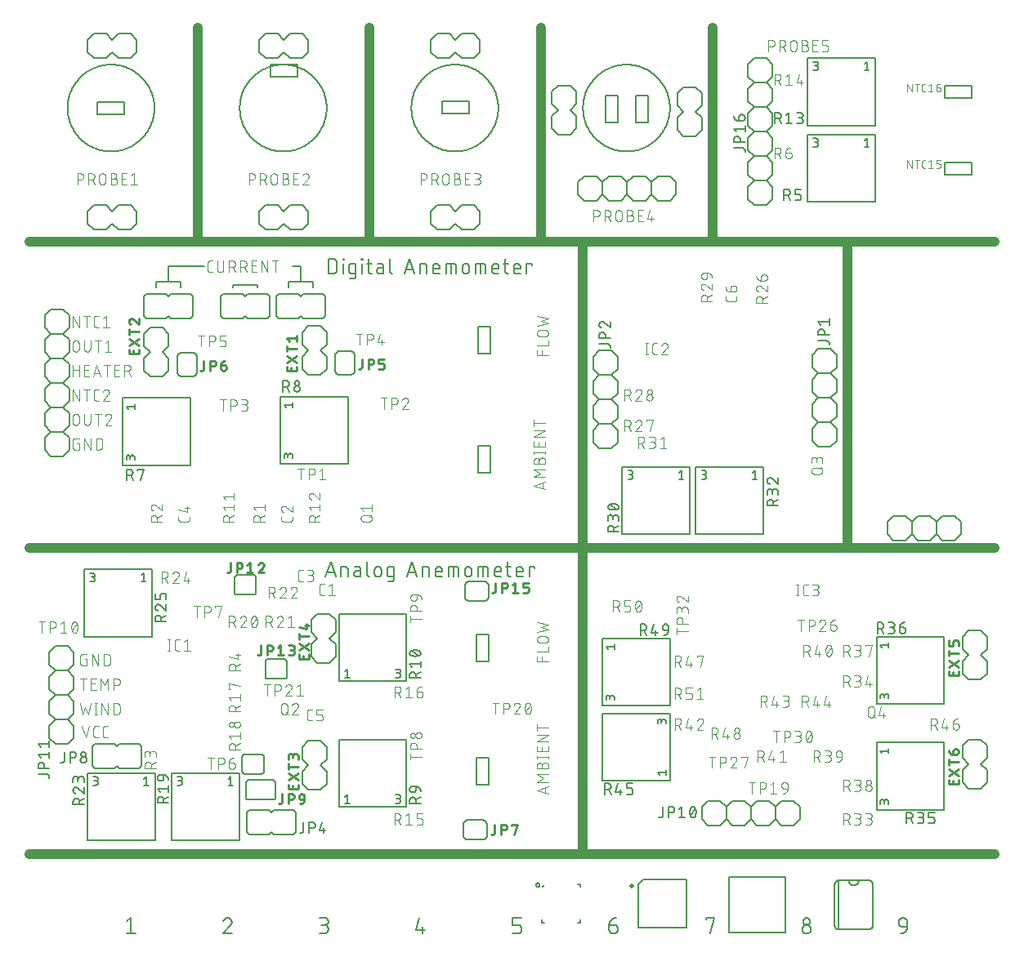
<source format=gbr>
G04 EAGLE Gerber RS-274X export*
G75*
%MOMM*%
%FSLAX34Y34*%
%LPD*%
%INSilkscreen Top*%
%IPPOS*%
%AMOC8*
5,1,8,0,0,1.08239X$1,22.5*%
G01*
%ADD10C,0.152400*%
%ADD11C,0.101600*%
%ADD12C,0.203200*%
%ADD13C,0.127000*%
%ADD14C,1.016000*%
%ADD15C,0.254000*%
%ADD16C,0.177800*%
%ADD17C,0.508000*%


D10*
X39600Y916650D02*
X39614Y917754D01*
X39654Y918858D01*
X39722Y919960D01*
X39817Y921061D01*
X39938Y922158D01*
X40087Y923253D01*
X40263Y924343D01*
X40465Y925429D01*
X40693Y926510D01*
X40949Y927584D01*
X41230Y928652D01*
X41538Y929713D01*
X41871Y930766D01*
X42231Y931810D01*
X42615Y932845D01*
X43025Y933871D01*
X43461Y934886D01*
X43920Y935890D01*
X44405Y936883D01*
X44914Y937863D01*
X45446Y938830D01*
X46002Y939785D01*
X46582Y940725D01*
X47184Y941651D01*
X47809Y942561D01*
X48456Y943456D01*
X49124Y944335D01*
X49815Y945198D01*
X50526Y946043D01*
X51257Y946870D01*
X52009Y947679D01*
X52780Y948470D01*
X53571Y949241D01*
X54380Y949993D01*
X55207Y950724D01*
X56052Y951435D01*
X56915Y952126D01*
X57794Y952794D01*
X58689Y953441D01*
X59599Y954066D01*
X60525Y954668D01*
X61465Y955248D01*
X62420Y955804D01*
X63387Y956336D01*
X64367Y956845D01*
X65360Y957330D01*
X66364Y957789D01*
X67379Y958225D01*
X68405Y958635D01*
X69440Y959019D01*
X70484Y959379D01*
X71537Y959712D01*
X72598Y960020D01*
X73666Y960301D01*
X74740Y960557D01*
X75821Y960785D01*
X76907Y960987D01*
X77997Y961163D01*
X79092Y961312D01*
X80189Y961433D01*
X81290Y961528D01*
X82392Y961596D01*
X83496Y961636D01*
X84600Y961650D01*
X85704Y961636D01*
X86808Y961596D01*
X87910Y961528D01*
X89011Y961433D01*
X90108Y961312D01*
X91203Y961163D01*
X92293Y960987D01*
X93379Y960785D01*
X94460Y960557D01*
X95534Y960301D01*
X96602Y960020D01*
X97663Y959712D01*
X98716Y959379D01*
X99760Y959019D01*
X100795Y958635D01*
X101821Y958225D01*
X102836Y957789D01*
X103840Y957330D01*
X104833Y956845D01*
X105813Y956336D01*
X106780Y955804D01*
X107735Y955248D01*
X108675Y954668D01*
X109601Y954066D01*
X110511Y953441D01*
X111406Y952794D01*
X112285Y952126D01*
X113148Y951435D01*
X113993Y950724D01*
X114820Y949993D01*
X115629Y949241D01*
X116420Y948470D01*
X117191Y947679D01*
X117943Y946870D01*
X118674Y946043D01*
X119385Y945198D01*
X120076Y944335D01*
X120744Y943456D01*
X121391Y942561D01*
X122016Y941651D01*
X122618Y940725D01*
X123198Y939785D01*
X123754Y938830D01*
X124286Y937863D01*
X124795Y936883D01*
X125280Y935890D01*
X125739Y934886D01*
X126175Y933871D01*
X126585Y932845D01*
X126969Y931810D01*
X127329Y930766D01*
X127662Y929713D01*
X127970Y928652D01*
X128251Y927584D01*
X128507Y926510D01*
X128735Y925429D01*
X128937Y924343D01*
X129113Y923253D01*
X129262Y922158D01*
X129383Y921061D01*
X129478Y919960D01*
X129546Y918858D01*
X129586Y917754D01*
X129600Y916650D01*
X129586Y915546D01*
X129546Y914442D01*
X129478Y913340D01*
X129383Y912239D01*
X129262Y911142D01*
X129113Y910047D01*
X128937Y908957D01*
X128735Y907871D01*
X128507Y906790D01*
X128251Y905716D01*
X127970Y904648D01*
X127662Y903587D01*
X127329Y902534D01*
X126969Y901490D01*
X126585Y900455D01*
X126175Y899429D01*
X125739Y898414D01*
X125280Y897410D01*
X124795Y896417D01*
X124286Y895437D01*
X123754Y894470D01*
X123198Y893515D01*
X122618Y892575D01*
X122016Y891649D01*
X121391Y890739D01*
X120744Y889844D01*
X120076Y888965D01*
X119385Y888102D01*
X118674Y887257D01*
X117943Y886430D01*
X117191Y885621D01*
X116420Y884830D01*
X115629Y884059D01*
X114820Y883307D01*
X113993Y882576D01*
X113148Y881865D01*
X112285Y881174D01*
X111406Y880506D01*
X110511Y879859D01*
X109601Y879234D01*
X108675Y878632D01*
X107735Y878052D01*
X106780Y877496D01*
X105813Y876964D01*
X104833Y876455D01*
X103840Y875970D01*
X102836Y875511D01*
X101821Y875075D01*
X100795Y874665D01*
X99760Y874281D01*
X98716Y873921D01*
X97663Y873588D01*
X96602Y873280D01*
X95534Y872999D01*
X94460Y872743D01*
X93379Y872515D01*
X92293Y872313D01*
X91203Y872137D01*
X90108Y871988D01*
X89011Y871867D01*
X87910Y871772D01*
X86808Y871704D01*
X85704Y871664D01*
X84600Y871650D01*
X83496Y871664D01*
X82392Y871704D01*
X81290Y871772D01*
X80189Y871867D01*
X79092Y871988D01*
X77997Y872137D01*
X76907Y872313D01*
X75821Y872515D01*
X74740Y872743D01*
X73666Y872999D01*
X72598Y873280D01*
X71537Y873588D01*
X70484Y873921D01*
X69440Y874281D01*
X68405Y874665D01*
X67379Y875075D01*
X66364Y875511D01*
X65360Y875970D01*
X64367Y876455D01*
X63387Y876964D01*
X62420Y877496D01*
X61465Y878052D01*
X60525Y878632D01*
X59599Y879234D01*
X58689Y879859D01*
X57794Y880506D01*
X56915Y881174D01*
X56052Y881865D01*
X55207Y882576D01*
X54380Y883307D01*
X53571Y884059D01*
X52780Y884830D01*
X52009Y885621D01*
X51257Y886430D01*
X50526Y887257D01*
X49815Y888102D01*
X49124Y888965D01*
X48456Y889844D01*
X47809Y890739D01*
X47184Y891649D01*
X46582Y892575D01*
X46002Y893515D01*
X45446Y894470D01*
X44914Y895437D01*
X44405Y896417D01*
X43920Y897410D01*
X43461Y898414D01*
X43025Y899429D01*
X42615Y900455D01*
X42231Y901490D01*
X41871Y902534D01*
X41538Y903587D01*
X41230Y904648D01*
X40949Y905716D01*
X40693Y906790D01*
X40465Y907871D01*
X40263Y908957D01*
X40087Y910047D01*
X39938Y911142D01*
X39817Y912239D01*
X39722Y913340D01*
X39654Y914442D01*
X39614Y915546D01*
X39600Y916650D01*
X218050Y916650D02*
X218064Y917754D01*
X218104Y918858D01*
X218172Y919960D01*
X218267Y921061D01*
X218388Y922158D01*
X218537Y923253D01*
X218713Y924343D01*
X218915Y925429D01*
X219143Y926510D01*
X219399Y927584D01*
X219680Y928652D01*
X219988Y929713D01*
X220321Y930766D01*
X220681Y931810D01*
X221065Y932845D01*
X221475Y933871D01*
X221911Y934886D01*
X222370Y935890D01*
X222855Y936883D01*
X223364Y937863D01*
X223896Y938830D01*
X224452Y939785D01*
X225032Y940725D01*
X225634Y941651D01*
X226259Y942561D01*
X226906Y943456D01*
X227574Y944335D01*
X228265Y945198D01*
X228976Y946043D01*
X229707Y946870D01*
X230459Y947679D01*
X231230Y948470D01*
X232021Y949241D01*
X232830Y949993D01*
X233657Y950724D01*
X234502Y951435D01*
X235365Y952126D01*
X236244Y952794D01*
X237139Y953441D01*
X238049Y954066D01*
X238975Y954668D01*
X239915Y955248D01*
X240870Y955804D01*
X241837Y956336D01*
X242817Y956845D01*
X243810Y957330D01*
X244814Y957789D01*
X245829Y958225D01*
X246855Y958635D01*
X247890Y959019D01*
X248934Y959379D01*
X249987Y959712D01*
X251048Y960020D01*
X252116Y960301D01*
X253190Y960557D01*
X254271Y960785D01*
X255357Y960987D01*
X256447Y961163D01*
X257542Y961312D01*
X258639Y961433D01*
X259740Y961528D01*
X260842Y961596D01*
X261946Y961636D01*
X263050Y961650D01*
X264154Y961636D01*
X265258Y961596D01*
X266360Y961528D01*
X267461Y961433D01*
X268558Y961312D01*
X269653Y961163D01*
X270743Y960987D01*
X271829Y960785D01*
X272910Y960557D01*
X273984Y960301D01*
X275052Y960020D01*
X276113Y959712D01*
X277166Y959379D01*
X278210Y959019D01*
X279245Y958635D01*
X280271Y958225D01*
X281286Y957789D01*
X282290Y957330D01*
X283283Y956845D01*
X284263Y956336D01*
X285230Y955804D01*
X286185Y955248D01*
X287125Y954668D01*
X288051Y954066D01*
X288961Y953441D01*
X289856Y952794D01*
X290735Y952126D01*
X291598Y951435D01*
X292443Y950724D01*
X293270Y949993D01*
X294079Y949241D01*
X294870Y948470D01*
X295641Y947679D01*
X296393Y946870D01*
X297124Y946043D01*
X297835Y945198D01*
X298526Y944335D01*
X299194Y943456D01*
X299841Y942561D01*
X300466Y941651D01*
X301068Y940725D01*
X301648Y939785D01*
X302204Y938830D01*
X302736Y937863D01*
X303245Y936883D01*
X303730Y935890D01*
X304189Y934886D01*
X304625Y933871D01*
X305035Y932845D01*
X305419Y931810D01*
X305779Y930766D01*
X306112Y929713D01*
X306420Y928652D01*
X306701Y927584D01*
X306957Y926510D01*
X307185Y925429D01*
X307387Y924343D01*
X307563Y923253D01*
X307712Y922158D01*
X307833Y921061D01*
X307928Y919960D01*
X307996Y918858D01*
X308036Y917754D01*
X308050Y916650D01*
X308036Y915546D01*
X307996Y914442D01*
X307928Y913340D01*
X307833Y912239D01*
X307712Y911142D01*
X307563Y910047D01*
X307387Y908957D01*
X307185Y907871D01*
X306957Y906790D01*
X306701Y905716D01*
X306420Y904648D01*
X306112Y903587D01*
X305779Y902534D01*
X305419Y901490D01*
X305035Y900455D01*
X304625Y899429D01*
X304189Y898414D01*
X303730Y897410D01*
X303245Y896417D01*
X302736Y895437D01*
X302204Y894470D01*
X301648Y893515D01*
X301068Y892575D01*
X300466Y891649D01*
X299841Y890739D01*
X299194Y889844D01*
X298526Y888965D01*
X297835Y888102D01*
X297124Y887257D01*
X296393Y886430D01*
X295641Y885621D01*
X294870Y884830D01*
X294079Y884059D01*
X293270Y883307D01*
X292443Y882576D01*
X291598Y881865D01*
X290735Y881174D01*
X289856Y880506D01*
X288961Y879859D01*
X288051Y879234D01*
X287125Y878632D01*
X286185Y878052D01*
X285230Y877496D01*
X284263Y876964D01*
X283283Y876455D01*
X282290Y875970D01*
X281286Y875511D01*
X280271Y875075D01*
X279245Y874665D01*
X278210Y874281D01*
X277166Y873921D01*
X276113Y873588D01*
X275052Y873280D01*
X273984Y872999D01*
X272910Y872743D01*
X271829Y872515D01*
X270743Y872313D01*
X269653Y872137D01*
X268558Y871988D01*
X267461Y871867D01*
X266360Y871772D01*
X265258Y871704D01*
X264154Y871664D01*
X263050Y871650D01*
X261946Y871664D01*
X260842Y871704D01*
X259740Y871772D01*
X258639Y871867D01*
X257542Y871988D01*
X256447Y872137D01*
X255357Y872313D01*
X254271Y872515D01*
X253190Y872743D01*
X252116Y872999D01*
X251048Y873280D01*
X249987Y873588D01*
X248934Y873921D01*
X247890Y874281D01*
X246855Y874665D01*
X245829Y875075D01*
X244814Y875511D01*
X243810Y875970D01*
X242817Y876455D01*
X241837Y876964D01*
X240870Y877496D01*
X239915Y878052D01*
X238975Y878632D01*
X238049Y879234D01*
X237139Y879859D01*
X236244Y880506D01*
X235365Y881174D01*
X234502Y881865D01*
X233657Y882576D01*
X232830Y883307D01*
X232021Y884059D01*
X231230Y884830D01*
X230459Y885621D01*
X229707Y886430D01*
X228976Y887257D01*
X228265Y888102D01*
X227574Y888965D01*
X226906Y889844D01*
X226259Y890739D01*
X225634Y891649D01*
X225032Y892575D01*
X224452Y893515D01*
X223896Y894470D01*
X223364Y895437D01*
X222855Y896417D01*
X222370Y897410D01*
X221911Y898414D01*
X221475Y899429D01*
X221065Y900455D01*
X220681Y901490D01*
X220321Y902534D01*
X219988Y903587D01*
X219680Y904648D01*
X219399Y905716D01*
X219143Y906790D01*
X218915Y907871D01*
X218713Y908957D01*
X218537Y910047D01*
X218388Y911142D01*
X218267Y912239D01*
X218172Y913340D01*
X218104Y914442D01*
X218064Y915546D01*
X218050Y916650D01*
X395850Y916650D02*
X395864Y917754D01*
X395904Y918858D01*
X395972Y919960D01*
X396067Y921061D01*
X396188Y922158D01*
X396337Y923253D01*
X396513Y924343D01*
X396715Y925429D01*
X396943Y926510D01*
X397199Y927584D01*
X397480Y928652D01*
X397788Y929713D01*
X398121Y930766D01*
X398481Y931810D01*
X398865Y932845D01*
X399275Y933871D01*
X399711Y934886D01*
X400170Y935890D01*
X400655Y936883D01*
X401164Y937863D01*
X401696Y938830D01*
X402252Y939785D01*
X402832Y940725D01*
X403434Y941651D01*
X404059Y942561D01*
X404706Y943456D01*
X405374Y944335D01*
X406065Y945198D01*
X406776Y946043D01*
X407507Y946870D01*
X408259Y947679D01*
X409030Y948470D01*
X409821Y949241D01*
X410630Y949993D01*
X411457Y950724D01*
X412302Y951435D01*
X413165Y952126D01*
X414044Y952794D01*
X414939Y953441D01*
X415849Y954066D01*
X416775Y954668D01*
X417715Y955248D01*
X418670Y955804D01*
X419637Y956336D01*
X420617Y956845D01*
X421610Y957330D01*
X422614Y957789D01*
X423629Y958225D01*
X424655Y958635D01*
X425690Y959019D01*
X426734Y959379D01*
X427787Y959712D01*
X428848Y960020D01*
X429916Y960301D01*
X430990Y960557D01*
X432071Y960785D01*
X433157Y960987D01*
X434247Y961163D01*
X435342Y961312D01*
X436439Y961433D01*
X437540Y961528D01*
X438642Y961596D01*
X439746Y961636D01*
X440850Y961650D01*
X441954Y961636D01*
X443058Y961596D01*
X444160Y961528D01*
X445261Y961433D01*
X446358Y961312D01*
X447453Y961163D01*
X448543Y960987D01*
X449629Y960785D01*
X450710Y960557D01*
X451784Y960301D01*
X452852Y960020D01*
X453913Y959712D01*
X454966Y959379D01*
X456010Y959019D01*
X457045Y958635D01*
X458071Y958225D01*
X459086Y957789D01*
X460090Y957330D01*
X461083Y956845D01*
X462063Y956336D01*
X463030Y955804D01*
X463985Y955248D01*
X464925Y954668D01*
X465851Y954066D01*
X466761Y953441D01*
X467656Y952794D01*
X468535Y952126D01*
X469398Y951435D01*
X470243Y950724D01*
X471070Y949993D01*
X471879Y949241D01*
X472670Y948470D01*
X473441Y947679D01*
X474193Y946870D01*
X474924Y946043D01*
X475635Y945198D01*
X476326Y944335D01*
X476994Y943456D01*
X477641Y942561D01*
X478266Y941651D01*
X478868Y940725D01*
X479448Y939785D01*
X480004Y938830D01*
X480536Y937863D01*
X481045Y936883D01*
X481530Y935890D01*
X481989Y934886D01*
X482425Y933871D01*
X482835Y932845D01*
X483219Y931810D01*
X483579Y930766D01*
X483912Y929713D01*
X484220Y928652D01*
X484501Y927584D01*
X484757Y926510D01*
X484985Y925429D01*
X485187Y924343D01*
X485363Y923253D01*
X485512Y922158D01*
X485633Y921061D01*
X485728Y919960D01*
X485796Y918858D01*
X485836Y917754D01*
X485850Y916650D01*
X485836Y915546D01*
X485796Y914442D01*
X485728Y913340D01*
X485633Y912239D01*
X485512Y911142D01*
X485363Y910047D01*
X485187Y908957D01*
X484985Y907871D01*
X484757Y906790D01*
X484501Y905716D01*
X484220Y904648D01*
X483912Y903587D01*
X483579Y902534D01*
X483219Y901490D01*
X482835Y900455D01*
X482425Y899429D01*
X481989Y898414D01*
X481530Y897410D01*
X481045Y896417D01*
X480536Y895437D01*
X480004Y894470D01*
X479448Y893515D01*
X478868Y892575D01*
X478266Y891649D01*
X477641Y890739D01*
X476994Y889844D01*
X476326Y888965D01*
X475635Y888102D01*
X474924Y887257D01*
X474193Y886430D01*
X473441Y885621D01*
X472670Y884830D01*
X471879Y884059D01*
X471070Y883307D01*
X470243Y882576D01*
X469398Y881865D01*
X468535Y881174D01*
X467656Y880506D01*
X466761Y879859D01*
X465851Y879234D01*
X464925Y878632D01*
X463985Y878052D01*
X463030Y877496D01*
X462063Y876964D01*
X461083Y876455D01*
X460090Y875970D01*
X459086Y875511D01*
X458071Y875075D01*
X457045Y874665D01*
X456010Y874281D01*
X454966Y873921D01*
X453913Y873588D01*
X452852Y873280D01*
X451784Y872999D01*
X450710Y872743D01*
X449629Y872515D01*
X448543Y872313D01*
X447453Y872137D01*
X446358Y871988D01*
X445261Y871867D01*
X444160Y871772D01*
X443058Y871704D01*
X441954Y871664D01*
X440850Y871650D01*
X439746Y871664D01*
X438642Y871704D01*
X437540Y871772D01*
X436439Y871867D01*
X435342Y871988D01*
X434247Y872137D01*
X433157Y872313D01*
X432071Y872515D01*
X430990Y872743D01*
X429916Y872999D01*
X428848Y873280D01*
X427787Y873588D01*
X426734Y873921D01*
X425690Y874281D01*
X424655Y874665D01*
X423629Y875075D01*
X422614Y875511D01*
X421610Y875970D01*
X420617Y876455D01*
X419637Y876964D01*
X418670Y877496D01*
X417715Y878052D01*
X416775Y878632D01*
X415849Y879234D01*
X414939Y879859D01*
X414044Y880506D01*
X413165Y881174D01*
X412302Y881865D01*
X411457Y882576D01*
X410630Y883307D01*
X409821Y884059D01*
X409030Y884830D01*
X408259Y885621D01*
X407507Y886430D01*
X406776Y887257D01*
X406065Y888102D01*
X405374Y888965D01*
X404706Y889844D01*
X404059Y890739D01*
X403434Y891649D01*
X402832Y892575D01*
X402252Y893515D01*
X401696Y894470D01*
X401164Y895437D01*
X400655Y896417D01*
X400170Y897410D01*
X399711Y898414D01*
X399275Y899429D01*
X398865Y900455D01*
X398481Y901490D01*
X398121Y902534D01*
X397788Y903587D01*
X397480Y904648D01*
X397199Y905716D01*
X396943Y906790D01*
X396715Y907871D01*
X396513Y908957D01*
X396337Y910047D01*
X396188Y911142D01*
X396067Y912239D01*
X395972Y913340D01*
X395904Y914442D01*
X395864Y915546D01*
X395850Y916650D01*
D11*
X522796Y525202D02*
X534480Y521307D01*
X534480Y529096D02*
X522796Y525202D01*
X531559Y528123D02*
X531559Y522281D01*
X534480Y533880D02*
X522796Y533880D01*
X529287Y537775D01*
X522796Y541669D01*
X534480Y541669D01*
X527988Y547652D02*
X527988Y550898D01*
X527990Y551011D01*
X527996Y551124D01*
X528006Y551237D01*
X528020Y551350D01*
X528037Y551462D01*
X528059Y551573D01*
X528084Y551683D01*
X528114Y551793D01*
X528147Y551901D01*
X528184Y552008D01*
X528224Y552114D01*
X528269Y552218D01*
X528317Y552321D01*
X528368Y552422D01*
X528423Y552521D01*
X528481Y552618D01*
X528543Y552713D01*
X528608Y552806D01*
X528676Y552896D01*
X528747Y552984D01*
X528822Y553070D01*
X528899Y553153D01*
X528979Y553233D01*
X529062Y553310D01*
X529148Y553385D01*
X529236Y553456D01*
X529326Y553524D01*
X529419Y553589D01*
X529514Y553651D01*
X529611Y553709D01*
X529710Y553764D01*
X529811Y553815D01*
X529914Y553863D01*
X530018Y553908D01*
X530124Y553948D01*
X530231Y553985D01*
X530339Y554018D01*
X530449Y554048D01*
X530559Y554073D01*
X530670Y554095D01*
X530782Y554112D01*
X530895Y554126D01*
X531008Y554136D01*
X531121Y554142D01*
X531234Y554144D01*
X531347Y554142D01*
X531460Y554136D01*
X531573Y554126D01*
X531686Y554112D01*
X531798Y554095D01*
X531909Y554073D01*
X532019Y554048D01*
X532129Y554018D01*
X532237Y553985D01*
X532344Y553948D01*
X532450Y553908D01*
X532554Y553863D01*
X532657Y553815D01*
X532758Y553764D01*
X532857Y553709D01*
X532954Y553651D01*
X533049Y553589D01*
X533142Y553524D01*
X533232Y553456D01*
X533320Y553385D01*
X533406Y553310D01*
X533489Y553233D01*
X533569Y553153D01*
X533646Y553070D01*
X533721Y552984D01*
X533792Y552896D01*
X533860Y552806D01*
X533925Y552713D01*
X533987Y552618D01*
X534045Y552521D01*
X534100Y552422D01*
X534151Y552321D01*
X534199Y552218D01*
X534244Y552114D01*
X534284Y552008D01*
X534321Y551901D01*
X534354Y551793D01*
X534384Y551683D01*
X534409Y551573D01*
X534431Y551462D01*
X534448Y551350D01*
X534462Y551237D01*
X534472Y551124D01*
X534478Y551011D01*
X534480Y550898D01*
X534480Y547652D01*
X522796Y547652D01*
X522796Y550898D01*
X522798Y550999D01*
X522804Y551099D01*
X522814Y551199D01*
X522827Y551299D01*
X522845Y551398D01*
X522866Y551497D01*
X522891Y551594D01*
X522920Y551691D01*
X522953Y551786D01*
X522989Y551880D01*
X523029Y551972D01*
X523072Y552063D01*
X523119Y552152D01*
X523169Y552239D01*
X523223Y552325D01*
X523280Y552408D01*
X523340Y552488D01*
X523403Y552567D01*
X523470Y552643D01*
X523539Y552716D01*
X523611Y552786D01*
X523685Y552854D01*
X523762Y552919D01*
X523842Y552980D01*
X523924Y553039D01*
X524008Y553094D01*
X524094Y553146D01*
X524182Y553195D01*
X524272Y553240D01*
X524364Y553282D01*
X524457Y553320D01*
X524552Y553354D01*
X524647Y553385D01*
X524744Y553412D01*
X524842Y553435D01*
X524941Y553455D01*
X525041Y553470D01*
X525141Y553482D01*
X525241Y553490D01*
X525342Y553494D01*
X525442Y553494D01*
X525543Y553490D01*
X525643Y553482D01*
X525743Y553470D01*
X525843Y553455D01*
X525942Y553435D01*
X526040Y553412D01*
X526137Y553385D01*
X526232Y553354D01*
X526327Y553320D01*
X526420Y553282D01*
X526512Y553240D01*
X526602Y553195D01*
X526690Y553146D01*
X526776Y553094D01*
X526860Y553039D01*
X526942Y552980D01*
X527022Y552919D01*
X527099Y552854D01*
X527173Y552786D01*
X527245Y552716D01*
X527314Y552643D01*
X527381Y552567D01*
X527444Y552488D01*
X527504Y552408D01*
X527561Y552325D01*
X527615Y552239D01*
X527665Y552152D01*
X527712Y552063D01*
X527755Y551972D01*
X527795Y551880D01*
X527831Y551786D01*
X527864Y551691D01*
X527893Y551594D01*
X527918Y551497D01*
X527939Y551398D01*
X527957Y551299D01*
X527970Y551199D01*
X527980Y551099D01*
X527986Y550999D01*
X527988Y550898D01*
X522796Y559492D02*
X534480Y559492D01*
X534480Y560790D02*
X534480Y558193D01*
X522796Y558193D02*
X522796Y560790D01*
X534480Y565794D02*
X534480Y570986D01*
X534480Y565794D02*
X522796Y565794D01*
X522796Y570986D01*
X527988Y569688D02*
X527988Y565794D01*
X522796Y575677D02*
X534480Y575677D01*
X534480Y582168D02*
X522796Y575677D01*
X522796Y582168D02*
X534480Y582168D01*
X534480Y589971D02*
X522796Y589971D01*
X522796Y586726D02*
X522796Y593217D01*
X525971Y660366D02*
X537655Y660366D01*
X525971Y660366D02*
X525971Y665559D01*
X531163Y665559D02*
X531163Y660366D01*
X525971Y670272D02*
X537655Y670272D01*
X537655Y675465D01*
X534409Y679775D02*
X529216Y679775D01*
X529216Y679774D02*
X529103Y679776D01*
X528990Y679782D01*
X528877Y679792D01*
X528764Y679806D01*
X528652Y679823D01*
X528541Y679845D01*
X528431Y679870D01*
X528321Y679900D01*
X528213Y679933D01*
X528106Y679970D01*
X528000Y680010D01*
X527896Y680055D01*
X527793Y680103D01*
X527692Y680154D01*
X527593Y680209D01*
X527496Y680267D01*
X527401Y680329D01*
X527308Y680394D01*
X527218Y680462D01*
X527130Y680533D01*
X527044Y680608D01*
X526961Y680685D01*
X526881Y680765D01*
X526804Y680848D01*
X526729Y680934D01*
X526658Y681022D01*
X526590Y681112D01*
X526525Y681205D01*
X526463Y681300D01*
X526405Y681397D01*
X526350Y681496D01*
X526299Y681597D01*
X526251Y681700D01*
X526206Y681804D01*
X526166Y681910D01*
X526129Y682017D01*
X526096Y682125D01*
X526066Y682235D01*
X526041Y682345D01*
X526019Y682456D01*
X526002Y682568D01*
X525988Y682681D01*
X525978Y682794D01*
X525972Y682907D01*
X525970Y683020D01*
X525972Y683133D01*
X525978Y683246D01*
X525988Y683359D01*
X526002Y683472D01*
X526019Y683584D01*
X526041Y683695D01*
X526066Y683805D01*
X526096Y683915D01*
X526129Y684023D01*
X526166Y684130D01*
X526206Y684236D01*
X526251Y684340D01*
X526299Y684443D01*
X526350Y684544D01*
X526405Y684643D01*
X526463Y684740D01*
X526525Y684835D01*
X526590Y684928D01*
X526658Y685018D01*
X526729Y685106D01*
X526804Y685192D01*
X526881Y685275D01*
X526961Y685355D01*
X527044Y685432D01*
X527130Y685507D01*
X527218Y685578D01*
X527308Y685646D01*
X527401Y685711D01*
X527496Y685773D01*
X527593Y685831D01*
X527692Y685886D01*
X527793Y685937D01*
X527896Y685985D01*
X528000Y686030D01*
X528106Y686070D01*
X528213Y686107D01*
X528321Y686140D01*
X528431Y686170D01*
X528541Y686195D01*
X528652Y686217D01*
X528764Y686234D01*
X528877Y686248D01*
X528990Y686258D01*
X529103Y686264D01*
X529216Y686266D01*
X534409Y686266D01*
X534522Y686264D01*
X534635Y686258D01*
X534748Y686248D01*
X534861Y686234D01*
X534973Y686217D01*
X535084Y686195D01*
X535194Y686170D01*
X535304Y686140D01*
X535412Y686107D01*
X535519Y686070D01*
X535625Y686030D01*
X535729Y685985D01*
X535832Y685937D01*
X535933Y685886D01*
X536032Y685831D01*
X536129Y685773D01*
X536224Y685711D01*
X536317Y685646D01*
X536407Y685578D01*
X536495Y685507D01*
X536581Y685432D01*
X536664Y685355D01*
X536744Y685275D01*
X536821Y685192D01*
X536896Y685106D01*
X536967Y685018D01*
X537035Y684928D01*
X537100Y684835D01*
X537162Y684740D01*
X537220Y684643D01*
X537275Y684544D01*
X537326Y684443D01*
X537374Y684340D01*
X537419Y684236D01*
X537459Y684130D01*
X537496Y684023D01*
X537529Y683915D01*
X537559Y683805D01*
X537584Y683695D01*
X537606Y683584D01*
X537623Y683472D01*
X537637Y683359D01*
X537647Y683246D01*
X537653Y683133D01*
X537655Y683020D01*
X537653Y682907D01*
X537647Y682794D01*
X537637Y682681D01*
X537623Y682568D01*
X537606Y682456D01*
X537584Y682345D01*
X537559Y682235D01*
X537529Y682125D01*
X537496Y682017D01*
X537459Y681910D01*
X537419Y681804D01*
X537374Y681700D01*
X537326Y681597D01*
X537275Y681496D01*
X537220Y681397D01*
X537162Y681300D01*
X537100Y681205D01*
X537035Y681112D01*
X536967Y681022D01*
X536896Y680934D01*
X536821Y680848D01*
X536744Y680765D01*
X536664Y680685D01*
X536581Y680608D01*
X536495Y680533D01*
X536407Y680462D01*
X536317Y680394D01*
X536224Y680329D01*
X536129Y680267D01*
X536032Y680209D01*
X535933Y680154D01*
X535832Y680103D01*
X535729Y680055D01*
X535625Y680010D01*
X535519Y679970D01*
X535412Y679933D01*
X535304Y679900D01*
X535194Y679870D01*
X535084Y679845D01*
X534973Y679823D01*
X534861Y679806D01*
X534748Y679792D01*
X534635Y679782D01*
X534522Y679776D01*
X534409Y679774D01*
X525971Y690781D02*
X537655Y693378D01*
X529865Y695974D01*
X537655Y698571D01*
X525971Y701167D01*
D12*
X131763Y730250D02*
X131763Y736600D01*
X144463Y736600D01*
X157163Y736600D01*
X157163Y730250D01*
X268288Y730250D02*
X268288Y736600D01*
X280988Y736600D01*
X293688Y736600D01*
X293688Y730250D01*
D11*
X189851Y746633D02*
X187254Y746633D01*
X187155Y746635D01*
X187055Y746641D01*
X186956Y746650D01*
X186858Y746663D01*
X186760Y746680D01*
X186662Y746701D01*
X186566Y746726D01*
X186471Y746754D01*
X186377Y746786D01*
X186284Y746821D01*
X186192Y746860D01*
X186102Y746903D01*
X186014Y746948D01*
X185927Y746998D01*
X185843Y747050D01*
X185760Y747106D01*
X185680Y747164D01*
X185602Y747226D01*
X185527Y747291D01*
X185454Y747359D01*
X185384Y747429D01*
X185316Y747502D01*
X185251Y747577D01*
X185189Y747655D01*
X185131Y747735D01*
X185075Y747818D01*
X185023Y747902D01*
X184973Y747989D01*
X184928Y748077D01*
X184885Y748167D01*
X184846Y748259D01*
X184811Y748352D01*
X184779Y748446D01*
X184751Y748541D01*
X184726Y748637D01*
X184705Y748735D01*
X184688Y748833D01*
X184675Y748931D01*
X184666Y749030D01*
X184660Y749130D01*
X184658Y749229D01*
X184658Y755721D01*
X184660Y755820D01*
X184666Y755920D01*
X184675Y756019D01*
X184688Y756117D01*
X184705Y756215D01*
X184726Y756313D01*
X184751Y756409D01*
X184779Y756504D01*
X184811Y756598D01*
X184846Y756691D01*
X184885Y756783D01*
X184928Y756873D01*
X184973Y756961D01*
X185023Y757048D01*
X185075Y757132D01*
X185131Y757215D01*
X185189Y757295D01*
X185251Y757373D01*
X185316Y757448D01*
X185384Y757521D01*
X185454Y757591D01*
X185527Y757659D01*
X185602Y757724D01*
X185680Y757786D01*
X185760Y757844D01*
X185843Y757900D01*
X185927Y757952D01*
X186014Y758002D01*
X186102Y758047D01*
X186192Y758090D01*
X186284Y758129D01*
X186376Y758164D01*
X186471Y758196D01*
X186566Y758224D01*
X186662Y758249D01*
X186760Y758270D01*
X186858Y758287D01*
X186956Y758300D01*
X187055Y758309D01*
X187155Y758315D01*
X187254Y758317D01*
X189851Y758317D01*
X194597Y758317D02*
X194597Y749879D01*
X194599Y749766D01*
X194605Y749653D01*
X194615Y749540D01*
X194629Y749427D01*
X194646Y749315D01*
X194668Y749204D01*
X194693Y749094D01*
X194723Y748984D01*
X194756Y748876D01*
X194793Y748769D01*
X194833Y748663D01*
X194878Y748559D01*
X194926Y748456D01*
X194977Y748355D01*
X195032Y748256D01*
X195090Y748159D01*
X195152Y748064D01*
X195217Y747971D01*
X195285Y747881D01*
X195356Y747793D01*
X195431Y747707D01*
X195508Y747624D01*
X195588Y747544D01*
X195671Y747467D01*
X195757Y747392D01*
X195845Y747321D01*
X195935Y747253D01*
X196028Y747188D01*
X196123Y747126D01*
X196220Y747068D01*
X196319Y747013D01*
X196420Y746962D01*
X196523Y746914D01*
X196627Y746869D01*
X196733Y746829D01*
X196840Y746792D01*
X196948Y746759D01*
X197058Y746729D01*
X197168Y746704D01*
X197279Y746682D01*
X197391Y746665D01*
X197504Y746651D01*
X197617Y746641D01*
X197730Y746635D01*
X197843Y746633D01*
X197956Y746635D01*
X198069Y746641D01*
X198182Y746651D01*
X198295Y746665D01*
X198407Y746682D01*
X198518Y746704D01*
X198628Y746729D01*
X198738Y746759D01*
X198846Y746792D01*
X198953Y746829D01*
X199059Y746869D01*
X199163Y746914D01*
X199266Y746962D01*
X199367Y747013D01*
X199466Y747068D01*
X199563Y747126D01*
X199658Y747188D01*
X199751Y747253D01*
X199841Y747321D01*
X199929Y747392D01*
X200015Y747467D01*
X200098Y747544D01*
X200178Y747624D01*
X200255Y747707D01*
X200330Y747793D01*
X200401Y747881D01*
X200469Y747971D01*
X200534Y748064D01*
X200596Y748159D01*
X200654Y748256D01*
X200709Y748355D01*
X200760Y748456D01*
X200808Y748559D01*
X200853Y748663D01*
X200893Y748769D01*
X200930Y748876D01*
X200963Y748984D01*
X200993Y749094D01*
X201018Y749204D01*
X201040Y749315D01*
X201057Y749427D01*
X201071Y749540D01*
X201081Y749653D01*
X201087Y749766D01*
X201089Y749879D01*
X201088Y749879D02*
X201088Y758317D01*
X206863Y758317D02*
X206863Y746633D01*
X206863Y758317D02*
X210108Y758317D01*
X210221Y758315D01*
X210334Y758309D01*
X210447Y758299D01*
X210560Y758285D01*
X210672Y758268D01*
X210783Y758246D01*
X210893Y758221D01*
X211003Y758191D01*
X211111Y758158D01*
X211218Y758121D01*
X211324Y758081D01*
X211428Y758036D01*
X211531Y757988D01*
X211632Y757937D01*
X211731Y757882D01*
X211828Y757824D01*
X211923Y757762D01*
X212016Y757697D01*
X212106Y757629D01*
X212194Y757558D01*
X212280Y757483D01*
X212363Y757406D01*
X212443Y757326D01*
X212520Y757243D01*
X212595Y757157D01*
X212666Y757069D01*
X212734Y756979D01*
X212799Y756886D01*
X212861Y756791D01*
X212919Y756694D01*
X212974Y756595D01*
X213025Y756494D01*
X213073Y756391D01*
X213118Y756287D01*
X213158Y756181D01*
X213195Y756074D01*
X213228Y755966D01*
X213258Y755856D01*
X213283Y755746D01*
X213305Y755635D01*
X213322Y755523D01*
X213336Y755410D01*
X213346Y755297D01*
X213352Y755184D01*
X213354Y755071D01*
X213352Y754958D01*
X213346Y754845D01*
X213336Y754732D01*
X213322Y754619D01*
X213305Y754507D01*
X213283Y754396D01*
X213258Y754286D01*
X213228Y754176D01*
X213195Y754068D01*
X213158Y753961D01*
X213118Y753855D01*
X213073Y753751D01*
X213025Y753648D01*
X212974Y753547D01*
X212919Y753448D01*
X212861Y753351D01*
X212799Y753256D01*
X212734Y753163D01*
X212666Y753073D01*
X212595Y752985D01*
X212520Y752899D01*
X212443Y752816D01*
X212363Y752736D01*
X212280Y752659D01*
X212194Y752584D01*
X212106Y752513D01*
X212016Y752445D01*
X211923Y752380D01*
X211828Y752318D01*
X211731Y752260D01*
X211632Y752205D01*
X211531Y752154D01*
X211428Y752106D01*
X211324Y752061D01*
X211218Y752021D01*
X211111Y751984D01*
X211003Y751951D01*
X210893Y751921D01*
X210783Y751896D01*
X210672Y751874D01*
X210560Y751857D01*
X210447Y751843D01*
X210334Y751833D01*
X210221Y751827D01*
X210108Y751825D01*
X210108Y751826D02*
X206863Y751826D01*
X210757Y751826D02*
X213354Y746633D01*
X218674Y746633D02*
X218674Y758317D01*
X221919Y758317D01*
X222032Y758315D01*
X222145Y758309D01*
X222258Y758299D01*
X222371Y758285D01*
X222483Y758268D01*
X222594Y758246D01*
X222704Y758221D01*
X222814Y758191D01*
X222922Y758158D01*
X223029Y758121D01*
X223135Y758081D01*
X223239Y758036D01*
X223342Y757988D01*
X223443Y757937D01*
X223542Y757882D01*
X223639Y757824D01*
X223734Y757762D01*
X223827Y757697D01*
X223917Y757629D01*
X224005Y757558D01*
X224091Y757483D01*
X224174Y757406D01*
X224254Y757326D01*
X224331Y757243D01*
X224406Y757157D01*
X224477Y757069D01*
X224545Y756979D01*
X224610Y756886D01*
X224672Y756791D01*
X224730Y756694D01*
X224785Y756595D01*
X224836Y756494D01*
X224884Y756391D01*
X224929Y756287D01*
X224969Y756181D01*
X225006Y756074D01*
X225039Y755966D01*
X225069Y755856D01*
X225094Y755746D01*
X225116Y755635D01*
X225133Y755523D01*
X225147Y755410D01*
X225157Y755297D01*
X225163Y755184D01*
X225165Y755071D01*
X225163Y754958D01*
X225157Y754845D01*
X225147Y754732D01*
X225133Y754619D01*
X225116Y754507D01*
X225094Y754396D01*
X225069Y754286D01*
X225039Y754176D01*
X225006Y754068D01*
X224969Y753961D01*
X224929Y753855D01*
X224884Y753751D01*
X224836Y753648D01*
X224785Y753547D01*
X224730Y753448D01*
X224672Y753351D01*
X224610Y753256D01*
X224545Y753163D01*
X224477Y753073D01*
X224406Y752985D01*
X224331Y752899D01*
X224254Y752816D01*
X224174Y752736D01*
X224091Y752659D01*
X224005Y752584D01*
X223917Y752513D01*
X223827Y752445D01*
X223734Y752380D01*
X223639Y752318D01*
X223542Y752260D01*
X223443Y752205D01*
X223342Y752154D01*
X223239Y752106D01*
X223135Y752061D01*
X223029Y752021D01*
X222922Y751984D01*
X222814Y751951D01*
X222704Y751921D01*
X222594Y751896D01*
X222483Y751874D01*
X222371Y751857D01*
X222258Y751843D01*
X222145Y751833D01*
X222032Y751827D01*
X221919Y751825D01*
X221919Y751826D02*
X218674Y751826D01*
X222568Y751826D02*
X225165Y746633D01*
X230434Y746633D02*
X235627Y746633D01*
X230434Y746633D02*
X230434Y758317D01*
X235627Y758317D01*
X234328Y753124D02*
X230434Y753124D01*
X240317Y758317D02*
X240317Y746633D01*
X246808Y746633D02*
X240317Y758317D01*
X246808Y758317D02*
X246808Y746633D01*
X254612Y746633D02*
X254612Y758317D01*
X257857Y758317D02*
X251366Y758317D01*
D12*
X144463Y752475D02*
X144463Y736600D01*
X280988Y736600D02*
X280988Y752475D01*
X236538Y733425D02*
X211138Y733425D01*
X236538Y733425D02*
X236538Y730250D01*
X211138Y730250D02*
X211138Y733425D01*
X180975Y752475D02*
X144463Y752475D01*
X273050Y752475D02*
X280988Y752475D01*
D11*
X525971Y209289D02*
X537655Y205394D01*
X537655Y213184D02*
X525971Y209289D01*
X534734Y212210D02*
X534734Y206368D01*
X537655Y217967D02*
X525971Y217967D01*
X532462Y221862D01*
X525971Y225757D01*
X537655Y225757D01*
X531163Y231740D02*
X531163Y234985D01*
X531165Y235098D01*
X531171Y235211D01*
X531181Y235324D01*
X531195Y235437D01*
X531212Y235549D01*
X531234Y235660D01*
X531259Y235770D01*
X531289Y235880D01*
X531322Y235988D01*
X531359Y236095D01*
X531399Y236201D01*
X531444Y236305D01*
X531492Y236408D01*
X531543Y236509D01*
X531598Y236608D01*
X531656Y236705D01*
X531718Y236800D01*
X531783Y236893D01*
X531851Y236983D01*
X531922Y237071D01*
X531997Y237157D01*
X532074Y237240D01*
X532154Y237320D01*
X532237Y237397D01*
X532323Y237472D01*
X532411Y237543D01*
X532501Y237611D01*
X532594Y237676D01*
X532689Y237738D01*
X532786Y237796D01*
X532885Y237851D01*
X532986Y237902D01*
X533089Y237950D01*
X533193Y237995D01*
X533299Y238035D01*
X533406Y238072D01*
X533514Y238105D01*
X533624Y238135D01*
X533734Y238160D01*
X533845Y238182D01*
X533957Y238199D01*
X534070Y238213D01*
X534183Y238223D01*
X534296Y238229D01*
X534409Y238231D01*
X534522Y238229D01*
X534635Y238223D01*
X534748Y238213D01*
X534861Y238199D01*
X534973Y238182D01*
X535084Y238160D01*
X535194Y238135D01*
X535304Y238105D01*
X535412Y238072D01*
X535519Y238035D01*
X535625Y237995D01*
X535729Y237950D01*
X535832Y237902D01*
X535933Y237851D01*
X536032Y237796D01*
X536129Y237738D01*
X536224Y237676D01*
X536317Y237611D01*
X536407Y237543D01*
X536495Y237472D01*
X536581Y237397D01*
X536664Y237320D01*
X536744Y237240D01*
X536821Y237157D01*
X536896Y237071D01*
X536967Y236983D01*
X537035Y236893D01*
X537100Y236800D01*
X537162Y236705D01*
X537220Y236608D01*
X537275Y236509D01*
X537326Y236408D01*
X537374Y236305D01*
X537419Y236201D01*
X537459Y236095D01*
X537496Y235988D01*
X537529Y235880D01*
X537559Y235770D01*
X537584Y235660D01*
X537606Y235549D01*
X537623Y235437D01*
X537637Y235324D01*
X537647Y235211D01*
X537653Y235098D01*
X537655Y234985D01*
X537655Y231740D01*
X525971Y231740D01*
X525971Y234985D01*
X525973Y235086D01*
X525979Y235186D01*
X525989Y235286D01*
X526002Y235386D01*
X526020Y235485D01*
X526041Y235584D01*
X526066Y235681D01*
X526095Y235778D01*
X526128Y235873D01*
X526164Y235967D01*
X526204Y236059D01*
X526247Y236150D01*
X526294Y236239D01*
X526344Y236326D01*
X526398Y236412D01*
X526455Y236495D01*
X526515Y236575D01*
X526578Y236654D01*
X526645Y236730D01*
X526714Y236803D01*
X526786Y236873D01*
X526860Y236941D01*
X526937Y237006D01*
X527017Y237067D01*
X527099Y237126D01*
X527183Y237181D01*
X527269Y237233D01*
X527357Y237282D01*
X527447Y237327D01*
X527539Y237369D01*
X527632Y237407D01*
X527727Y237441D01*
X527822Y237472D01*
X527919Y237499D01*
X528017Y237522D01*
X528116Y237542D01*
X528216Y237557D01*
X528316Y237569D01*
X528416Y237577D01*
X528517Y237581D01*
X528617Y237581D01*
X528718Y237577D01*
X528818Y237569D01*
X528918Y237557D01*
X529018Y237542D01*
X529117Y237522D01*
X529215Y237499D01*
X529312Y237472D01*
X529407Y237441D01*
X529502Y237407D01*
X529595Y237369D01*
X529687Y237327D01*
X529777Y237282D01*
X529865Y237233D01*
X529951Y237181D01*
X530035Y237126D01*
X530117Y237067D01*
X530197Y237006D01*
X530274Y236941D01*
X530348Y236873D01*
X530420Y236803D01*
X530489Y236730D01*
X530556Y236654D01*
X530619Y236575D01*
X530679Y236495D01*
X530736Y236412D01*
X530790Y236326D01*
X530840Y236239D01*
X530887Y236150D01*
X530930Y236059D01*
X530970Y235967D01*
X531006Y235873D01*
X531039Y235778D01*
X531068Y235681D01*
X531093Y235584D01*
X531114Y235485D01*
X531132Y235386D01*
X531145Y235286D01*
X531155Y235186D01*
X531161Y235086D01*
X531163Y234985D01*
X525971Y243579D02*
X537655Y243579D01*
X537655Y242281D02*
X537655Y244877D01*
X525971Y244877D02*
X525971Y242281D01*
X537655Y249881D02*
X537655Y255074D01*
X537655Y249881D02*
X525971Y249881D01*
X525971Y255074D01*
X531163Y253776D02*
X531163Y249881D01*
X525971Y259764D02*
X537655Y259764D01*
X537655Y266256D02*
X525971Y259764D01*
X525971Y266256D02*
X537655Y266256D01*
X537655Y274059D02*
X525971Y274059D01*
X525971Y270813D02*
X525971Y277305D01*
X525971Y342866D02*
X537655Y342866D01*
X525971Y342866D02*
X525971Y348059D01*
X531163Y348059D02*
X531163Y342866D01*
X525971Y352772D02*
X537655Y352772D01*
X537655Y357965D01*
X534409Y362275D02*
X529216Y362275D01*
X529216Y362274D02*
X529103Y362276D01*
X528990Y362282D01*
X528877Y362292D01*
X528764Y362306D01*
X528652Y362323D01*
X528541Y362345D01*
X528431Y362370D01*
X528321Y362400D01*
X528213Y362433D01*
X528106Y362470D01*
X528000Y362510D01*
X527896Y362555D01*
X527793Y362603D01*
X527692Y362654D01*
X527593Y362709D01*
X527496Y362767D01*
X527401Y362829D01*
X527308Y362894D01*
X527218Y362962D01*
X527130Y363033D01*
X527044Y363108D01*
X526961Y363185D01*
X526881Y363265D01*
X526804Y363348D01*
X526729Y363434D01*
X526658Y363522D01*
X526590Y363612D01*
X526525Y363705D01*
X526463Y363800D01*
X526405Y363897D01*
X526350Y363996D01*
X526299Y364097D01*
X526251Y364200D01*
X526206Y364304D01*
X526166Y364410D01*
X526129Y364517D01*
X526096Y364625D01*
X526066Y364735D01*
X526041Y364845D01*
X526019Y364956D01*
X526002Y365068D01*
X525988Y365181D01*
X525978Y365294D01*
X525972Y365407D01*
X525970Y365520D01*
X525972Y365633D01*
X525978Y365746D01*
X525988Y365859D01*
X526002Y365972D01*
X526019Y366084D01*
X526041Y366195D01*
X526066Y366305D01*
X526096Y366415D01*
X526129Y366523D01*
X526166Y366630D01*
X526206Y366736D01*
X526251Y366840D01*
X526299Y366943D01*
X526350Y367044D01*
X526405Y367143D01*
X526463Y367240D01*
X526525Y367335D01*
X526590Y367428D01*
X526658Y367518D01*
X526729Y367606D01*
X526804Y367692D01*
X526881Y367775D01*
X526961Y367855D01*
X527044Y367932D01*
X527130Y368007D01*
X527218Y368078D01*
X527308Y368146D01*
X527401Y368211D01*
X527496Y368273D01*
X527593Y368331D01*
X527692Y368386D01*
X527793Y368437D01*
X527896Y368485D01*
X528000Y368530D01*
X528106Y368570D01*
X528213Y368607D01*
X528321Y368640D01*
X528431Y368670D01*
X528541Y368695D01*
X528652Y368717D01*
X528764Y368734D01*
X528877Y368748D01*
X528990Y368758D01*
X529103Y368764D01*
X529216Y368766D01*
X534409Y368766D01*
X534522Y368764D01*
X534635Y368758D01*
X534748Y368748D01*
X534861Y368734D01*
X534973Y368717D01*
X535084Y368695D01*
X535194Y368670D01*
X535304Y368640D01*
X535412Y368607D01*
X535519Y368570D01*
X535625Y368530D01*
X535729Y368485D01*
X535832Y368437D01*
X535933Y368386D01*
X536032Y368331D01*
X536129Y368273D01*
X536224Y368211D01*
X536317Y368146D01*
X536407Y368078D01*
X536495Y368007D01*
X536581Y367932D01*
X536664Y367855D01*
X536744Y367775D01*
X536821Y367692D01*
X536896Y367606D01*
X536967Y367518D01*
X537035Y367428D01*
X537100Y367335D01*
X537162Y367240D01*
X537220Y367143D01*
X537275Y367044D01*
X537326Y366943D01*
X537374Y366840D01*
X537419Y366736D01*
X537459Y366630D01*
X537496Y366523D01*
X537529Y366415D01*
X537559Y366305D01*
X537584Y366195D01*
X537606Y366084D01*
X537623Y365972D01*
X537637Y365859D01*
X537647Y365746D01*
X537653Y365633D01*
X537655Y365520D01*
X537653Y365407D01*
X537647Y365294D01*
X537637Y365181D01*
X537623Y365068D01*
X537606Y364956D01*
X537584Y364845D01*
X537559Y364735D01*
X537529Y364625D01*
X537496Y364517D01*
X537459Y364410D01*
X537419Y364304D01*
X537374Y364200D01*
X537326Y364097D01*
X537275Y363996D01*
X537220Y363897D01*
X537162Y363800D01*
X537100Y363705D01*
X537035Y363612D01*
X536967Y363522D01*
X536896Y363434D01*
X536821Y363348D01*
X536744Y363265D01*
X536664Y363185D01*
X536581Y363108D01*
X536495Y363033D01*
X536407Y362962D01*
X536317Y362894D01*
X536224Y362829D01*
X536129Y362767D01*
X536032Y362709D01*
X535933Y362654D01*
X535832Y362603D01*
X535729Y362555D01*
X535625Y362510D01*
X535519Y362470D01*
X535412Y362433D01*
X535304Y362400D01*
X535194Y362370D01*
X535084Y362345D01*
X534973Y362323D01*
X534861Y362306D01*
X534748Y362292D01*
X534635Y362282D01*
X534522Y362276D01*
X534409Y362274D01*
X525971Y373281D02*
X537655Y375878D01*
X529865Y378474D01*
X537655Y381071D01*
X525971Y383667D01*
D13*
X310198Y745173D02*
X310198Y760667D01*
X314501Y760667D01*
X314631Y760665D01*
X314761Y760659D01*
X314891Y760649D01*
X315020Y760636D01*
X315149Y760618D01*
X315277Y760597D01*
X315404Y760571D01*
X315531Y760542D01*
X315657Y760509D01*
X315781Y760472D01*
X315905Y760432D01*
X316027Y760387D01*
X316148Y760339D01*
X316267Y760288D01*
X316385Y760233D01*
X316501Y760174D01*
X316615Y760112D01*
X316728Y760046D01*
X316838Y759977D01*
X316946Y759905D01*
X317052Y759830D01*
X317155Y759751D01*
X317256Y759669D01*
X317355Y759585D01*
X317451Y759497D01*
X317544Y759406D01*
X317635Y759313D01*
X317723Y759217D01*
X317807Y759118D01*
X317889Y759017D01*
X317968Y758914D01*
X318043Y758808D01*
X318115Y758700D01*
X318184Y758590D01*
X318250Y758477D01*
X318312Y758363D01*
X318371Y758247D01*
X318426Y758129D01*
X318477Y758010D01*
X318525Y757889D01*
X318570Y757767D01*
X318610Y757643D01*
X318647Y757519D01*
X318680Y757393D01*
X318709Y757266D01*
X318735Y757139D01*
X318756Y757011D01*
X318774Y756882D01*
X318787Y756753D01*
X318797Y756623D01*
X318803Y756493D01*
X318805Y756363D01*
X318805Y749476D01*
X318803Y749346D01*
X318797Y749216D01*
X318787Y749086D01*
X318774Y748957D01*
X318756Y748828D01*
X318735Y748700D01*
X318709Y748573D01*
X318680Y748446D01*
X318647Y748320D01*
X318610Y748196D01*
X318570Y748072D01*
X318525Y747950D01*
X318477Y747829D01*
X318426Y747710D01*
X318371Y747592D01*
X318312Y747476D01*
X318250Y747362D01*
X318184Y747249D01*
X318115Y747139D01*
X318043Y747031D01*
X317968Y746925D01*
X317889Y746822D01*
X317807Y746721D01*
X317723Y746622D01*
X317635Y746526D01*
X317544Y746433D01*
X317451Y746342D01*
X317355Y746254D01*
X317256Y746170D01*
X317155Y746088D01*
X317052Y746009D01*
X316946Y745934D01*
X316838Y745862D01*
X316728Y745793D01*
X316615Y745727D01*
X316501Y745665D01*
X316385Y745606D01*
X316267Y745551D01*
X316148Y745500D01*
X316027Y745452D01*
X315905Y745407D01*
X315781Y745367D01*
X315657Y745330D01*
X315531Y745297D01*
X315404Y745268D01*
X315277Y745242D01*
X315149Y745221D01*
X315020Y745203D01*
X314891Y745190D01*
X314761Y745180D01*
X314631Y745174D01*
X314501Y745172D01*
X314501Y745173D02*
X310198Y745173D01*
X325403Y745173D02*
X325403Y755502D01*
X324973Y759806D02*
X324973Y760667D01*
X325833Y760667D01*
X325833Y759806D01*
X324973Y759806D01*
X333889Y745173D02*
X338193Y745173D01*
X333889Y745173D02*
X333790Y745175D01*
X333691Y745181D01*
X333593Y745190D01*
X333495Y745203D01*
X333397Y745220D01*
X333301Y745241D01*
X333205Y745265D01*
X333110Y745293D01*
X333016Y745325D01*
X332924Y745360D01*
X332833Y745399D01*
X332743Y745441D01*
X332656Y745487D01*
X332570Y745536D01*
X332486Y745588D01*
X332404Y745643D01*
X332324Y745702D01*
X332246Y745763D01*
X332171Y745827D01*
X332099Y745895D01*
X332029Y745965D01*
X331961Y746037D01*
X331897Y746112D01*
X331836Y746190D01*
X331777Y746270D01*
X331722Y746352D01*
X331670Y746436D01*
X331621Y746522D01*
X331575Y746609D01*
X331533Y746699D01*
X331494Y746790D01*
X331459Y746882D01*
X331427Y746976D01*
X331399Y747071D01*
X331375Y747167D01*
X331354Y747263D01*
X331337Y747361D01*
X331324Y747459D01*
X331315Y747557D01*
X331309Y747656D01*
X331307Y747755D01*
X331306Y747755D02*
X331306Y752920D01*
X331307Y752920D02*
X331309Y753019D01*
X331315Y753118D01*
X331324Y753216D01*
X331337Y753314D01*
X331354Y753412D01*
X331375Y753508D01*
X331399Y753604D01*
X331427Y753699D01*
X331459Y753793D01*
X331494Y753885D01*
X331533Y753976D01*
X331575Y754066D01*
X331621Y754153D01*
X331670Y754239D01*
X331722Y754323D01*
X331777Y754405D01*
X331836Y754485D01*
X331897Y754563D01*
X331961Y754638D01*
X332029Y754710D01*
X332099Y754780D01*
X332171Y754848D01*
X332246Y754912D01*
X332324Y754973D01*
X332404Y755032D01*
X332486Y755087D01*
X332570Y755139D01*
X332656Y755188D01*
X332743Y755234D01*
X332833Y755276D01*
X332924Y755315D01*
X333016Y755350D01*
X333110Y755382D01*
X333205Y755410D01*
X333301Y755434D01*
X333397Y755455D01*
X333495Y755472D01*
X333593Y755485D01*
X333691Y755494D01*
X333790Y755500D01*
X333889Y755502D01*
X338193Y755502D01*
X338193Y742590D01*
X338192Y742590D02*
X338190Y742489D01*
X338184Y742387D01*
X338174Y742287D01*
X338160Y742186D01*
X338142Y742086D01*
X338121Y741987D01*
X338095Y741889D01*
X338066Y741792D01*
X338032Y741696D01*
X337995Y741602D01*
X337955Y741509D01*
X337911Y741418D01*
X337863Y741328D01*
X337812Y741241D01*
X337757Y741156D01*
X337699Y741072D01*
X337638Y740992D01*
X337573Y740913D01*
X337506Y740837D01*
X337436Y740764D01*
X337363Y740694D01*
X337287Y740627D01*
X337209Y740562D01*
X337128Y740501D01*
X337044Y740443D01*
X336959Y740388D01*
X336872Y740337D01*
X336782Y740289D01*
X336691Y740245D01*
X336598Y740205D01*
X336504Y740168D01*
X336408Y740134D01*
X336311Y740105D01*
X336213Y740079D01*
X336114Y740058D01*
X336014Y740040D01*
X335914Y740026D01*
X335813Y740016D01*
X335711Y740010D01*
X335610Y740008D01*
X332167Y740008D01*
X344728Y745173D02*
X344728Y755502D01*
X344298Y759806D02*
X344298Y760667D01*
X345159Y760667D01*
X345159Y759806D01*
X344298Y759806D01*
X349471Y755502D02*
X354636Y755502D01*
X351192Y760667D02*
X351192Y747755D01*
X351193Y747755D02*
X351195Y747656D01*
X351201Y747557D01*
X351210Y747459D01*
X351223Y747361D01*
X351240Y747263D01*
X351261Y747167D01*
X351285Y747071D01*
X351313Y746976D01*
X351345Y746882D01*
X351380Y746790D01*
X351419Y746699D01*
X351461Y746609D01*
X351507Y746522D01*
X351556Y746436D01*
X351608Y746351D01*
X351663Y746270D01*
X351722Y746190D01*
X351783Y746112D01*
X351847Y746037D01*
X351915Y745965D01*
X351985Y745895D01*
X352057Y745827D01*
X352132Y745763D01*
X352210Y745702D01*
X352290Y745643D01*
X352372Y745588D01*
X352456Y745536D01*
X352542Y745487D01*
X352629Y745441D01*
X352719Y745399D01*
X352810Y745360D01*
X352902Y745325D01*
X352996Y745293D01*
X353091Y745265D01*
X353187Y745241D01*
X353283Y745220D01*
X353381Y745203D01*
X353479Y745190D01*
X353577Y745181D01*
X353676Y745175D01*
X353775Y745173D01*
X354636Y745173D01*
X363060Y751198D02*
X366933Y751198D01*
X363060Y751198D02*
X362951Y751196D01*
X362843Y751190D01*
X362734Y751180D01*
X362626Y751167D01*
X362519Y751149D01*
X362412Y751128D01*
X362306Y751102D01*
X362202Y751073D01*
X362098Y751040D01*
X361995Y751004D01*
X361894Y750963D01*
X361795Y750920D01*
X361697Y750872D01*
X361601Y750821D01*
X361507Y750767D01*
X361414Y750709D01*
X361324Y750648D01*
X361237Y750584D01*
X361151Y750516D01*
X361068Y750446D01*
X360988Y750372D01*
X360910Y750296D01*
X360836Y750217D01*
X360764Y750136D01*
X360695Y750051D01*
X360629Y749965D01*
X360566Y749876D01*
X360507Y749785D01*
X360451Y749692D01*
X360398Y749596D01*
X360349Y749499D01*
X360303Y749401D01*
X360261Y749300D01*
X360223Y749198D01*
X360188Y749095D01*
X360157Y748991D01*
X360130Y748886D01*
X360106Y748779D01*
X360087Y748672D01*
X360071Y748565D01*
X360059Y748457D01*
X360051Y748348D01*
X360047Y748239D01*
X360047Y748131D01*
X360051Y748022D01*
X360059Y747913D01*
X360071Y747805D01*
X360087Y747698D01*
X360106Y747591D01*
X360130Y747484D01*
X360157Y747379D01*
X360188Y747275D01*
X360223Y747172D01*
X360261Y747070D01*
X360303Y746969D01*
X360349Y746871D01*
X360398Y746774D01*
X360451Y746679D01*
X360507Y746585D01*
X360566Y746494D01*
X360629Y746405D01*
X360695Y746319D01*
X360764Y746234D01*
X360836Y746153D01*
X360910Y746074D01*
X360988Y745998D01*
X361068Y745924D01*
X361151Y745854D01*
X361237Y745786D01*
X361324Y745722D01*
X361414Y745661D01*
X361507Y745603D01*
X361601Y745549D01*
X361697Y745498D01*
X361795Y745450D01*
X361894Y745407D01*
X361995Y745366D01*
X362098Y745330D01*
X362202Y745297D01*
X362306Y745268D01*
X362412Y745242D01*
X362519Y745221D01*
X362626Y745203D01*
X362734Y745190D01*
X362843Y745180D01*
X362951Y745174D01*
X363060Y745172D01*
X363060Y745173D02*
X366933Y745173D01*
X366933Y752920D01*
X366931Y753019D01*
X366925Y753118D01*
X366916Y753216D01*
X366903Y753314D01*
X366886Y753412D01*
X366865Y753508D01*
X366841Y753604D01*
X366813Y753699D01*
X366781Y753793D01*
X366746Y753885D01*
X366707Y753976D01*
X366665Y754066D01*
X366619Y754153D01*
X366570Y754239D01*
X366518Y754323D01*
X366463Y754405D01*
X366404Y754485D01*
X366343Y754563D01*
X366279Y754638D01*
X366211Y754710D01*
X366141Y754780D01*
X366069Y754848D01*
X365994Y754912D01*
X365916Y754973D01*
X365836Y755032D01*
X365754Y755087D01*
X365670Y755139D01*
X365584Y755188D01*
X365497Y755234D01*
X365407Y755276D01*
X365316Y755315D01*
X365224Y755350D01*
X365130Y755382D01*
X365035Y755410D01*
X364939Y755434D01*
X364843Y755455D01*
X364745Y755472D01*
X364647Y755485D01*
X364549Y755494D01*
X364450Y755500D01*
X364351Y755502D01*
X360908Y755502D01*
X373723Y760667D02*
X373723Y747755D01*
X373724Y747755D02*
X373726Y747656D01*
X373732Y747557D01*
X373741Y747459D01*
X373754Y747361D01*
X373771Y747263D01*
X373792Y747167D01*
X373816Y747071D01*
X373844Y746976D01*
X373876Y746882D01*
X373911Y746790D01*
X373950Y746699D01*
X373992Y746609D01*
X374038Y746522D01*
X374087Y746436D01*
X374139Y746352D01*
X374194Y746270D01*
X374253Y746190D01*
X374314Y746112D01*
X374378Y746037D01*
X374446Y745965D01*
X374516Y745895D01*
X374588Y745827D01*
X374663Y745763D01*
X374741Y745702D01*
X374821Y745643D01*
X374903Y745588D01*
X374987Y745536D01*
X375073Y745487D01*
X375160Y745441D01*
X375250Y745399D01*
X375341Y745360D01*
X375433Y745325D01*
X375527Y745293D01*
X375622Y745265D01*
X375718Y745241D01*
X375814Y745220D01*
X375912Y745203D01*
X376010Y745190D01*
X376108Y745181D01*
X376207Y745175D01*
X376306Y745173D01*
X388621Y745173D02*
X393785Y760667D01*
X398950Y745173D01*
X397659Y749046D02*
X389912Y749046D01*
X404713Y745173D02*
X404713Y755502D01*
X409016Y755502D01*
X409016Y755501D02*
X409117Y755499D01*
X409219Y755493D01*
X409319Y755483D01*
X409420Y755469D01*
X409520Y755451D01*
X409619Y755430D01*
X409717Y755404D01*
X409814Y755375D01*
X409910Y755341D01*
X410004Y755304D01*
X410097Y755264D01*
X410188Y755220D01*
X410278Y755172D01*
X410365Y755121D01*
X410450Y755066D01*
X410534Y755008D01*
X410614Y754947D01*
X410693Y754882D01*
X410769Y754815D01*
X410842Y754745D01*
X410912Y754672D01*
X410979Y754596D01*
X411044Y754518D01*
X411105Y754437D01*
X411163Y754353D01*
X411218Y754268D01*
X411269Y754181D01*
X411317Y754091D01*
X411361Y754000D01*
X411401Y753907D01*
X411438Y753813D01*
X411472Y753717D01*
X411501Y753620D01*
X411527Y753522D01*
X411548Y753423D01*
X411566Y753323D01*
X411580Y753223D01*
X411590Y753122D01*
X411596Y753020D01*
X411598Y752919D01*
X411599Y752920D02*
X411599Y745173D01*
X420674Y745173D02*
X424978Y745173D01*
X420674Y745173D02*
X420575Y745175D01*
X420476Y745181D01*
X420378Y745190D01*
X420280Y745203D01*
X420182Y745220D01*
X420086Y745241D01*
X419990Y745265D01*
X419895Y745293D01*
X419801Y745325D01*
X419709Y745360D01*
X419618Y745399D01*
X419528Y745441D01*
X419441Y745487D01*
X419355Y745536D01*
X419271Y745588D01*
X419189Y745643D01*
X419109Y745702D01*
X419031Y745763D01*
X418956Y745827D01*
X418884Y745895D01*
X418814Y745965D01*
X418746Y746037D01*
X418682Y746112D01*
X418621Y746190D01*
X418562Y746270D01*
X418507Y746352D01*
X418455Y746436D01*
X418406Y746522D01*
X418360Y746609D01*
X418318Y746699D01*
X418279Y746790D01*
X418244Y746882D01*
X418212Y746976D01*
X418184Y747071D01*
X418160Y747167D01*
X418139Y747263D01*
X418122Y747361D01*
X418109Y747459D01*
X418100Y747557D01*
X418094Y747656D01*
X418092Y747755D01*
X418092Y752059D01*
X418094Y752175D01*
X418100Y752291D01*
X418110Y752407D01*
X418123Y752523D01*
X418141Y752638D01*
X418162Y752752D01*
X418188Y752866D01*
X418217Y752978D01*
X418250Y753090D01*
X418287Y753200D01*
X418327Y753309D01*
X418371Y753417D01*
X418419Y753523D01*
X418470Y753627D01*
X418525Y753730D01*
X418583Y753831D01*
X418644Y753929D01*
X418709Y754026D01*
X418777Y754120D01*
X418848Y754212D01*
X418923Y754302D01*
X419000Y754389D01*
X419080Y754473D01*
X419163Y754554D01*
X419249Y754633D01*
X419337Y754709D01*
X419428Y754782D01*
X419521Y754851D01*
X419616Y754918D01*
X419714Y754981D01*
X419814Y755041D01*
X419915Y755097D01*
X420019Y755150D01*
X420124Y755200D01*
X420231Y755245D01*
X420339Y755288D01*
X420449Y755326D01*
X420560Y755361D01*
X420672Y755392D01*
X420785Y755419D01*
X420899Y755443D01*
X421014Y755462D01*
X421129Y755478D01*
X421245Y755490D01*
X421361Y755498D01*
X421477Y755502D01*
X421593Y755502D01*
X421709Y755498D01*
X421825Y755490D01*
X421941Y755478D01*
X422056Y755462D01*
X422171Y755443D01*
X422285Y755419D01*
X422398Y755392D01*
X422510Y755361D01*
X422621Y755326D01*
X422731Y755288D01*
X422839Y755245D01*
X422946Y755200D01*
X423051Y755150D01*
X423155Y755097D01*
X423257Y755041D01*
X423356Y754981D01*
X423454Y754918D01*
X423549Y754851D01*
X423642Y754782D01*
X423733Y754709D01*
X423821Y754633D01*
X423907Y754554D01*
X423990Y754473D01*
X424070Y754389D01*
X424147Y754302D01*
X424222Y754212D01*
X424293Y754120D01*
X424361Y754026D01*
X424426Y753929D01*
X424487Y753831D01*
X424545Y753730D01*
X424600Y753627D01*
X424651Y753523D01*
X424699Y753417D01*
X424743Y753309D01*
X424783Y753200D01*
X424820Y753090D01*
X424853Y752978D01*
X424882Y752866D01*
X424908Y752752D01*
X424929Y752638D01*
X424947Y752523D01*
X424960Y752407D01*
X424970Y752291D01*
X424976Y752175D01*
X424978Y752059D01*
X424978Y750337D01*
X418092Y750337D01*
X431732Y745173D02*
X431732Y755502D01*
X439479Y755502D01*
X439578Y755500D01*
X439677Y755494D01*
X439775Y755485D01*
X439873Y755472D01*
X439971Y755455D01*
X440067Y755434D01*
X440163Y755410D01*
X440258Y755382D01*
X440352Y755350D01*
X440444Y755315D01*
X440535Y755276D01*
X440625Y755234D01*
X440712Y755188D01*
X440798Y755139D01*
X440882Y755087D01*
X440964Y755032D01*
X441044Y754973D01*
X441122Y754912D01*
X441197Y754848D01*
X441269Y754780D01*
X441339Y754710D01*
X441407Y754638D01*
X441471Y754563D01*
X441532Y754485D01*
X441591Y754405D01*
X441646Y754323D01*
X441698Y754239D01*
X441747Y754153D01*
X441793Y754066D01*
X441835Y753976D01*
X441874Y753885D01*
X441909Y753793D01*
X441941Y753699D01*
X441969Y753604D01*
X441993Y753508D01*
X442014Y753412D01*
X442031Y753314D01*
X442044Y753216D01*
X442053Y753118D01*
X442059Y753019D01*
X442061Y752920D01*
X442061Y745173D01*
X436896Y745173D02*
X436896Y755502D01*
X448814Y752059D02*
X448814Y748616D01*
X448814Y752059D02*
X448816Y752175D01*
X448822Y752291D01*
X448832Y752407D01*
X448845Y752523D01*
X448863Y752638D01*
X448884Y752752D01*
X448910Y752866D01*
X448939Y752978D01*
X448972Y753090D01*
X449009Y753200D01*
X449049Y753309D01*
X449093Y753417D01*
X449141Y753523D01*
X449192Y753627D01*
X449247Y753730D01*
X449305Y753831D01*
X449366Y753929D01*
X449431Y754026D01*
X449499Y754120D01*
X449570Y754212D01*
X449645Y754302D01*
X449722Y754389D01*
X449802Y754473D01*
X449885Y754554D01*
X449971Y754633D01*
X450059Y754709D01*
X450150Y754782D01*
X450243Y754851D01*
X450338Y754918D01*
X450436Y754981D01*
X450536Y755041D01*
X450637Y755097D01*
X450741Y755150D01*
X450846Y755200D01*
X450953Y755245D01*
X451061Y755288D01*
X451171Y755326D01*
X451282Y755361D01*
X451394Y755392D01*
X451507Y755419D01*
X451621Y755443D01*
X451736Y755462D01*
X451851Y755478D01*
X451967Y755490D01*
X452083Y755498D01*
X452199Y755502D01*
X452315Y755502D01*
X452431Y755498D01*
X452547Y755490D01*
X452663Y755478D01*
X452778Y755462D01*
X452893Y755443D01*
X453007Y755419D01*
X453120Y755392D01*
X453232Y755361D01*
X453343Y755326D01*
X453453Y755288D01*
X453561Y755245D01*
X453668Y755200D01*
X453773Y755150D01*
X453877Y755097D01*
X453979Y755041D01*
X454078Y754981D01*
X454176Y754918D01*
X454271Y754851D01*
X454364Y754782D01*
X454455Y754709D01*
X454543Y754633D01*
X454629Y754554D01*
X454712Y754473D01*
X454792Y754389D01*
X454869Y754302D01*
X454944Y754212D01*
X455015Y754120D01*
X455083Y754026D01*
X455148Y753929D01*
X455209Y753831D01*
X455267Y753730D01*
X455322Y753627D01*
X455373Y753523D01*
X455421Y753417D01*
X455465Y753309D01*
X455505Y753200D01*
X455542Y753090D01*
X455575Y752978D01*
X455604Y752866D01*
X455630Y752752D01*
X455651Y752638D01*
X455669Y752523D01*
X455682Y752407D01*
X455692Y752291D01*
X455698Y752175D01*
X455700Y752059D01*
X455701Y752059D02*
X455701Y748616D01*
X455700Y748616D02*
X455698Y748500D01*
X455692Y748384D01*
X455682Y748268D01*
X455669Y748152D01*
X455651Y748037D01*
X455630Y747923D01*
X455604Y747809D01*
X455575Y747697D01*
X455542Y747585D01*
X455505Y747475D01*
X455465Y747366D01*
X455421Y747258D01*
X455373Y747152D01*
X455322Y747048D01*
X455267Y746945D01*
X455209Y746844D01*
X455148Y746746D01*
X455083Y746649D01*
X455015Y746555D01*
X454944Y746463D01*
X454869Y746373D01*
X454792Y746286D01*
X454712Y746202D01*
X454629Y746121D01*
X454543Y746042D01*
X454455Y745966D01*
X454364Y745893D01*
X454271Y745824D01*
X454176Y745757D01*
X454078Y745694D01*
X453979Y745634D01*
X453877Y745578D01*
X453773Y745525D01*
X453668Y745475D01*
X453561Y745430D01*
X453453Y745387D01*
X453343Y745349D01*
X453232Y745314D01*
X453120Y745283D01*
X453007Y745256D01*
X452893Y745232D01*
X452778Y745213D01*
X452663Y745197D01*
X452547Y745185D01*
X452431Y745177D01*
X452315Y745173D01*
X452199Y745173D01*
X452083Y745177D01*
X451967Y745185D01*
X451851Y745197D01*
X451736Y745213D01*
X451621Y745232D01*
X451507Y745256D01*
X451394Y745283D01*
X451282Y745314D01*
X451171Y745349D01*
X451061Y745387D01*
X450953Y745430D01*
X450846Y745475D01*
X450741Y745525D01*
X450637Y745578D01*
X450536Y745634D01*
X450436Y745694D01*
X450338Y745757D01*
X450243Y745824D01*
X450150Y745893D01*
X450059Y745966D01*
X449971Y746042D01*
X449885Y746121D01*
X449802Y746202D01*
X449722Y746286D01*
X449645Y746373D01*
X449570Y746463D01*
X449499Y746555D01*
X449431Y746649D01*
X449366Y746746D01*
X449305Y746844D01*
X449247Y746945D01*
X449192Y747048D01*
X449141Y747152D01*
X449093Y747258D01*
X449049Y747366D01*
X449009Y747475D01*
X448972Y747585D01*
X448939Y747697D01*
X448910Y747809D01*
X448884Y747923D01*
X448863Y748037D01*
X448845Y748152D01*
X448832Y748268D01*
X448822Y748384D01*
X448816Y748500D01*
X448814Y748616D01*
X462454Y745173D02*
X462454Y755502D01*
X470201Y755502D01*
X470300Y755500D01*
X470399Y755494D01*
X470497Y755485D01*
X470595Y755472D01*
X470693Y755455D01*
X470789Y755434D01*
X470885Y755410D01*
X470980Y755382D01*
X471074Y755350D01*
X471166Y755315D01*
X471257Y755276D01*
X471347Y755234D01*
X471434Y755188D01*
X471520Y755139D01*
X471604Y755087D01*
X471686Y755032D01*
X471766Y754973D01*
X471844Y754912D01*
X471919Y754848D01*
X471991Y754780D01*
X472061Y754710D01*
X472129Y754638D01*
X472193Y754563D01*
X472254Y754485D01*
X472313Y754405D01*
X472368Y754323D01*
X472420Y754239D01*
X472469Y754153D01*
X472515Y754066D01*
X472557Y753976D01*
X472596Y753885D01*
X472631Y753793D01*
X472663Y753699D01*
X472691Y753604D01*
X472715Y753508D01*
X472736Y753412D01*
X472753Y753314D01*
X472766Y753216D01*
X472775Y753118D01*
X472781Y753019D01*
X472783Y752920D01*
X472783Y745173D01*
X467619Y745173D02*
X467619Y755502D01*
X482119Y745173D02*
X486423Y745173D01*
X482119Y745173D02*
X482020Y745175D01*
X481921Y745181D01*
X481823Y745190D01*
X481725Y745203D01*
X481627Y745220D01*
X481531Y745241D01*
X481435Y745265D01*
X481340Y745293D01*
X481246Y745325D01*
X481154Y745360D01*
X481063Y745399D01*
X480973Y745441D01*
X480886Y745487D01*
X480800Y745536D01*
X480716Y745588D01*
X480634Y745643D01*
X480554Y745702D01*
X480476Y745763D01*
X480401Y745827D01*
X480329Y745895D01*
X480259Y745965D01*
X480191Y746037D01*
X480127Y746112D01*
X480066Y746190D01*
X480007Y746270D01*
X479952Y746352D01*
X479900Y746436D01*
X479851Y746522D01*
X479805Y746609D01*
X479763Y746699D01*
X479724Y746790D01*
X479689Y746882D01*
X479657Y746976D01*
X479629Y747071D01*
X479605Y747167D01*
X479584Y747263D01*
X479567Y747361D01*
X479554Y747459D01*
X479545Y747557D01*
X479539Y747656D01*
X479537Y747755D01*
X479537Y752059D01*
X479539Y752175D01*
X479545Y752291D01*
X479555Y752407D01*
X479568Y752523D01*
X479586Y752638D01*
X479607Y752752D01*
X479633Y752866D01*
X479662Y752978D01*
X479695Y753090D01*
X479732Y753200D01*
X479772Y753309D01*
X479816Y753417D01*
X479864Y753523D01*
X479915Y753627D01*
X479970Y753730D01*
X480028Y753831D01*
X480089Y753929D01*
X480154Y754026D01*
X480222Y754120D01*
X480293Y754212D01*
X480368Y754302D01*
X480445Y754389D01*
X480525Y754473D01*
X480608Y754554D01*
X480694Y754633D01*
X480782Y754709D01*
X480873Y754782D01*
X480966Y754851D01*
X481061Y754918D01*
X481159Y754981D01*
X481259Y755041D01*
X481360Y755097D01*
X481464Y755150D01*
X481569Y755200D01*
X481676Y755245D01*
X481784Y755288D01*
X481894Y755326D01*
X482005Y755361D01*
X482117Y755392D01*
X482230Y755419D01*
X482344Y755443D01*
X482459Y755462D01*
X482574Y755478D01*
X482690Y755490D01*
X482806Y755498D01*
X482922Y755502D01*
X483038Y755502D01*
X483154Y755498D01*
X483270Y755490D01*
X483386Y755478D01*
X483501Y755462D01*
X483616Y755443D01*
X483730Y755419D01*
X483843Y755392D01*
X483955Y755361D01*
X484066Y755326D01*
X484176Y755288D01*
X484284Y755245D01*
X484391Y755200D01*
X484496Y755150D01*
X484600Y755097D01*
X484702Y755041D01*
X484801Y754981D01*
X484899Y754918D01*
X484994Y754851D01*
X485087Y754782D01*
X485178Y754709D01*
X485266Y754633D01*
X485352Y754554D01*
X485435Y754473D01*
X485515Y754389D01*
X485592Y754302D01*
X485667Y754212D01*
X485738Y754120D01*
X485806Y754026D01*
X485871Y753929D01*
X485932Y753831D01*
X485990Y753730D01*
X486045Y753627D01*
X486096Y753523D01*
X486144Y753417D01*
X486188Y753309D01*
X486228Y753200D01*
X486265Y753090D01*
X486298Y752978D01*
X486327Y752866D01*
X486353Y752752D01*
X486374Y752638D01*
X486392Y752523D01*
X486405Y752407D01*
X486415Y752291D01*
X486421Y752175D01*
X486423Y752059D01*
X486423Y750337D01*
X479537Y750337D01*
X491191Y755502D02*
X496356Y755502D01*
X492913Y760667D02*
X492913Y747755D01*
X492915Y747656D01*
X492921Y747557D01*
X492930Y747459D01*
X492943Y747361D01*
X492960Y747263D01*
X492981Y747167D01*
X493005Y747071D01*
X493033Y746976D01*
X493065Y746882D01*
X493100Y746790D01*
X493139Y746699D01*
X493181Y746609D01*
X493227Y746522D01*
X493276Y746436D01*
X493328Y746351D01*
X493383Y746270D01*
X493442Y746190D01*
X493503Y746112D01*
X493567Y746037D01*
X493635Y745965D01*
X493705Y745895D01*
X493777Y745827D01*
X493852Y745763D01*
X493930Y745702D01*
X494010Y745643D01*
X494092Y745588D01*
X494176Y745536D01*
X494262Y745487D01*
X494349Y745441D01*
X494439Y745399D01*
X494530Y745360D01*
X494622Y745325D01*
X494716Y745293D01*
X494811Y745265D01*
X494907Y745241D01*
X495003Y745220D01*
X495101Y745203D01*
X495199Y745190D01*
X495297Y745181D01*
X495396Y745175D01*
X495495Y745173D01*
X496356Y745173D01*
X504418Y745173D02*
X508722Y745173D01*
X504418Y745173D02*
X504319Y745175D01*
X504220Y745181D01*
X504122Y745190D01*
X504024Y745203D01*
X503926Y745220D01*
X503830Y745241D01*
X503734Y745265D01*
X503639Y745293D01*
X503545Y745325D01*
X503453Y745360D01*
X503362Y745399D01*
X503272Y745441D01*
X503185Y745487D01*
X503099Y745536D01*
X503015Y745588D01*
X502933Y745643D01*
X502853Y745702D01*
X502775Y745763D01*
X502700Y745827D01*
X502628Y745895D01*
X502558Y745965D01*
X502490Y746037D01*
X502426Y746112D01*
X502365Y746190D01*
X502306Y746270D01*
X502251Y746352D01*
X502199Y746436D01*
X502150Y746522D01*
X502104Y746609D01*
X502062Y746699D01*
X502023Y746790D01*
X501988Y746882D01*
X501956Y746976D01*
X501928Y747071D01*
X501904Y747167D01*
X501883Y747263D01*
X501866Y747361D01*
X501853Y747459D01*
X501844Y747557D01*
X501838Y747656D01*
X501836Y747755D01*
X501836Y752059D01*
X501838Y752175D01*
X501844Y752291D01*
X501854Y752407D01*
X501867Y752523D01*
X501885Y752638D01*
X501906Y752752D01*
X501932Y752866D01*
X501961Y752978D01*
X501994Y753090D01*
X502031Y753200D01*
X502071Y753309D01*
X502115Y753417D01*
X502163Y753523D01*
X502214Y753627D01*
X502269Y753730D01*
X502327Y753831D01*
X502388Y753929D01*
X502453Y754026D01*
X502521Y754120D01*
X502592Y754212D01*
X502667Y754302D01*
X502744Y754389D01*
X502824Y754473D01*
X502907Y754554D01*
X502993Y754633D01*
X503081Y754709D01*
X503172Y754782D01*
X503265Y754851D01*
X503360Y754918D01*
X503458Y754981D01*
X503558Y755041D01*
X503659Y755097D01*
X503763Y755150D01*
X503868Y755200D01*
X503975Y755245D01*
X504083Y755288D01*
X504193Y755326D01*
X504304Y755361D01*
X504416Y755392D01*
X504529Y755419D01*
X504643Y755443D01*
X504758Y755462D01*
X504873Y755478D01*
X504989Y755490D01*
X505105Y755498D01*
X505221Y755502D01*
X505337Y755502D01*
X505453Y755498D01*
X505569Y755490D01*
X505685Y755478D01*
X505800Y755462D01*
X505915Y755443D01*
X506029Y755419D01*
X506142Y755392D01*
X506254Y755361D01*
X506365Y755326D01*
X506475Y755288D01*
X506583Y755245D01*
X506690Y755200D01*
X506795Y755150D01*
X506899Y755097D01*
X507001Y755041D01*
X507100Y754981D01*
X507198Y754918D01*
X507293Y754851D01*
X507386Y754782D01*
X507477Y754709D01*
X507565Y754633D01*
X507651Y754554D01*
X507734Y754473D01*
X507814Y754389D01*
X507891Y754302D01*
X507966Y754212D01*
X508037Y754120D01*
X508105Y754026D01*
X508170Y753929D01*
X508231Y753831D01*
X508289Y753730D01*
X508344Y753627D01*
X508395Y753523D01*
X508443Y753417D01*
X508487Y753309D01*
X508527Y753200D01*
X508564Y753090D01*
X508597Y752978D01*
X508626Y752866D01*
X508652Y752752D01*
X508673Y752638D01*
X508691Y752523D01*
X508704Y752407D01*
X508714Y752291D01*
X508720Y752175D01*
X508722Y752059D01*
X508722Y750337D01*
X501836Y750337D01*
X515293Y745173D02*
X515293Y755502D01*
X520458Y755502D01*
X520458Y753780D01*
X312187Y446342D02*
X307023Y430848D01*
X317352Y430848D02*
X312187Y446342D01*
X316061Y434721D02*
X308314Y434721D01*
X323114Y430848D02*
X323114Y441177D01*
X327418Y441177D01*
X327418Y441176D02*
X327519Y441174D01*
X327621Y441168D01*
X327721Y441158D01*
X327822Y441144D01*
X327922Y441126D01*
X328021Y441105D01*
X328119Y441079D01*
X328216Y441050D01*
X328312Y441016D01*
X328406Y440979D01*
X328499Y440939D01*
X328590Y440895D01*
X328680Y440847D01*
X328767Y440796D01*
X328852Y440741D01*
X328936Y440683D01*
X329016Y440622D01*
X329095Y440557D01*
X329171Y440490D01*
X329244Y440420D01*
X329314Y440347D01*
X329381Y440271D01*
X329446Y440193D01*
X329507Y440112D01*
X329565Y440028D01*
X329620Y439943D01*
X329671Y439856D01*
X329719Y439766D01*
X329763Y439675D01*
X329803Y439582D01*
X329840Y439488D01*
X329874Y439392D01*
X329903Y439295D01*
X329929Y439197D01*
X329950Y439098D01*
X329968Y438998D01*
X329982Y438898D01*
X329992Y438797D01*
X329998Y438695D01*
X330000Y438594D01*
X330001Y438595D02*
X330001Y430848D01*
X339438Y436873D02*
X343311Y436873D01*
X339438Y436873D02*
X339329Y436871D01*
X339221Y436865D01*
X339112Y436855D01*
X339004Y436842D01*
X338897Y436824D01*
X338790Y436803D01*
X338684Y436777D01*
X338580Y436748D01*
X338476Y436715D01*
X338373Y436679D01*
X338272Y436638D01*
X338173Y436595D01*
X338075Y436547D01*
X337979Y436496D01*
X337885Y436442D01*
X337792Y436384D01*
X337702Y436323D01*
X337615Y436259D01*
X337529Y436191D01*
X337446Y436121D01*
X337366Y436047D01*
X337288Y435971D01*
X337214Y435892D01*
X337142Y435811D01*
X337073Y435726D01*
X337007Y435640D01*
X336944Y435551D01*
X336885Y435460D01*
X336829Y435367D01*
X336776Y435271D01*
X336727Y435174D01*
X336681Y435076D01*
X336639Y434975D01*
X336601Y434873D01*
X336566Y434770D01*
X336535Y434666D01*
X336508Y434561D01*
X336484Y434454D01*
X336465Y434347D01*
X336449Y434240D01*
X336437Y434132D01*
X336429Y434023D01*
X336425Y433914D01*
X336425Y433806D01*
X336429Y433697D01*
X336437Y433588D01*
X336449Y433480D01*
X336465Y433373D01*
X336484Y433266D01*
X336508Y433159D01*
X336535Y433054D01*
X336566Y432950D01*
X336601Y432847D01*
X336639Y432745D01*
X336681Y432644D01*
X336727Y432546D01*
X336776Y432449D01*
X336829Y432354D01*
X336885Y432260D01*
X336944Y432169D01*
X337007Y432080D01*
X337073Y431994D01*
X337142Y431909D01*
X337214Y431828D01*
X337288Y431749D01*
X337366Y431673D01*
X337446Y431599D01*
X337529Y431529D01*
X337615Y431461D01*
X337702Y431397D01*
X337792Y431336D01*
X337885Y431278D01*
X337979Y431224D01*
X338075Y431173D01*
X338173Y431125D01*
X338272Y431082D01*
X338373Y431041D01*
X338476Y431005D01*
X338580Y430972D01*
X338684Y430943D01*
X338790Y430917D01*
X338897Y430896D01*
X339004Y430878D01*
X339112Y430865D01*
X339221Y430855D01*
X339329Y430849D01*
X339438Y430847D01*
X339438Y430848D02*
X343311Y430848D01*
X343311Y438595D01*
X343309Y438694D01*
X343303Y438793D01*
X343294Y438891D01*
X343281Y438989D01*
X343264Y439087D01*
X343243Y439183D01*
X343219Y439279D01*
X343191Y439374D01*
X343159Y439468D01*
X343124Y439560D01*
X343085Y439651D01*
X343043Y439741D01*
X342997Y439828D01*
X342948Y439914D01*
X342896Y439998D01*
X342841Y440080D01*
X342782Y440160D01*
X342721Y440238D01*
X342657Y440313D01*
X342589Y440385D01*
X342519Y440455D01*
X342447Y440523D01*
X342372Y440587D01*
X342294Y440648D01*
X342214Y440707D01*
X342132Y440762D01*
X342048Y440814D01*
X341962Y440863D01*
X341875Y440909D01*
X341785Y440951D01*
X341694Y440990D01*
X341602Y441025D01*
X341508Y441057D01*
X341413Y441085D01*
X341317Y441109D01*
X341221Y441130D01*
X341123Y441147D01*
X341025Y441160D01*
X340927Y441169D01*
X340828Y441175D01*
X340729Y441177D01*
X337286Y441177D01*
X350102Y446342D02*
X350102Y433430D01*
X350104Y433331D01*
X350110Y433232D01*
X350119Y433134D01*
X350132Y433036D01*
X350149Y432938D01*
X350170Y432842D01*
X350194Y432746D01*
X350222Y432651D01*
X350254Y432557D01*
X350289Y432465D01*
X350328Y432374D01*
X350370Y432284D01*
X350416Y432197D01*
X350465Y432111D01*
X350517Y432027D01*
X350572Y431945D01*
X350631Y431865D01*
X350692Y431787D01*
X350756Y431712D01*
X350824Y431640D01*
X350894Y431570D01*
X350966Y431502D01*
X351041Y431438D01*
X351119Y431377D01*
X351199Y431318D01*
X351281Y431263D01*
X351365Y431211D01*
X351451Y431162D01*
X351538Y431116D01*
X351628Y431074D01*
X351719Y431035D01*
X351811Y431000D01*
X351905Y430968D01*
X352000Y430940D01*
X352096Y430916D01*
X352192Y430895D01*
X352290Y430878D01*
X352388Y430865D01*
X352486Y430856D01*
X352585Y430850D01*
X352684Y430848D01*
X357801Y434291D02*
X357801Y437734D01*
X357803Y437850D01*
X357809Y437966D01*
X357819Y438082D01*
X357832Y438198D01*
X357850Y438313D01*
X357871Y438427D01*
X357897Y438541D01*
X357926Y438653D01*
X357959Y438765D01*
X357996Y438875D01*
X358036Y438984D01*
X358080Y439092D01*
X358128Y439198D01*
X358179Y439302D01*
X358234Y439405D01*
X358292Y439506D01*
X358353Y439604D01*
X358418Y439701D01*
X358486Y439795D01*
X358557Y439887D01*
X358632Y439977D01*
X358709Y440064D01*
X358789Y440148D01*
X358872Y440229D01*
X358958Y440308D01*
X359046Y440384D01*
X359137Y440457D01*
X359230Y440526D01*
X359325Y440593D01*
X359423Y440656D01*
X359523Y440716D01*
X359624Y440772D01*
X359728Y440825D01*
X359833Y440875D01*
X359940Y440920D01*
X360048Y440963D01*
X360158Y441001D01*
X360269Y441036D01*
X360381Y441067D01*
X360494Y441094D01*
X360608Y441118D01*
X360723Y441137D01*
X360838Y441153D01*
X360954Y441165D01*
X361070Y441173D01*
X361186Y441177D01*
X361302Y441177D01*
X361418Y441173D01*
X361534Y441165D01*
X361650Y441153D01*
X361765Y441137D01*
X361880Y441118D01*
X361994Y441094D01*
X362107Y441067D01*
X362219Y441036D01*
X362330Y441001D01*
X362440Y440963D01*
X362548Y440920D01*
X362655Y440875D01*
X362760Y440825D01*
X362864Y440772D01*
X362966Y440716D01*
X363065Y440656D01*
X363163Y440593D01*
X363258Y440526D01*
X363351Y440457D01*
X363442Y440384D01*
X363530Y440308D01*
X363616Y440229D01*
X363699Y440148D01*
X363779Y440064D01*
X363856Y439977D01*
X363931Y439887D01*
X364002Y439795D01*
X364070Y439701D01*
X364135Y439604D01*
X364196Y439506D01*
X364254Y439405D01*
X364309Y439302D01*
X364360Y439198D01*
X364408Y439092D01*
X364452Y438984D01*
X364492Y438875D01*
X364529Y438765D01*
X364562Y438653D01*
X364591Y438541D01*
X364617Y438427D01*
X364638Y438313D01*
X364656Y438198D01*
X364669Y438082D01*
X364679Y437966D01*
X364685Y437850D01*
X364687Y437734D01*
X364687Y434291D01*
X364685Y434175D01*
X364679Y434059D01*
X364669Y433943D01*
X364656Y433827D01*
X364638Y433712D01*
X364617Y433598D01*
X364591Y433484D01*
X364562Y433372D01*
X364529Y433260D01*
X364492Y433150D01*
X364452Y433041D01*
X364408Y432933D01*
X364360Y432827D01*
X364309Y432723D01*
X364254Y432620D01*
X364196Y432519D01*
X364135Y432421D01*
X364070Y432324D01*
X364002Y432230D01*
X363931Y432138D01*
X363856Y432048D01*
X363779Y431961D01*
X363699Y431877D01*
X363616Y431796D01*
X363530Y431717D01*
X363442Y431641D01*
X363351Y431568D01*
X363258Y431499D01*
X363163Y431432D01*
X363065Y431369D01*
X362966Y431309D01*
X362864Y431253D01*
X362760Y431200D01*
X362655Y431150D01*
X362548Y431105D01*
X362440Y431062D01*
X362330Y431024D01*
X362219Y430989D01*
X362107Y430958D01*
X361994Y430931D01*
X361880Y430907D01*
X361765Y430888D01*
X361650Y430872D01*
X361534Y430860D01*
X361418Y430852D01*
X361302Y430848D01*
X361186Y430848D01*
X361070Y430852D01*
X360954Y430860D01*
X360838Y430872D01*
X360723Y430888D01*
X360608Y430907D01*
X360494Y430931D01*
X360381Y430958D01*
X360269Y430989D01*
X360158Y431024D01*
X360048Y431062D01*
X359940Y431105D01*
X359833Y431150D01*
X359728Y431200D01*
X359624Y431253D01*
X359523Y431309D01*
X359423Y431369D01*
X359325Y431432D01*
X359230Y431499D01*
X359137Y431568D01*
X359046Y431641D01*
X358958Y431717D01*
X358872Y431796D01*
X358789Y431877D01*
X358709Y431961D01*
X358632Y432048D01*
X358557Y432138D01*
X358486Y432230D01*
X358418Y432324D01*
X358353Y432421D01*
X358292Y432519D01*
X358234Y432620D01*
X358179Y432723D01*
X358128Y432827D01*
X358080Y432933D01*
X358036Y433041D01*
X357996Y433150D01*
X357959Y433260D01*
X357926Y433372D01*
X357897Y433484D01*
X357871Y433598D01*
X357850Y433712D01*
X357832Y433827D01*
X357819Y433943D01*
X357809Y434059D01*
X357803Y434175D01*
X357801Y434291D01*
X373199Y430848D02*
X377503Y430848D01*
X373199Y430848D02*
X373100Y430850D01*
X373001Y430856D01*
X372903Y430865D01*
X372805Y430878D01*
X372707Y430895D01*
X372611Y430916D01*
X372515Y430940D01*
X372420Y430968D01*
X372326Y431000D01*
X372234Y431035D01*
X372143Y431074D01*
X372053Y431116D01*
X371966Y431162D01*
X371880Y431211D01*
X371796Y431263D01*
X371714Y431318D01*
X371634Y431377D01*
X371556Y431438D01*
X371481Y431502D01*
X371409Y431570D01*
X371339Y431640D01*
X371271Y431712D01*
X371207Y431787D01*
X371146Y431865D01*
X371087Y431945D01*
X371032Y432027D01*
X370980Y432111D01*
X370931Y432197D01*
X370885Y432284D01*
X370843Y432374D01*
X370804Y432465D01*
X370769Y432557D01*
X370737Y432651D01*
X370709Y432746D01*
X370685Y432842D01*
X370664Y432938D01*
X370647Y433036D01*
X370634Y433134D01*
X370625Y433232D01*
X370619Y433331D01*
X370617Y433430D01*
X370616Y433430D02*
X370616Y438595D01*
X370617Y438595D02*
X370619Y438694D01*
X370625Y438793D01*
X370634Y438891D01*
X370647Y438989D01*
X370664Y439087D01*
X370685Y439183D01*
X370709Y439279D01*
X370737Y439374D01*
X370769Y439468D01*
X370804Y439560D01*
X370843Y439651D01*
X370885Y439741D01*
X370931Y439828D01*
X370980Y439914D01*
X371032Y439998D01*
X371087Y440080D01*
X371146Y440160D01*
X371207Y440238D01*
X371271Y440313D01*
X371339Y440385D01*
X371409Y440455D01*
X371481Y440523D01*
X371556Y440587D01*
X371634Y440648D01*
X371714Y440707D01*
X371796Y440762D01*
X371880Y440814D01*
X371966Y440863D01*
X372053Y440909D01*
X372143Y440951D01*
X372234Y440990D01*
X372326Y441025D01*
X372420Y441057D01*
X372515Y441085D01*
X372611Y441109D01*
X372707Y441130D01*
X372805Y441147D01*
X372903Y441160D01*
X373001Y441169D01*
X373100Y441175D01*
X373199Y441177D01*
X377503Y441177D01*
X377503Y428265D01*
X377502Y428265D02*
X377500Y428164D01*
X377494Y428062D01*
X377484Y427962D01*
X377470Y427861D01*
X377452Y427761D01*
X377431Y427662D01*
X377405Y427564D01*
X377376Y427467D01*
X377342Y427371D01*
X377305Y427277D01*
X377265Y427184D01*
X377221Y427093D01*
X377173Y427003D01*
X377122Y426916D01*
X377067Y426831D01*
X377009Y426747D01*
X376948Y426667D01*
X376883Y426588D01*
X376816Y426512D01*
X376746Y426439D01*
X376673Y426369D01*
X376597Y426302D01*
X376519Y426237D01*
X376438Y426176D01*
X376354Y426118D01*
X376269Y426063D01*
X376182Y426012D01*
X376092Y425964D01*
X376001Y425920D01*
X375908Y425880D01*
X375814Y425843D01*
X375718Y425809D01*
X375621Y425780D01*
X375523Y425754D01*
X375424Y425733D01*
X375324Y425715D01*
X375224Y425701D01*
X375123Y425691D01*
X375021Y425685D01*
X374920Y425683D01*
X371477Y425683D01*
X391262Y430848D02*
X396427Y446342D01*
X401591Y430848D01*
X400300Y434721D02*
X392553Y434721D01*
X407354Y430848D02*
X407354Y441177D01*
X411658Y441177D01*
X411658Y441176D02*
X411759Y441174D01*
X411861Y441168D01*
X411961Y441158D01*
X412062Y441144D01*
X412162Y441126D01*
X412261Y441105D01*
X412359Y441079D01*
X412456Y441050D01*
X412552Y441016D01*
X412646Y440979D01*
X412739Y440939D01*
X412830Y440895D01*
X412920Y440847D01*
X413007Y440796D01*
X413092Y440741D01*
X413176Y440683D01*
X413256Y440622D01*
X413335Y440557D01*
X413411Y440490D01*
X413484Y440420D01*
X413554Y440347D01*
X413621Y440271D01*
X413686Y440193D01*
X413747Y440112D01*
X413805Y440028D01*
X413860Y439943D01*
X413911Y439856D01*
X413959Y439766D01*
X414003Y439675D01*
X414043Y439582D01*
X414080Y439488D01*
X414114Y439392D01*
X414143Y439295D01*
X414169Y439197D01*
X414190Y439098D01*
X414208Y438998D01*
X414222Y438898D01*
X414232Y438797D01*
X414238Y438695D01*
X414240Y438594D01*
X414240Y438595D02*
X414240Y430848D01*
X423315Y430848D02*
X427619Y430848D01*
X423315Y430848D02*
X423216Y430850D01*
X423117Y430856D01*
X423019Y430865D01*
X422921Y430878D01*
X422823Y430895D01*
X422727Y430916D01*
X422631Y430940D01*
X422536Y430968D01*
X422442Y431000D01*
X422350Y431035D01*
X422259Y431074D01*
X422169Y431116D01*
X422082Y431162D01*
X421996Y431211D01*
X421912Y431263D01*
X421830Y431318D01*
X421750Y431377D01*
X421672Y431438D01*
X421597Y431502D01*
X421525Y431570D01*
X421455Y431640D01*
X421387Y431712D01*
X421323Y431787D01*
X421262Y431865D01*
X421203Y431945D01*
X421148Y432027D01*
X421096Y432111D01*
X421047Y432197D01*
X421001Y432284D01*
X420959Y432374D01*
X420920Y432465D01*
X420885Y432557D01*
X420853Y432651D01*
X420825Y432746D01*
X420801Y432842D01*
X420780Y432938D01*
X420763Y433036D01*
X420750Y433134D01*
X420741Y433232D01*
X420735Y433331D01*
X420733Y433430D01*
X420733Y437734D01*
X420735Y437850D01*
X420741Y437966D01*
X420751Y438082D01*
X420764Y438198D01*
X420782Y438313D01*
X420803Y438427D01*
X420829Y438541D01*
X420858Y438653D01*
X420891Y438765D01*
X420928Y438875D01*
X420968Y438984D01*
X421012Y439092D01*
X421060Y439198D01*
X421111Y439302D01*
X421166Y439405D01*
X421224Y439506D01*
X421285Y439604D01*
X421350Y439701D01*
X421418Y439795D01*
X421489Y439887D01*
X421564Y439977D01*
X421641Y440064D01*
X421721Y440148D01*
X421804Y440229D01*
X421890Y440308D01*
X421978Y440384D01*
X422069Y440457D01*
X422162Y440526D01*
X422257Y440593D01*
X422355Y440656D01*
X422455Y440716D01*
X422556Y440772D01*
X422660Y440825D01*
X422765Y440875D01*
X422872Y440920D01*
X422980Y440963D01*
X423090Y441001D01*
X423201Y441036D01*
X423313Y441067D01*
X423426Y441094D01*
X423540Y441118D01*
X423655Y441137D01*
X423770Y441153D01*
X423886Y441165D01*
X424002Y441173D01*
X424118Y441177D01*
X424234Y441177D01*
X424350Y441173D01*
X424466Y441165D01*
X424582Y441153D01*
X424697Y441137D01*
X424812Y441118D01*
X424926Y441094D01*
X425039Y441067D01*
X425151Y441036D01*
X425262Y441001D01*
X425372Y440963D01*
X425480Y440920D01*
X425587Y440875D01*
X425692Y440825D01*
X425796Y440772D01*
X425898Y440716D01*
X425997Y440656D01*
X426095Y440593D01*
X426190Y440526D01*
X426283Y440457D01*
X426374Y440384D01*
X426462Y440308D01*
X426548Y440229D01*
X426631Y440148D01*
X426711Y440064D01*
X426788Y439977D01*
X426863Y439887D01*
X426934Y439795D01*
X427002Y439701D01*
X427067Y439604D01*
X427128Y439506D01*
X427186Y439405D01*
X427241Y439302D01*
X427292Y439198D01*
X427340Y439092D01*
X427384Y438984D01*
X427424Y438875D01*
X427461Y438765D01*
X427494Y438653D01*
X427523Y438541D01*
X427549Y438427D01*
X427570Y438313D01*
X427588Y438198D01*
X427601Y438082D01*
X427611Y437966D01*
X427617Y437850D01*
X427619Y437734D01*
X427619Y436012D01*
X420733Y436012D01*
X434373Y430848D02*
X434373Y441177D01*
X442120Y441177D01*
X442219Y441175D01*
X442318Y441169D01*
X442416Y441160D01*
X442514Y441147D01*
X442612Y441130D01*
X442708Y441109D01*
X442804Y441085D01*
X442899Y441057D01*
X442993Y441025D01*
X443085Y440990D01*
X443176Y440951D01*
X443266Y440909D01*
X443353Y440863D01*
X443439Y440814D01*
X443523Y440762D01*
X443605Y440707D01*
X443685Y440648D01*
X443763Y440587D01*
X443838Y440523D01*
X443910Y440455D01*
X443980Y440385D01*
X444048Y440313D01*
X444112Y440238D01*
X444173Y440160D01*
X444232Y440080D01*
X444287Y439998D01*
X444339Y439914D01*
X444388Y439828D01*
X444434Y439741D01*
X444476Y439651D01*
X444515Y439560D01*
X444550Y439468D01*
X444582Y439374D01*
X444610Y439279D01*
X444634Y439183D01*
X444655Y439087D01*
X444672Y438989D01*
X444685Y438891D01*
X444694Y438793D01*
X444700Y438694D01*
X444702Y438595D01*
X444702Y430848D01*
X439537Y430848D02*
X439537Y441177D01*
X451456Y437734D02*
X451456Y434291D01*
X451456Y437734D02*
X451458Y437850D01*
X451464Y437966D01*
X451474Y438082D01*
X451487Y438198D01*
X451505Y438313D01*
X451526Y438427D01*
X451552Y438541D01*
X451581Y438653D01*
X451614Y438765D01*
X451651Y438875D01*
X451691Y438984D01*
X451735Y439092D01*
X451783Y439198D01*
X451834Y439302D01*
X451889Y439405D01*
X451947Y439506D01*
X452008Y439604D01*
X452073Y439701D01*
X452141Y439795D01*
X452212Y439887D01*
X452287Y439977D01*
X452364Y440064D01*
X452444Y440148D01*
X452527Y440229D01*
X452613Y440308D01*
X452701Y440384D01*
X452792Y440457D01*
X452885Y440526D01*
X452980Y440593D01*
X453078Y440656D01*
X453178Y440716D01*
X453279Y440772D01*
X453383Y440825D01*
X453488Y440875D01*
X453595Y440920D01*
X453703Y440963D01*
X453813Y441001D01*
X453924Y441036D01*
X454036Y441067D01*
X454149Y441094D01*
X454263Y441118D01*
X454378Y441137D01*
X454493Y441153D01*
X454609Y441165D01*
X454725Y441173D01*
X454841Y441177D01*
X454957Y441177D01*
X455073Y441173D01*
X455189Y441165D01*
X455305Y441153D01*
X455420Y441137D01*
X455535Y441118D01*
X455649Y441094D01*
X455762Y441067D01*
X455874Y441036D01*
X455985Y441001D01*
X456095Y440963D01*
X456203Y440920D01*
X456310Y440875D01*
X456415Y440825D01*
X456519Y440772D01*
X456621Y440716D01*
X456720Y440656D01*
X456818Y440593D01*
X456913Y440526D01*
X457006Y440457D01*
X457097Y440384D01*
X457185Y440308D01*
X457271Y440229D01*
X457354Y440148D01*
X457434Y440064D01*
X457511Y439977D01*
X457586Y439887D01*
X457657Y439795D01*
X457725Y439701D01*
X457790Y439604D01*
X457851Y439506D01*
X457909Y439405D01*
X457964Y439302D01*
X458015Y439198D01*
X458063Y439092D01*
X458107Y438984D01*
X458147Y438875D01*
X458184Y438765D01*
X458217Y438653D01*
X458246Y438541D01*
X458272Y438427D01*
X458293Y438313D01*
X458311Y438198D01*
X458324Y438082D01*
X458334Y437966D01*
X458340Y437850D01*
X458342Y437734D01*
X458342Y434291D01*
X458340Y434175D01*
X458334Y434059D01*
X458324Y433943D01*
X458311Y433827D01*
X458293Y433712D01*
X458272Y433598D01*
X458246Y433484D01*
X458217Y433372D01*
X458184Y433260D01*
X458147Y433150D01*
X458107Y433041D01*
X458063Y432933D01*
X458015Y432827D01*
X457964Y432723D01*
X457909Y432620D01*
X457851Y432519D01*
X457790Y432421D01*
X457725Y432324D01*
X457657Y432230D01*
X457586Y432138D01*
X457511Y432048D01*
X457434Y431961D01*
X457354Y431877D01*
X457271Y431796D01*
X457185Y431717D01*
X457097Y431641D01*
X457006Y431568D01*
X456913Y431499D01*
X456818Y431432D01*
X456720Y431369D01*
X456621Y431309D01*
X456519Y431253D01*
X456415Y431200D01*
X456310Y431150D01*
X456203Y431105D01*
X456095Y431062D01*
X455985Y431024D01*
X455874Y430989D01*
X455762Y430958D01*
X455649Y430931D01*
X455535Y430907D01*
X455420Y430888D01*
X455305Y430872D01*
X455189Y430860D01*
X455073Y430852D01*
X454957Y430848D01*
X454841Y430848D01*
X454725Y430852D01*
X454609Y430860D01*
X454493Y430872D01*
X454378Y430888D01*
X454263Y430907D01*
X454149Y430931D01*
X454036Y430958D01*
X453924Y430989D01*
X453813Y431024D01*
X453703Y431062D01*
X453595Y431105D01*
X453488Y431150D01*
X453383Y431200D01*
X453279Y431253D01*
X453178Y431309D01*
X453078Y431369D01*
X452980Y431432D01*
X452885Y431499D01*
X452792Y431568D01*
X452701Y431641D01*
X452613Y431717D01*
X452527Y431796D01*
X452444Y431877D01*
X452364Y431961D01*
X452287Y432048D01*
X452212Y432138D01*
X452141Y432230D01*
X452073Y432324D01*
X452008Y432421D01*
X451947Y432519D01*
X451889Y432620D01*
X451834Y432723D01*
X451783Y432827D01*
X451735Y432933D01*
X451691Y433041D01*
X451651Y433150D01*
X451614Y433260D01*
X451581Y433372D01*
X451552Y433484D01*
X451526Y433598D01*
X451505Y433712D01*
X451487Y433827D01*
X451474Y433943D01*
X451464Y434059D01*
X451458Y434175D01*
X451456Y434291D01*
X465095Y430848D02*
X465095Y441177D01*
X472842Y441177D01*
X472941Y441175D01*
X473040Y441169D01*
X473138Y441160D01*
X473236Y441147D01*
X473334Y441130D01*
X473430Y441109D01*
X473526Y441085D01*
X473621Y441057D01*
X473715Y441025D01*
X473807Y440990D01*
X473898Y440951D01*
X473988Y440909D01*
X474075Y440863D01*
X474161Y440814D01*
X474245Y440762D01*
X474327Y440707D01*
X474407Y440648D01*
X474485Y440587D01*
X474560Y440523D01*
X474632Y440455D01*
X474702Y440385D01*
X474770Y440313D01*
X474834Y440238D01*
X474895Y440160D01*
X474954Y440080D01*
X475009Y439998D01*
X475061Y439914D01*
X475110Y439828D01*
X475156Y439741D01*
X475198Y439651D01*
X475237Y439560D01*
X475272Y439468D01*
X475304Y439374D01*
X475332Y439279D01*
X475356Y439183D01*
X475377Y439087D01*
X475394Y438989D01*
X475407Y438891D01*
X475416Y438793D01*
X475422Y438694D01*
X475424Y438595D01*
X475425Y438595D02*
X475425Y430848D01*
X470260Y430848D02*
X470260Y441177D01*
X484760Y430848D02*
X489064Y430848D01*
X484760Y430848D02*
X484661Y430850D01*
X484562Y430856D01*
X484464Y430865D01*
X484366Y430878D01*
X484268Y430895D01*
X484172Y430916D01*
X484076Y430940D01*
X483981Y430968D01*
X483887Y431000D01*
X483795Y431035D01*
X483704Y431074D01*
X483614Y431116D01*
X483527Y431162D01*
X483441Y431211D01*
X483357Y431263D01*
X483275Y431318D01*
X483195Y431377D01*
X483117Y431438D01*
X483042Y431502D01*
X482970Y431570D01*
X482900Y431640D01*
X482832Y431712D01*
X482768Y431787D01*
X482707Y431865D01*
X482648Y431945D01*
X482593Y432027D01*
X482541Y432111D01*
X482492Y432197D01*
X482446Y432284D01*
X482404Y432374D01*
X482365Y432465D01*
X482330Y432557D01*
X482298Y432651D01*
X482270Y432746D01*
X482246Y432842D01*
X482225Y432938D01*
X482208Y433036D01*
X482195Y433134D01*
X482186Y433232D01*
X482180Y433331D01*
X482178Y433430D01*
X482178Y437734D01*
X482180Y437850D01*
X482186Y437966D01*
X482196Y438082D01*
X482209Y438198D01*
X482227Y438313D01*
X482248Y438427D01*
X482274Y438541D01*
X482303Y438653D01*
X482336Y438765D01*
X482373Y438875D01*
X482413Y438984D01*
X482457Y439092D01*
X482505Y439198D01*
X482556Y439302D01*
X482611Y439405D01*
X482669Y439506D01*
X482730Y439604D01*
X482795Y439701D01*
X482863Y439795D01*
X482934Y439887D01*
X483009Y439977D01*
X483086Y440064D01*
X483166Y440148D01*
X483249Y440229D01*
X483335Y440308D01*
X483423Y440384D01*
X483514Y440457D01*
X483607Y440526D01*
X483702Y440593D01*
X483800Y440656D01*
X483900Y440716D01*
X484001Y440772D01*
X484105Y440825D01*
X484210Y440875D01*
X484317Y440920D01*
X484425Y440963D01*
X484535Y441001D01*
X484646Y441036D01*
X484758Y441067D01*
X484871Y441094D01*
X484985Y441118D01*
X485100Y441137D01*
X485215Y441153D01*
X485331Y441165D01*
X485447Y441173D01*
X485563Y441177D01*
X485679Y441177D01*
X485795Y441173D01*
X485911Y441165D01*
X486027Y441153D01*
X486142Y441137D01*
X486257Y441118D01*
X486371Y441094D01*
X486484Y441067D01*
X486596Y441036D01*
X486707Y441001D01*
X486817Y440963D01*
X486925Y440920D01*
X487032Y440875D01*
X487137Y440825D01*
X487241Y440772D01*
X487343Y440716D01*
X487442Y440656D01*
X487540Y440593D01*
X487635Y440526D01*
X487728Y440457D01*
X487819Y440384D01*
X487907Y440308D01*
X487993Y440229D01*
X488076Y440148D01*
X488156Y440064D01*
X488233Y439977D01*
X488308Y439887D01*
X488379Y439795D01*
X488447Y439701D01*
X488512Y439604D01*
X488573Y439506D01*
X488631Y439405D01*
X488686Y439302D01*
X488737Y439198D01*
X488785Y439092D01*
X488829Y438984D01*
X488869Y438875D01*
X488906Y438765D01*
X488939Y438653D01*
X488968Y438541D01*
X488994Y438427D01*
X489015Y438313D01*
X489033Y438198D01*
X489046Y438082D01*
X489056Y437966D01*
X489062Y437850D01*
X489064Y437734D01*
X489064Y436012D01*
X482178Y436012D01*
X493832Y441177D02*
X498997Y441177D01*
X495554Y446342D02*
X495554Y433430D01*
X495556Y433331D01*
X495562Y433232D01*
X495571Y433134D01*
X495584Y433036D01*
X495601Y432938D01*
X495622Y432842D01*
X495646Y432746D01*
X495674Y432651D01*
X495706Y432557D01*
X495741Y432465D01*
X495780Y432374D01*
X495822Y432284D01*
X495868Y432197D01*
X495917Y432111D01*
X495969Y432026D01*
X496024Y431945D01*
X496083Y431865D01*
X496144Y431787D01*
X496208Y431712D01*
X496276Y431640D01*
X496346Y431570D01*
X496418Y431502D01*
X496493Y431438D01*
X496571Y431377D01*
X496651Y431318D01*
X496733Y431263D01*
X496817Y431211D01*
X496903Y431162D01*
X496990Y431116D01*
X497080Y431074D01*
X497171Y431035D01*
X497263Y431000D01*
X497357Y430968D01*
X497452Y430940D01*
X497548Y430916D01*
X497644Y430895D01*
X497742Y430878D01*
X497840Y430865D01*
X497938Y430856D01*
X498037Y430850D01*
X498136Y430848D01*
X498997Y430848D01*
X507059Y430848D02*
X511363Y430848D01*
X507059Y430848D02*
X506960Y430850D01*
X506861Y430856D01*
X506763Y430865D01*
X506665Y430878D01*
X506567Y430895D01*
X506471Y430916D01*
X506375Y430940D01*
X506280Y430968D01*
X506186Y431000D01*
X506094Y431035D01*
X506003Y431074D01*
X505913Y431116D01*
X505826Y431162D01*
X505740Y431211D01*
X505656Y431263D01*
X505574Y431318D01*
X505494Y431377D01*
X505416Y431438D01*
X505341Y431502D01*
X505269Y431570D01*
X505199Y431640D01*
X505131Y431712D01*
X505067Y431787D01*
X505006Y431865D01*
X504947Y431945D01*
X504892Y432027D01*
X504840Y432111D01*
X504791Y432197D01*
X504745Y432284D01*
X504703Y432374D01*
X504664Y432465D01*
X504629Y432557D01*
X504597Y432651D01*
X504569Y432746D01*
X504545Y432842D01*
X504524Y432938D01*
X504507Y433036D01*
X504494Y433134D01*
X504485Y433232D01*
X504479Y433331D01*
X504477Y433430D01*
X504477Y437734D01*
X504479Y437850D01*
X504485Y437966D01*
X504495Y438082D01*
X504508Y438198D01*
X504526Y438313D01*
X504547Y438427D01*
X504573Y438541D01*
X504602Y438653D01*
X504635Y438765D01*
X504672Y438875D01*
X504712Y438984D01*
X504756Y439092D01*
X504804Y439198D01*
X504855Y439302D01*
X504910Y439405D01*
X504968Y439506D01*
X505029Y439604D01*
X505094Y439701D01*
X505162Y439795D01*
X505233Y439887D01*
X505308Y439977D01*
X505385Y440064D01*
X505465Y440148D01*
X505548Y440229D01*
X505634Y440308D01*
X505722Y440384D01*
X505813Y440457D01*
X505906Y440526D01*
X506001Y440593D01*
X506099Y440656D01*
X506199Y440716D01*
X506300Y440772D01*
X506404Y440825D01*
X506509Y440875D01*
X506616Y440920D01*
X506724Y440963D01*
X506834Y441001D01*
X506945Y441036D01*
X507057Y441067D01*
X507170Y441094D01*
X507284Y441118D01*
X507399Y441137D01*
X507514Y441153D01*
X507630Y441165D01*
X507746Y441173D01*
X507862Y441177D01*
X507978Y441177D01*
X508094Y441173D01*
X508210Y441165D01*
X508326Y441153D01*
X508441Y441137D01*
X508556Y441118D01*
X508670Y441094D01*
X508783Y441067D01*
X508895Y441036D01*
X509006Y441001D01*
X509116Y440963D01*
X509224Y440920D01*
X509331Y440875D01*
X509436Y440825D01*
X509540Y440772D01*
X509642Y440716D01*
X509741Y440656D01*
X509839Y440593D01*
X509934Y440526D01*
X510027Y440457D01*
X510118Y440384D01*
X510206Y440308D01*
X510292Y440229D01*
X510375Y440148D01*
X510455Y440064D01*
X510532Y439977D01*
X510607Y439887D01*
X510678Y439795D01*
X510746Y439701D01*
X510811Y439604D01*
X510872Y439506D01*
X510930Y439405D01*
X510985Y439302D01*
X511036Y439198D01*
X511084Y439092D01*
X511128Y438984D01*
X511168Y438875D01*
X511205Y438765D01*
X511238Y438653D01*
X511267Y438541D01*
X511293Y438427D01*
X511314Y438313D01*
X511332Y438198D01*
X511345Y438082D01*
X511355Y437966D01*
X511361Y437850D01*
X511363Y437734D01*
X511363Y436012D01*
X504477Y436012D01*
X517934Y430848D02*
X517934Y441177D01*
X523099Y441177D01*
X523099Y439455D01*
D11*
X59387Y345137D02*
X57439Y345137D01*
X59387Y345137D02*
X59387Y338646D01*
X55492Y338646D01*
X55393Y338648D01*
X55293Y338654D01*
X55194Y338663D01*
X55096Y338676D01*
X54998Y338693D01*
X54900Y338714D01*
X54804Y338739D01*
X54709Y338767D01*
X54615Y338799D01*
X54522Y338834D01*
X54430Y338873D01*
X54340Y338916D01*
X54252Y338961D01*
X54165Y339011D01*
X54081Y339063D01*
X53998Y339119D01*
X53918Y339177D01*
X53840Y339239D01*
X53765Y339304D01*
X53692Y339372D01*
X53622Y339442D01*
X53554Y339515D01*
X53489Y339590D01*
X53427Y339668D01*
X53369Y339748D01*
X53313Y339831D01*
X53261Y339915D01*
X53211Y340002D01*
X53166Y340090D01*
X53123Y340180D01*
X53084Y340272D01*
X53049Y340365D01*
X53017Y340459D01*
X52989Y340554D01*
X52964Y340650D01*
X52943Y340748D01*
X52926Y340846D01*
X52913Y340944D01*
X52904Y341043D01*
X52898Y341143D01*
X52896Y341242D01*
X52896Y347733D01*
X52898Y347832D01*
X52904Y347932D01*
X52913Y348031D01*
X52926Y348129D01*
X52943Y348227D01*
X52964Y348325D01*
X52989Y348421D01*
X53017Y348516D01*
X53049Y348610D01*
X53084Y348703D01*
X53123Y348795D01*
X53166Y348885D01*
X53211Y348973D01*
X53261Y349060D01*
X53313Y349144D01*
X53369Y349227D01*
X53427Y349307D01*
X53489Y349385D01*
X53554Y349460D01*
X53622Y349533D01*
X53692Y349603D01*
X53765Y349671D01*
X53840Y349736D01*
X53918Y349798D01*
X53998Y349856D01*
X54081Y349912D01*
X54165Y349964D01*
X54252Y350014D01*
X54340Y350059D01*
X54430Y350102D01*
X54522Y350141D01*
X54614Y350176D01*
X54709Y350208D01*
X54804Y350236D01*
X54900Y350261D01*
X54998Y350282D01*
X55096Y350299D01*
X55194Y350312D01*
X55293Y350321D01*
X55393Y350327D01*
X55492Y350329D01*
X55492Y350330D02*
X59387Y350330D01*
X65087Y350330D02*
X65087Y338646D01*
X71579Y338646D02*
X65087Y350330D01*
X71579Y350330D02*
X71579Y338646D01*
X77279Y338646D02*
X77279Y350330D01*
X80525Y350330D01*
X80638Y350328D01*
X80751Y350322D01*
X80864Y350312D01*
X80977Y350298D01*
X81089Y350281D01*
X81200Y350259D01*
X81310Y350234D01*
X81420Y350204D01*
X81528Y350171D01*
X81635Y350134D01*
X81741Y350094D01*
X81845Y350049D01*
X81948Y350001D01*
X82049Y349950D01*
X82148Y349895D01*
X82245Y349837D01*
X82340Y349775D01*
X82433Y349710D01*
X82523Y349642D01*
X82611Y349571D01*
X82697Y349496D01*
X82780Y349419D01*
X82860Y349339D01*
X82937Y349256D01*
X83012Y349170D01*
X83083Y349082D01*
X83151Y348992D01*
X83216Y348899D01*
X83278Y348804D01*
X83336Y348707D01*
X83391Y348608D01*
X83442Y348507D01*
X83490Y348404D01*
X83535Y348300D01*
X83575Y348194D01*
X83612Y348087D01*
X83645Y347979D01*
X83675Y347869D01*
X83700Y347759D01*
X83722Y347648D01*
X83739Y347536D01*
X83753Y347423D01*
X83763Y347310D01*
X83769Y347197D01*
X83771Y347084D01*
X83771Y341891D01*
X83769Y341778D01*
X83763Y341665D01*
X83753Y341552D01*
X83739Y341439D01*
X83722Y341327D01*
X83700Y341216D01*
X83675Y341106D01*
X83645Y340996D01*
X83612Y340888D01*
X83575Y340781D01*
X83535Y340675D01*
X83490Y340571D01*
X83442Y340468D01*
X83391Y340367D01*
X83336Y340268D01*
X83278Y340171D01*
X83216Y340076D01*
X83151Y339983D01*
X83083Y339893D01*
X83012Y339805D01*
X82937Y339719D01*
X82860Y339636D01*
X82780Y339556D01*
X82697Y339479D01*
X82611Y339404D01*
X82523Y339333D01*
X82433Y339265D01*
X82340Y339200D01*
X82245Y339138D01*
X82148Y339080D01*
X82049Y339025D01*
X81948Y338974D01*
X81845Y338926D01*
X81741Y338881D01*
X81635Y338841D01*
X81528Y338804D01*
X81420Y338771D01*
X81310Y338741D01*
X81200Y338716D01*
X81089Y338694D01*
X80977Y338677D01*
X80864Y338663D01*
X80751Y338653D01*
X80638Y338647D01*
X80525Y338645D01*
X80525Y338646D02*
X77279Y338646D01*
X56141Y324930D02*
X56141Y313246D01*
X52896Y324930D02*
X59387Y324930D01*
X63967Y313246D02*
X69160Y313246D01*
X63967Y313246D02*
X63967Y324930D01*
X69160Y324930D01*
X67862Y319737D02*
X63967Y319737D01*
X73963Y324930D02*
X73963Y313246D01*
X77858Y318438D02*
X73963Y324930D01*
X77858Y318438D02*
X81753Y324930D01*
X81753Y313246D01*
X87736Y313246D02*
X87736Y324930D01*
X90981Y324930D01*
X91094Y324928D01*
X91207Y324922D01*
X91320Y324912D01*
X91433Y324898D01*
X91545Y324881D01*
X91656Y324859D01*
X91766Y324834D01*
X91876Y324804D01*
X91984Y324771D01*
X92091Y324734D01*
X92197Y324694D01*
X92301Y324649D01*
X92404Y324601D01*
X92505Y324550D01*
X92604Y324495D01*
X92701Y324437D01*
X92796Y324375D01*
X92889Y324310D01*
X92979Y324242D01*
X93067Y324171D01*
X93153Y324096D01*
X93236Y324019D01*
X93316Y323939D01*
X93393Y323856D01*
X93468Y323770D01*
X93539Y323682D01*
X93607Y323592D01*
X93672Y323499D01*
X93734Y323404D01*
X93792Y323307D01*
X93847Y323208D01*
X93898Y323107D01*
X93946Y323004D01*
X93991Y322900D01*
X94031Y322794D01*
X94068Y322687D01*
X94101Y322579D01*
X94131Y322469D01*
X94156Y322359D01*
X94178Y322248D01*
X94195Y322136D01*
X94209Y322023D01*
X94219Y321910D01*
X94225Y321797D01*
X94227Y321684D01*
X94225Y321571D01*
X94219Y321458D01*
X94209Y321345D01*
X94195Y321232D01*
X94178Y321120D01*
X94156Y321009D01*
X94131Y320899D01*
X94101Y320789D01*
X94068Y320681D01*
X94031Y320574D01*
X93991Y320468D01*
X93946Y320364D01*
X93898Y320261D01*
X93847Y320160D01*
X93792Y320061D01*
X93734Y319964D01*
X93672Y319869D01*
X93607Y319776D01*
X93539Y319686D01*
X93468Y319598D01*
X93393Y319512D01*
X93316Y319429D01*
X93236Y319349D01*
X93153Y319272D01*
X93067Y319197D01*
X92979Y319126D01*
X92889Y319058D01*
X92796Y318993D01*
X92701Y318931D01*
X92604Y318873D01*
X92505Y318818D01*
X92404Y318767D01*
X92301Y318719D01*
X92197Y318674D01*
X92091Y318634D01*
X91984Y318597D01*
X91876Y318564D01*
X91766Y318534D01*
X91656Y318509D01*
X91545Y318487D01*
X91433Y318470D01*
X91320Y318456D01*
X91207Y318446D01*
X91094Y318440D01*
X90981Y318438D01*
X87736Y318438D01*
X52896Y299530D02*
X55492Y287846D01*
X58088Y295635D01*
X60685Y287846D01*
X63281Y299530D01*
X68756Y299530D02*
X68756Y287846D01*
X67458Y287846D02*
X70055Y287846D01*
X70055Y299530D02*
X67458Y299530D01*
X75036Y299530D02*
X75036Y287846D01*
X81527Y287846D02*
X75036Y299530D01*
X81527Y299530D02*
X81527Y287846D01*
X87228Y287846D02*
X87228Y299530D01*
X90473Y299530D01*
X90586Y299528D01*
X90699Y299522D01*
X90812Y299512D01*
X90925Y299498D01*
X91037Y299481D01*
X91148Y299459D01*
X91258Y299434D01*
X91368Y299404D01*
X91476Y299371D01*
X91583Y299334D01*
X91689Y299294D01*
X91793Y299249D01*
X91896Y299201D01*
X91997Y299150D01*
X92096Y299095D01*
X92193Y299037D01*
X92288Y298975D01*
X92381Y298910D01*
X92471Y298842D01*
X92559Y298771D01*
X92645Y298696D01*
X92728Y298619D01*
X92808Y298539D01*
X92885Y298456D01*
X92960Y298370D01*
X93031Y298282D01*
X93099Y298192D01*
X93164Y298099D01*
X93226Y298004D01*
X93284Y297907D01*
X93339Y297808D01*
X93390Y297707D01*
X93438Y297604D01*
X93483Y297500D01*
X93523Y297394D01*
X93560Y297287D01*
X93593Y297179D01*
X93623Y297069D01*
X93648Y296959D01*
X93670Y296848D01*
X93687Y296736D01*
X93701Y296623D01*
X93711Y296510D01*
X93717Y296397D01*
X93719Y296284D01*
X93719Y291091D01*
X93717Y290978D01*
X93711Y290865D01*
X93701Y290752D01*
X93687Y290639D01*
X93670Y290527D01*
X93648Y290416D01*
X93623Y290306D01*
X93593Y290196D01*
X93560Y290088D01*
X93523Y289981D01*
X93483Y289875D01*
X93438Y289771D01*
X93390Y289668D01*
X93339Y289567D01*
X93284Y289468D01*
X93226Y289371D01*
X93164Y289276D01*
X93099Y289183D01*
X93031Y289093D01*
X92960Y289005D01*
X92885Y288919D01*
X92808Y288836D01*
X92728Y288756D01*
X92645Y288679D01*
X92559Y288604D01*
X92471Y288533D01*
X92381Y288465D01*
X92288Y288400D01*
X92193Y288338D01*
X92096Y288280D01*
X91997Y288225D01*
X91896Y288174D01*
X91793Y288126D01*
X91689Y288081D01*
X91583Y288041D01*
X91476Y288004D01*
X91368Y287971D01*
X91258Y287941D01*
X91148Y287916D01*
X91037Y287894D01*
X90925Y287877D01*
X90812Y287863D01*
X90699Y287853D01*
X90586Y287847D01*
X90473Y287845D01*
X90473Y287846D02*
X87228Y287846D01*
X54483Y275717D02*
X58378Y264033D01*
X62272Y275717D01*
X69125Y264033D02*
X71722Y264033D01*
X69125Y264033D02*
X69026Y264035D01*
X68926Y264041D01*
X68827Y264050D01*
X68729Y264063D01*
X68631Y264080D01*
X68533Y264101D01*
X68437Y264126D01*
X68342Y264154D01*
X68248Y264186D01*
X68155Y264221D01*
X68063Y264260D01*
X67973Y264303D01*
X67885Y264348D01*
X67798Y264398D01*
X67714Y264450D01*
X67631Y264506D01*
X67551Y264564D01*
X67473Y264626D01*
X67398Y264691D01*
X67325Y264759D01*
X67255Y264829D01*
X67187Y264902D01*
X67122Y264977D01*
X67060Y265055D01*
X67002Y265135D01*
X66946Y265218D01*
X66894Y265302D01*
X66844Y265389D01*
X66799Y265477D01*
X66756Y265567D01*
X66717Y265659D01*
X66682Y265752D01*
X66650Y265846D01*
X66622Y265941D01*
X66597Y266037D01*
X66576Y266135D01*
X66559Y266233D01*
X66546Y266331D01*
X66537Y266430D01*
X66531Y266530D01*
X66529Y266629D01*
X66529Y273121D01*
X66531Y273220D01*
X66537Y273320D01*
X66546Y273419D01*
X66559Y273517D01*
X66576Y273615D01*
X66597Y273713D01*
X66622Y273809D01*
X66650Y273904D01*
X66682Y273998D01*
X66717Y274091D01*
X66756Y274183D01*
X66799Y274273D01*
X66844Y274361D01*
X66894Y274448D01*
X66946Y274532D01*
X67002Y274615D01*
X67060Y274695D01*
X67122Y274773D01*
X67187Y274848D01*
X67255Y274921D01*
X67325Y274991D01*
X67398Y275059D01*
X67473Y275124D01*
X67551Y275186D01*
X67631Y275244D01*
X67714Y275300D01*
X67798Y275352D01*
X67885Y275402D01*
X67973Y275447D01*
X68063Y275490D01*
X68155Y275529D01*
X68247Y275564D01*
X68342Y275596D01*
X68437Y275624D01*
X68533Y275649D01*
X68631Y275670D01*
X68729Y275687D01*
X68827Y275700D01*
X68926Y275709D01*
X69026Y275715D01*
X69125Y275717D01*
X71722Y275717D01*
X78650Y264033D02*
X81247Y264033D01*
X78650Y264033D02*
X78551Y264035D01*
X78451Y264041D01*
X78352Y264050D01*
X78254Y264063D01*
X78156Y264080D01*
X78058Y264101D01*
X77962Y264126D01*
X77867Y264154D01*
X77773Y264186D01*
X77680Y264221D01*
X77588Y264260D01*
X77498Y264303D01*
X77410Y264348D01*
X77323Y264398D01*
X77239Y264450D01*
X77156Y264506D01*
X77076Y264564D01*
X76998Y264626D01*
X76923Y264691D01*
X76850Y264759D01*
X76780Y264829D01*
X76712Y264902D01*
X76647Y264977D01*
X76585Y265055D01*
X76527Y265135D01*
X76471Y265218D01*
X76419Y265302D01*
X76369Y265389D01*
X76324Y265477D01*
X76281Y265567D01*
X76242Y265659D01*
X76207Y265752D01*
X76175Y265846D01*
X76147Y265941D01*
X76122Y266037D01*
X76101Y266135D01*
X76084Y266233D01*
X76071Y266331D01*
X76062Y266430D01*
X76056Y266530D01*
X76054Y266629D01*
X76054Y273121D01*
X76056Y273220D01*
X76062Y273320D01*
X76071Y273419D01*
X76084Y273517D01*
X76101Y273615D01*
X76122Y273713D01*
X76147Y273809D01*
X76175Y273904D01*
X76207Y273998D01*
X76242Y274091D01*
X76281Y274183D01*
X76324Y274273D01*
X76369Y274361D01*
X76419Y274448D01*
X76471Y274532D01*
X76527Y274615D01*
X76585Y274695D01*
X76647Y274773D01*
X76712Y274848D01*
X76780Y274921D01*
X76850Y274991D01*
X76923Y275059D01*
X76998Y275124D01*
X77076Y275186D01*
X77156Y275244D01*
X77239Y275300D01*
X77323Y275352D01*
X77410Y275402D01*
X77498Y275447D01*
X77588Y275490D01*
X77680Y275529D01*
X77772Y275564D01*
X77867Y275596D01*
X77962Y275624D01*
X78058Y275649D01*
X78156Y275670D01*
X78254Y275687D01*
X78352Y275700D01*
X78451Y275709D01*
X78551Y275715D01*
X78650Y275717D01*
X81247Y275717D01*
X227521Y837121D02*
X227521Y848805D01*
X230766Y848805D01*
X230879Y848803D01*
X230992Y848797D01*
X231105Y848787D01*
X231218Y848773D01*
X231330Y848756D01*
X231441Y848734D01*
X231551Y848709D01*
X231661Y848679D01*
X231769Y848646D01*
X231876Y848609D01*
X231982Y848569D01*
X232086Y848524D01*
X232189Y848476D01*
X232290Y848425D01*
X232389Y848370D01*
X232486Y848312D01*
X232581Y848250D01*
X232674Y848185D01*
X232764Y848117D01*
X232852Y848046D01*
X232938Y847971D01*
X233021Y847894D01*
X233101Y847814D01*
X233178Y847731D01*
X233253Y847645D01*
X233324Y847557D01*
X233392Y847467D01*
X233457Y847374D01*
X233519Y847279D01*
X233577Y847182D01*
X233632Y847083D01*
X233683Y846982D01*
X233731Y846879D01*
X233776Y846775D01*
X233816Y846669D01*
X233853Y846562D01*
X233886Y846454D01*
X233916Y846344D01*
X233941Y846234D01*
X233963Y846123D01*
X233980Y846011D01*
X233994Y845898D01*
X234004Y845785D01*
X234010Y845672D01*
X234012Y845559D01*
X234010Y845446D01*
X234004Y845333D01*
X233994Y845220D01*
X233980Y845107D01*
X233963Y844995D01*
X233941Y844884D01*
X233916Y844774D01*
X233886Y844664D01*
X233853Y844556D01*
X233816Y844449D01*
X233776Y844343D01*
X233731Y844239D01*
X233683Y844136D01*
X233632Y844035D01*
X233577Y843936D01*
X233519Y843839D01*
X233457Y843744D01*
X233392Y843651D01*
X233324Y843561D01*
X233253Y843473D01*
X233178Y843387D01*
X233101Y843304D01*
X233021Y843224D01*
X232938Y843147D01*
X232852Y843072D01*
X232764Y843001D01*
X232674Y842933D01*
X232581Y842868D01*
X232486Y842806D01*
X232389Y842748D01*
X232290Y842693D01*
X232189Y842642D01*
X232086Y842594D01*
X231982Y842549D01*
X231876Y842509D01*
X231769Y842472D01*
X231661Y842439D01*
X231551Y842409D01*
X231441Y842384D01*
X231330Y842362D01*
X231218Y842345D01*
X231105Y842331D01*
X230992Y842321D01*
X230879Y842315D01*
X230766Y842313D01*
X227521Y842313D01*
X238855Y837121D02*
X238855Y848805D01*
X242100Y848805D01*
X242213Y848803D01*
X242326Y848797D01*
X242439Y848787D01*
X242552Y848773D01*
X242664Y848756D01*
X242775Y848734D01*
X242885Y848709D01*
X242995Y848679D01*
X243103Y848646D01*
X243210Y848609D01*
X243316Y848569D01*
X243420Y848524D01*
X243523Y848476D01*
X243624Y848425D01*
X243723Y848370D01*
X243820Y848312D01*
X243915Y848250D01*
X244008Y848185D01*
X244098Y848117D01*
X244186Y848046D01*
X244272Y847971D01*
X244355Y847894D01*
X244435Y847814D01*
X244512Y847731D01*
X244587Y847645D01*
X244658Y847557D01*
X244726Y847467D01*
X244791Y847374D01*
X244853Y847279D01*
X244911Y847182D01*
X244966Y847083D01*
X245017Y846982D01*
X245065Y846879D01*
X245110Y846775D01*
X245150Y846669D01*
X245187Y846562D01*
X245220Y846454D01*
X245250Y846344D01*
X245275Y846234D01*
X245297Y846123D01*
X245314Y846011D01*
X245328Y845898D01*
X245338Y845785D01*
X245344Y845672D01*
X245346Y845559D01*
X245344Y845446D01*
X245338Y845333D01*
X245328Y845220D01*
X245314Y845107D01*
X245297Y844995D01*
X245275Y844884D01*
X245250Y844774D01*
X245220Y844664D01*
X245187Y844556D01*
X245150Y844449D01*
X245110Y844343D01*
X245065Y844239D01*
X245017Y844136D01*
X244966Y844035D01*
X244911Y843936D01*
X244853Y843839D01*
X244791Y843744D01*
X244726Y843651D01*
X244658Y843561D01*
X244587Y843473D01*
X244512Y843387D01*
X244435Y843304D01*
X244355Y843224D01*
X244272Y843147D01*
X244186Y843072D01*
X244098Y843001D01*
X244008Y842933D01*
X243915Y842868D01*
X243820Y842806D01*
X243723Y842748D01*
X243624Y842693D01*
X243523Y842642D01*
X243420Y842594D01*
X243316Y842549D01*
X243210Y842509D01*
X243103Y842472D01*
X242995Y842439D01*
X242885Y842409D01*
X242775Y842384D01*
X242664Y842362D01*
X242552Y842345D01*
X242439Y842331D01*
X242326Y842321D01*
X242213Y842315D01*
X242100Y842313D01*
X238855Y842313D01*
X242749Y842313D02*
X245346Y837121D01*
X250211Y840366D02*
X250211Y845559D01*
X250213Y845672D01*
X250219Y845785D01*
X250229Y845898D01*
X250243Y846011D01*
X250260Y846123D01*
X250282Y846234D01*
X250307Y846344D01*
X250337Y846454D01*
X250370Y846562D01*
X250407Y846669D01*
X250447Y846775D01*
X250492Y846879D01*
X250540Y846982D01*
X250591Y847083D01*
X250646Y847182D01*
X250704Y847279D01*
X250766Y847374D01*
X250831Y847467D01*
X250899Y847557D01*
X250970Y847645D01*
X251045Y847731D01*
X251122Y847814D01*
X251202Y847894D01*
X251285Y847971D01*
X251371Y848046D01*
X251459Y848117D01*
X251549Y848185D01*
X251642Y848250D01*
X251737Y848312D01*
X251834Y848370D01*
X251933Y848425D01*
X252034Y848476D01*
X252137Y848524D01*
X252241Y848569D01*
X252347Y848609D01*
X252454Y848646D01*
X252562Y848679D01*
X252672Y848709D01*
X252782Y848734D01*
X252893Y848756D01*
X253005Y848773D01*
X253118Y848787D01*
X253231Y848797D01*
X253344Y848803D01*
X253457Y848805D01*
X253570Y848803D01*
X253683Y848797D01*
X253796Y848787D01*
X253909Y848773D01*
X254021Y848756D01*
X254132Y848734D01*
X254242Y848709D01*
X254352Y848679D01*
X254460Y848646D01*
X254567Y848609D01*
X254673Y848569D01*
X254777Y848524D01*
X254880Y848476D01*
X254981Y848425D01*
X255080Y848370D01*
X255177Y848312D01*
X255272Y848250D01*
X255365Y848185D01*
X255455Y848117D01*
X255543Y848046D01*
X255629Y847971D01*
X255712Y847894D01*
X255792Y847814D01*
X255869Y847731D01*
X255944Y847645D01*
X256015Y847557D01*
X256083Y847467D01*
X256148Y847374D01*
X256210Y847279D01*
X256268Y847182D01*
X256323Y847083D01*
X256374Y846982D01*
X256422Y846879D01*
X256467Y846775D01*
X256507Y846669D01*
X256544Y846562D01*
X256577Y846454D01*
X256607Y846344D01*
X256632Y846234D01*
X256654Y846123D01*
X256671Y846011D01*
X256685Y845898D01*
X256695Y845785D01*
X256701Y845672D01*
X256703Y845559D01*
X256702Y845559D02*
X256702Y840366D01*
X256703Y840366D02*
X256701Y840253D01*
X256695Y840140D01*
X256685Y840027D01*
X256671Y839914D01*
X256654Y839802D01*
X256632Y839691D01*
X256607Y839581D01*
X256577Y839471D01*
X256544Y839363D01*
X256507Y839256D01*
X256467Y839150D01*
X256422Y839046D01*
X256374Y838943D01*
X256323Y838842D01*
X256268Y838743D01*
X256210Y838646D01*
X256148Y838551D01*
X256083Y838458D01*
X256015Y838368D01*
X255944Y838280D01*
X255869Y838194D01*
X255792Y838111D01*
X255712Y838031D01*
X255629Y837954D01*
X255543Y837879D01*
X255455Y837808D01*
X255365Y837740D01*
X255272Y837675D01*
X255177Y837613D01*
X255080Y837555D01*
X254981Y837500D01*
X254880Y837449D01*
X254777Y837401D01*
X254673Y837356D01*
X254567Y837316D01*
X254460Y837279D01*
X254352Y837246D01*
X254242Y837216D01*
X254132Y837191D01*
X254021Y837169D01*
X253909Y837152D01*
X253796Y837138D01*
X253683Y837128D01*
X253570Y837122D01*
X253457Y837120D01*
X253344Y837122D01*
X253231Y837128D01*
X253118Y837138D01*
X253005Y837152D01*
X252893Y837169D01*
X252782Y837191D01*
X252672Y837216D01*
X252562Y837246D01*
X252454Y837279D01*
X252347Y837316D01*
X252241Y837356D01*
X252137Y837401D01*
X252034Y837449D01*
X251933Y837500D01*
X251834Y837555D01*
X251737Y837613D01*
X251642Y837675D01*
X251549Y837740D01*
X251459Y837808D01*
X251371Y837879D01*
X251285Y837954D01*
X251202Y838031D01*
X251122Y838111D01*
X251045Y838194D01*
X250970Y838280D01*
X250899Y838368D01*
X250831Y838458D01*
X250766Y838551D01*
X250704Y838646D01*
X250646Y838743D01*
X250591Y838842D01*
X250540Y838943D01*
X250492Y839046D01*
X250447Y839150D01*
X250407Y839256D01*
X250370Y839363D01*
X250337Y839471D01*
X250307Y839581D01*
X250282Y839691D01*
X250260Y839802D01*
X250243Y839914D01*
X250229Y840027D01*
X250219Y840140D01*
X250213Y840253D01*
X250211Y840366D01*
X262191Y843612D02*
X265437Y843612D01*
X265550Y843610D01*
X265663Y843604D01*
X265776Y843594D01*
X265889Y843580D01*
X266001Y843563D01*
X266112Y843541D01*
X266222Y843516D01*
X266332Y843486D01*
X266440Y843453D01*
X266547Y843416D01*
X266653Y843376D01*
X266757Y843331D01*
X266860Y843283D01*
X266961Y843232D01*
X267060Y843177D01*
X267157Y843119D01*
X267252Y843057D01*
X267345Y842992D01*
X267435Y842924D01*
X267523Y842853D01*
X267609Y842778D01*
X267692Y842701D01*
X267772Y842621D01*
X267849Y842538D01*
X267924Y842452D01*
X267995Y842364D01*
X268063Y842274D01*
X268128Y842181D01*
X268190Y842086D01*
X268248Y841989D01*
X268303Y841890D01*
X268354Y841789D01*
X268402Y841686D01*
X268447Y841582D01*
X268487Y841476D01*
X268524Y841369D01*
X268557Y841261D01*
X268587Y841151D01*
X268612Y841041D01*
X268634Y840930D01*
X268651Y840818D01*
X268665Y840705D01*
X268675Y840592D01*
X268681Y840479D01*
X268683Y840366D01*
X268681Y840253D01*
X268675Y840140D01*
X268665Y840027D01*
X268651Y839914D01*
X268634Y839802D01*
X268612Y839691D01*
X268587Y839581D01*
X268557Y839471D01*
X268524Y839363D01*
X268487Y839256D01*
X268447Y839150D01*
X268402Y839046D01*
X268354Y838943D01*
X268303Y838842D01*
X268248Y838743D01*
X268190Y838646D01*
X268128Y838551D01*
X268063Y838458D01*
X267995Y838368D01*
X267924Y838280D01*
X267849Y838194D01*
X267772Y838111D01*
X267692Y838031D01*
X267609Y837954D01*
X267523Y837879D01*
X267435Y837808D01*
X267345Y837740D01*
X267252Y837675D01*
X267157Y837613D01*
X267060Y837555D01*
X266961Y837500D01*
X266860Y837449D01*
X266757Y837401D01*
X266653Y837356D01*
X266547Y837316D01*
X266440Y837279D01*
X266332Y837246D01*
X266222Y837216D01*
X266112Y837191D01*
X266001Y837169D01*
X265889Y837152D01*
X265776Y837138D01*
X265663Y837128D01*
X265550Y837122D01*
X265437Y837120D01*
X265437Y837121D02*
X262191Y837121D01*
X262191Y848805D01*
X265437Y848805D01*
X265437Y848804D02*
X265538Y848802D01*
X265638Y848796D01*
X265738Y848786D01*
X265838Y848773D01*
X265937Y848755D01*
X266036Y848734D01*
X266133Y848709D01*
X266230Y848680D01*
X266325Y848647D01*
X266419Y848611D01*
X266511Y848571D01*
X266602Y848528D01*
X266691Y848481D01*
X266778Y848431D01*
X266864Y848377D01*
X266947Y848320D01*
X267027Y848260D01*
X267106Y848197D01*
X267182Y848130D01*
X267255Y848061D01*
X267325Y847989D01*
X267393Y847915D01*
X267458Y847838D01*
X267519Y847758D01*
X267578Y847676D01*
X267633Y847592D01*
X267685Y847506D01*
X267734Y847418D01*
X267779Y847328D01*
X267821Y847236D01*
X267859Y847143D01*
X267893Y847048D01*
X267924Y846953D01*
X267951Y846856D01*
X267974Y846758D01*
X267994Y846659D01*
X268009Y846559D01*
X268021Y846459D01*
X268029Y846359D01*
X268033Y846258D01*
X268033Y846158D01*
X268029Y846057D01*
X268021Y845957D01*
X268009Y845857D01*
X267994Y845757D01*
X267974Y845658D01*
X267951Y845560D01*
X267924Y845463D01*
X267893Y845368D01*
X267859Y845273D01*
X267821Y845180D01*
X267779Y845088D01*
X267734Y844998D01*
X267685Y844910D01*
X267633Y844824D01*
X267578Y844740D01*
X267519Y844658D01*
X267458Y844578D01*
X267393Y844501D01*
X267325Y844427D01*
X267255Y844355D01*
X267182Y844286D01*
X267106Y844219D01*
X267027Y844156D01*
X266947Y844096D01*
X266864Y844039D01*
X266778Y843985D01*
X266691Y843935D01*
X266602Y843888D01*
X266511Y843845D01*
X266419Y843805D01*
X266325Y843769D01*
X266230Y843736D01*
X266133Y843707D01*
X266036Y843682D01*
X265937Y843661D01*
X265838Y843643D01*
X265738Y843630D01*
X265638Y843620D01*
X265538Y843614D01*
X265437Y843612D01*
X273475Y837121D02*
X278668Y837121D01*
X273475Y837121D02*
X273475Y848805D01*
X278668Y848805D01*
X277369Y843612D02*
X273475Y843612D01*
X286547Y848805D02*
X286654Y848803D01*
X286760Y848797D01*
X286866Y848787D01*
X286972Y848774D01*
X287078Y848756D01*
X287182Y848735D01*
X287286Y848710D01*
X287389Y848681D01*
X287490Y848649D01*
X287590Y848612D01*
X287689Y848572D01*
X287787Y848529D01*
X287883Y848482D01*
X287977Y848431D01*
X288069Y848377D01*
X288159Y848320D01*
X288247Y848260D01*
X288332Y848196D01*
X288415Y848129D01*
X288496Y848059D01*
X288574Y847987D01*
X288650Y847911D01*
X288722Y847833D01*
X288792Y847752D01*
X288859Y847669D01*
X288923Y847584D01*
X288983Y847496D01*
X289040Y847406D01*
X289094Y847314D01*
X289145Y847220D01*
X289192Y847124D01*
X289235Y847026D01*
X289275Y846927D01*
X289312Y846827D01*
X289344Y846726D01*
X289373Y846623D01*
X289398Y846519D01*
X289419Y846415D01*
X289437Y846309D01*
X289450Y846203D01*
X289460Y846097D01*
X289466Y845991D01*
X289468Y845884D01*
X286547Y848805D02*
X286426Y848803D01*
X286305Y848797D01*
X286185Y848787D01*
X286064Y848774D01*
X285945Y848756D01*
X285825Y848735D01*
X285707Y848710D01*
X285590Y848681D01*
X285473Y848648D01*
X285358Y848612D01*
X285244Y848571D01*
X285131Y848528D01*
X285019Y848480D01*
X284910Y848429D01*
X284802Y848374D01*
X284695Y848316D01*
X284591Y848255D01*
X284489Y848190D01*
X284389Y848122D01*
X284291Y848051D01*
X284195Y847977D01*
X284102Y847900D01*
X284012Y847819D01*
X283924Y847736D01*
X283839Y847650D01*
X283756Y847561D01*
X283677Y847470D01*
X283600Y847376D01*
X283527Y847280D01*
X283457Y847182D01*
X283390Y847081D01*
X283326Y846978D01*
X283266Y846873D01*
X283209Y846766D01*
X283155Y846658D01*
X283105Y846548D01*
X283059Y846436D01*
X283016Y846323D01*
X282977Y846208D01*
X288495Y843612D02*
X288574Y843689D01*
X288650Y843770D01*
X288723Y843853D01*
X288793Y843938D01*
X288860Y844026D01*
X288924Y844116D01*
X288984Y844208D01*
X289041Y844303D01*
X289095Y844399D01*
X289146Y844497D01*
X289193Y844597D01*
X289237Y844699D01*
X289277Y844802D01*
X289313Y844906D01*
X289345Y845012D01*
X289374Y845118D01*
X289399Y845226D01*
X289421Y845334D01*
X289438Y845444D01*
X289452Y845553D01*
X289461Y845663D01*
X289467Y845774D01*
X289469Y845884D01*
X288494Y843612D02*
X282977Y837121D01*
X289468Y837121D01*
X49721Y837121D02*
X49721Y848805D01*
X52966Y848805D01*
X53079Y848803D01*
X53192Y848797D01*
X53305Y848787D01*
X53418Y848773D01*
X53530Y848756D01*
X53641Y848734D01*
X53751Y848709D01*
X53861Y848679D01*
X53969Y848646D01*
X54076Y848609D01*
X54182Y848569D01*
X54286Y848524D01*
X54389Y848476D01*
X54490Y848425D01*
X54589Y848370D01*
X54686Y848312D01*
X54781Y848250D01*
X54874Y848185D01*
X54964Y848117D01*
X55052Y848046D01*
X55138Y847971D01*
X55221Y847894D01*
X55301Y847814D01*
X55378Y847731D01*
X55453Y847645D01*
X55524Y847557D01*
X55592Y847467D01*
X55657Y847374D01*
X55719Y847279D01*
X55777Y847182D01*
X55832Y847083D01*
X55883Y846982D01*
X55931Y846879D01*
X55976Y846775D01*
X56016Y846669D01*
X56053Y846562D01*
X56086Y846454D01*
X56116Y846344D01*
X56141Y846234D01*
X56163Y846123D01*
X56180Y846011D01*
X56194Y845898D01*
X56204Y845785D01*
X56210Y845672D01*
X56212Y845559D01*
X56210Y845446D01*
X56204Y845333D01*
X56194Y845220D01*
X56180Y845107D01*
X56163Y844995D01*
X56141Y844884D01*
X56116Y844774D01*
X56086Y844664D01*
X56053Y844556D01*
X56016Y844449D01*
X55976Y844343D01*
X55931Y844239D01*
X55883Y844136D01*
X55832Y844035D01*
X55777Y843936D01*
X55719Y843839D01*
X55657Y843744D01*
X55592Y843651D01*
X55524Y843561D01*
X55453Y843473D01*
X55378Y843387D01*
X55301Y843304D01*
X55221Y843224D01*
X55138Y843147D01*
X55052Y843072D01*
X54964Y843001D01*
X54874Y842933D01*
X54781Y842868D01*
X54686Y842806D01*
X54589Y842748D01*
X54490Y842693D01*
X54389Y842642D01*
X54286Y842594D01*
X54182Y842549D01*
X54076Y842509D01*
X53969Y842472D01*
X53861Y842439D01*
X53751Y842409D01*
X53641Y842384D01*
X53530Y842362D01*
X53418Y842345D01*
X53305Y842331D01*
X53192Y842321D01*
X53079Y842315D01*
X52966Y842313D01*
X49721Y842313D01*
X61055Y837121D02*
X61055Y848805D01*
X64300Y848805D01*
X64413Y848803D01*
X64526Y848797D01*
X64639Y848787D01*
X64752Y848773D01*
X64864Y848756D01*
X64975Y848734D01*
X65085Y848709D01*
X65195Y848679D01*
X65303Y848646D01*
X65410Y848609D01*
X65516Y848569D01*
X65620Y848524D01*
X65723Y848476D01*
X65824Y848425D01*
X65923Y848370D01*
X66020Y848312D01*
X66115Y848250D01*
X66208Y848185D01*
X66298Y848117D01*
X66386Y848046D01*
X66472Y847971D01*
X66555Y847894D01*
X66635Y847814D01*
X66712Y847731D01*
X66787Y847645D01*
X66858Y847557D01*
X66926Y847467D01*
X66991Y847374D01*
X67053Y847279D01*
X67111Y847182D01*
X67166Y847083D01*
X67217Y846982D01*
X67265Y846879D01*
X67310Y846775D01*
X67350Y846669D01*
X67387Y846562D01*
X67420Y846454D01*
X67450Y846344D01*
X67475Y846234D01*
X67497Y846123D01*
X67514Y846011D01*
X67528Y845898D01*
X67538Y845785D01*
X67544Y845672D01*
X67546Y845559D01*
X67544Y845446D01*
X67538Y845333D01*
X67528Y845220D01*
X67514Y845107D01*
X67497Y844995D01*
X67475Y844884D01*
X67450Y844774D01*
X67420Y844664D01*
X67387Y844556D01*
X67350Y844449D01*
X67310Y844343D01*
X67265Y844239D01*
X67217Y844136D01*
X67166Y844035D01*
X67111Y843936D01*
X67053Y843839D01*
X66991Y843744D01*
X66926Y843651D01*
X66858Y843561D01*
X66787Y843473D01*
X66712Y843387D01*
X66635Y843304D01*
X66555Y843224D01*
X66472Y843147D01*
X66386Y843072D01*
X66298Y843001D01*
X66208Y842933D01*
X66115Y842868D01*
X66020Y842806D01*
X65923Y842748D01*
X65824Y842693D01*
X65723Y842642D01*
X65620Y842594D01*
X65516Y842549D01*
X65410Y842509D01*
X65303Y842472D01*
X65195Y842439D01*
X65085Y842409D01*
X64975Y842384D01*
X64864Y842362D01*
X64752Y842345D01*
X64639Y842331D01*
X64526Y842321D01*
X64413Y842315D01*
X64300Y842313D01*
X61055Y842313D01*
X64949Y842313D02*
X67546Y837121D01*
X72411Y840366D02*
X72411Y845559D01*
X72413Y845672D01*
X72419Y845785D01*
X72429Y845898D01*
X72443Y846011D01*
X72460Y846123D01*
X72482Y846234D01*
X72507Y846344D01*
X72537Y846454D01*
X72570Y846562D01*
X72607Y846669D01*
X72647Y846775D01*
X72692Y846879D01*
X72740Y846982D01*
X72791Y847083D01*
X72846Y847182D01*
X72904Y847279D01*
X72966Y847374D01*
X73031Y847467D01*
X73099Y847557D01*
X73170Y847645D01*
X73245Y847731D01*
X73322Y847814D01*
X73402Y847894D01*
X73485Y847971D01*
X73571Y848046D01*
X73659Y848117D01*
X73749Y848185D01*
X73842Y848250D01*
X73937Y848312D01*
X74034Y848370D01*
X74133Y848425D01*
X74234Y848476D01*
X74337Y848524D01*
X74441Y848569D01*
X74547Y848609D01*
X74654Y848646D01*
X74762Y848679D01*
X74872Y848709D01*
X74982Y848734D01*
X75093Y848756D01*
X75205Y848773D01*
X75318Y848787D01*
X75431Y848797D01*
X75544Y848803D01*
X75657Y848805D01*
X75770Y848803D01*
X75883Y848797D01*
X75996Y848787D01*
X76109Y848773D01*
X76221Y848756D01*
X76332Y848734D01*
X76442Y848709D01*
X76552Y848679D01*
X76660Y848646D01*
X76767Y848609D01*
X76873Y848569D01*
X76977Y848524D01*
X77080Y848476D01*
X77181Y848425D01*
X77280Y848370D01*
X77377Y848312D01*
X77472Y848250D01*
X77565Y848185D01*
X77655Y848117D01*
X77743Y848046D01*
X77829Y847971D01*
X77912Y847894D01*
X77992Y847814D01*
X78069Y847731D01*
X78144Y847645D01*
X78215Y847557D01*
X78283Y847467D01*
X78348Y847374D01*
X78410Y847279D01*
X78468Y847182D01*
X78523Y847083D01*
X78574Y846982D01*
X78622Y846879D01*
X78667Y846775D01*
X78707Y846669D01*
X78744Y846562D01*
X78777Y846454D01*
X78807Y846344D01*
X78832Y846234D01*
X78854Y846123D01*
X78871Y846011D01*
X78885Y845898D01*
X78895Y845785D01*
X78901Y845672D01*
X78903Y845559D01*
X78902Y845559D02*
X78902Y840366D01*
X78903Y840366D02*
X78901Y840253D01*
X78895Y840140D01*
X78885Y840027D01*
X78871Y839914D01*
X78854Y839802D01*
X78832Y839691D01*
X78807Y839581D01*
X78777Y839471D01*
X78744Y839363D01*
X78707Y839256D01*
X78667Y839150D01*
X78622Y839046D01*
X78574Y838943D01*
X78523Y838842D01*
X78468Y838743D01*
X78410Y838646D01*
X78348Y838551D01*
X78283Y838458D01*
X78215Y838368D01*
X78144Y838280D01*
X78069Y838194D01*
X77992Y838111D01*
X77912Y838031D01*
X77829Y837954D01*
X77743Y837879D01*
X77655Y837808D01*
X77565Y837740D01*
X77472Y837675D01*
X77377Y837613D01*
X77280Y837555D01*
X77181Y837500D01*
X77080Y837449D01*
X76977Y837401D01*
X76873Y837356D01*
X76767Y837316D01*
X76660Y837279D01*
X76552Y837246D01*
X76442Y837216D01*
X76332Y837191D01*
X76221Y837169D01*
X76109Y837152D01*
X75996Y837138D01*
X75883Y837128D01*
X75770Y837122D01*
X75657Y837120D01*
X75544Y837122D01*
X75431Y837128D01*
X75318Y837138D01*
X75205Y837152D01*
X75093Y837169D01*
X74982Y837191D01*
X74872Y837216D01*
X74762Y837246D01*
X74654Y837279D01*
X74547Y837316D01*
X74441Y837356D01*
X74337Y837401D01*
X74234Y837449D01*
X74133Y837500D01*
X74034Y837555D01*
X73937Y837613D01*
X73842Y837675D01*
X73749Y837740D01*
X73659Y837808D01*
X73571Y837879D01*
X73485Y837954D01*
X73402Y838031D01*
X73322Y838111D01*
X73245Y838194D01*
X73170Y838280D01*
X73099Y838368D01*
X73031Y838458D01*
X72966Y838551D01*
X72904Y838646D01*
X72846Y838743D01*
X72791Y838842D01*
X72740Y838943D01*
X72692Y839046D01*
X72647Y839150D01*
X72607Y839256D01*
X72570Y839363D01*
X72537Y839471D01*
X72507Y839581D01*
X72482Y839691D01*
X72460Y839802D01*
X72443Y839914D01*
X72429Y840027D01*
X72419Y840140D01*
X72413Y840253D01*
X72411Y840366D01*
X84391Y843612D02*
X87637Y843612D01*
X87750Y843610D01*
X87863Y843604D01*
X87976Y843594D01*
X88089Y843580D01*
X88201Y843563D01*
X88312Y843541D01*
X88422Y843516D01*
X88532Y843486D01*
X88640Y843453D01*
X88747Y843416D01*
X88853Y843376D01*
X88957Y843331D01*
X89060Y843283D01*
X89161Y843232D01*
X89260Y843177D01*
X89357Y843119D01*
X89452Y843057D01*
X89545Y842992D01*
X89635Y842924D01*
X89723Y842853D01*
X89809Y842778D01*
X89892Y842701D01*
X89972Y842621D01*
X90049Y842538D01*
X90124Y842452D01*
X90195Y842364D01*
X90263Y842274D01*
X90328Y842181D01*
X90390Y842086D01*
X90448Y841989D01*
X90503Y841890D01*
X90554Y841789D01*
X90602Y841686D01*
X90647Y841582D01*
X90687Y841476D01*
X90724Y841369D01*
X90757Y841261D01*
X90787Y841151D01*
X90812Y841041D01*
X90834Y840930D01*
X90851Y840818D01*
X90865Y840705D01*
X90875Y840592D01*
X90881Y840479D01*
X90883Y840366D01*
X90881Y840253D01*
X90875Y840140D01*
X90865Y840027D01*
X90851Y839914D01*
X90834Y839802D01*
X90812Y839691D01*
X90787Y839581D01*
X90757Y839471D01*
X90724Y839363D01*
X90687Y839256D01*
X90647Y839150D01*
X90602Y839046D01*
X90554Y838943D01*
X90503Y838842D01*
X90448Y838743D01*
X90390Y838646D01*
X90328Y838551D01*
X90263Y838458D01*
X90195Y838368D01*
X90124Y838280D01*
X90049Y838194D01*
X89972Y838111D01*
X89892Y838031D01*
X89809Y837954D01*
X89723Y837879D01*
X89635Y837808D01*
X89545Y837740D01*
X89452Y837675D01*
X89357Y837613D01*
X89260Y837555D01*
X89161Y837500D01*
X89060Y837449D01*
X88957Y837401D01*
X88853Y837356D01*
X88747Y837316D01*
X88640Y837279D01*
X88532Y837246D01*
X88422Y837216D01*
X88312Y837191D01*
X88201Y837169D01*
X88089Y837152D01*
X87976Y837138D01*
X87863Y837128D01*
X87750Y837122D01*
X87637Y837120D01*
X87637Y837121D02*
X84391Y837121D01*
X84391Y848805D01*
X87637Y848805D01*
X87637Y848804D02*
X87738Y848802D01*
X87838Y848796D01*
X87938Y848786D01*
X88038Y848773D01*
X88137Y848755D01*
X88236Y848734D01*
X88333Y848709D01*
X88430Y848680D01*
X88525Y848647D01*
X88619Y848611D01*
X88711Y848571D01*
X88802Y848528D01*
X88891Y848481D01*
X88978Y848431D01*
X89064Y848377D01*
X89147Y848320D01*
X89227Y848260D01*
X89306Y848197D01*
X89382Y848130D01*
X89455Y848061D01*
X89525Y847989D01*
X89593Y847915D01*
X89658Y847838D01*
X89719Y847758D01*
X89778Y847676D01*
X89833Y847592D01*
X89885Y847506D01*
X89934Y847418D01*
X89979Y847328D01*
X90021Y847236D01*
X90059Y847143D01*
X90093Y847048D01*
X90124Y846953D01*
X90151Y846856D01*
X90174Y846758D01*
X90194Y846659D01*
X90209Y846559D01*
X90221Y846459D01*
X90229Y846359D01*
X90233Y846258D01*
X90233Y846158D01*
X90229Y846057D01*
X90221Y845957D01*
X90209Y845857D01*
X90194Y845757D01*
X90174Y845658D01*
X90151Y845560D01*
X90124Y845463D01*
X90093Y845368D01*
X90059Y845273D01*
X90021Y845180D01*
X89979Y845088D01*
X89934Y844998D01*
X89885Y844910D01*
X89833Y844824D01*
X89778Y844740D01*
X89719Y844658D01*
X89658Y844578D01*
X89593Y844501D01*
X89525Y844427D01*
X89455Y844355D01*
X89382Y844286D01*
X89306Y844219D01*
X89227Y844156D01*
X89147Y844096D01*
X89064Y844039D01*
X88978Y843985D01*
X88891Y843935D01*
X88802Y843888D01*
X88711Y843845D01*
X88619Y843805D01*
X88525Y843769D01*
X88430Y843736D01*
X88333Y843707D01*
X88236Y843682D01*
X88137Y843661D01*
X88038Y843643D01*
X87938Y843630D01*
X87838Y843620D01*
X87738Y843614D01*
X87637Y843612D01*
X95675Y837121D02*
X100868Y837121D01*
X95675Y837121D02*
X95675Y848805D01*
X100868Y848805D01*
X99569Y843612D02*
X95675Y843612D01*
X105177Y846208D02*
X108423Y848805D01*
X108423Y837121D01*
X111668Y837121D02*
X105177Y837121D01*
X405321Y837121D02*
X405321Y848805D01*
X408566Y848805D01*
X408679Y848803D01*
X408792Y848797D01*
X408905Y848787D01*
X409018Y848773D01*
X409130Y848756D01*
X409241Y848734D01*
X409351Y848709D01*
X409461Y848679D01*
X409569Y848646D01*
X409676Y848609D01*
X409782Y848569D01*
X409886Y848524D01*
X409989Y848476D01*
X410090Y848425D01*
X410189Y848370D01*
X410286Y848312D01*
X410381Y848250D01*
X410474Y848185D01*
X410564Y848117D01*
X410652Y848046D01*
X410738Y847971D01*
X410821Y847894D01*
X410901Y847814D01*
X410978Y847731D01*
X411053Y847645D01*
X411124Y847557D01*
X411192Y847467D01*
X411257Y847374D01*
X411319Y847279D01*
X411377Y847182D01*
X411432Y847083D01*
X411483Y846982D01*
X411531Y846879D01*
X411576Y846775D01*
X411616Y846669D01*
X411653Y846562D01*
X411686Y846454D01*
X411716Y846344D01*
X411741Y846234D01*
X411763Y846123D01*
X411780Y846011D01*
X411794Y845898D01*
X411804Y845785D01*
X411810Y845672D01*
X411812Y845559D01*
X411810Y845446D01*
X411804Y845333D01*
X411794Y845220D01*
X411780Y845107D01*
X411763Y844995D01*
X411741Y844884D01*
X411716Y844774D01*
X411686Y844664D01*
X411653Y844556D01*
X411616Y844449D01*
X411576Y844343D01*
X411531Y844239D01*
X411483Y844136D01*
X411432Y844035D01*
X411377Y843936D01*
X411319Y843839D01*
X411257Y843744D01*
X411192Y843651D01*
X411124Y843561D01*
X411053Y843473D01*
X410978Y843387D01*
X410901Y843304D01*
X410821Y843224D01*
X410738Y843147D01*
X410652Y843072D01*
X410564Y843001D01*
X410474Y842933D01*
X410381Y842868D01*
X410286Y842806D01*
X410189Y842748D01*
X410090Y842693D01*
X409989Y842642D01*
X409886Y842594D01*
X409782Y842549D01*
X409676Y842509D01*
X409569Y842472D01*
X409461Y842439D01*
X409351Y842409D01*
X409241Y842384D01*
X409130Y842362D01*
X409018Y842345D01*
X408905Y842331D01*
X408792Y842321D01*
X408679Y842315D01*
X408566Y842313D01*
X405321Y842313D01*
X416655Y837121D02*
X416655Y848805D01*
X419900Y848805D01*
X420013Y848803D01*
X420126Y848797D01*
X420239Y848787D01*
X420352Y848773D01*
X420464Y848756D01*
X420575Y848734D01*
X420685Y848709D01*
X420795Y848679D01*
X420903Y848646D01*
X421010Y848609D01*
X421116Y848569D01*
X421220Y848524D01*
X421323Y848476D01*
X421424Y848425D01*
X421523Y848370D01*
X421620Y848312D01*
X421715Y848250D01*
X421808Y848185D01*
X421898Y848117D01*
X421986Y848046D01*
X422072Y847971D01*
X422155Y847894D01*
X422235Y847814D01*
X422312Y847731D01*
X422387Y847645D01*
X422458Y847557D01*
X422526Y847467D01*
X422591Y847374D01*
X422653Y847279D01*
X422711Y847182D01*
X422766Y847083D01*
X422817Y846982D01*
X422865Y846879D01*
X422910Y846775D01*
X422950Y846669D01*
X422987Y846562D01*
X423020Y846454D01*
X423050Y846344D01*
X423075Y846234D01*
X423097Y846123D01*
X423114Y846011D01*
X423128Y845898D01*
X423138Y845785D01*
X423144Y845672D01*
X423146Y845559D01*
X423144Y845446D01*
X423138Y845333D01*
X423128Y845220D01*
X423114Y845107D01*
X423097Y844995D01*
X423075Y844884D01*
X423050Y844774D01*
X423020Y844664D01*
X422987Y844556D01*
X422950Y844449D01*
X422910Y844343D01*
X422865Y844239D01*
X422817Y844136D01*
X422766Y844035D01*
X422711Y843936D01*
X422653Y843839D01*
X422591Y843744D01*
X422526Y843651D01*
X422458Y843561D01*
X422387Y843473D01*
X422312Y843387D01*
X422235Y843304D01*
X422155Y843224D01*
X422072Y843147D01*
X421986Y843072D01*
X421898Y843001D01*
X421808Y842933D01*
X421715Y842868D01*
X421620Y842806D01*
X421523Y842748D01*
X421424Y842693D01*
X421323Y842642D01*
X421220Y842594D01*
X421116Y842549D01*
X421010Y842509D01*
X420903Y842472D01*
X420795Y842439D01*
X420685Y842409D01*
X420575Y842384D01*
X420464Y842362D01*
X420352Y842345D01*
X420239Y842331D01*
X420126Y842321D01*
X420013Y842315D01*
X419900Y842313D01*
X416655Y842313D01*
X420549Y842313D02*
X423146Y837121D01*
X428011Y840366D02*
X428011Y845559D01*
X428013Y845672D01*
X428019Y845785D01*
X428029Y845898D01*
X428043Y846011D01*
X428060Y846123D01*
X428082Y846234D01*
X428107Y846344D01*
X428137Y846454D01*
X428170Y846562D01*
X428207Y846669D01*
X428247Y846775D01*
X428292Y846879D01*
X428340Y846982D01*
X428391Y847083D01*
X428446Y847182D01*
X428504Y847279D01*
X428566Y847374D01*
X428631Y847467D01*
X428699Y847557D01*
X428770Y847645D01*
X428845Y847731D01*
X428922Y847814D01*
X429002Y847894D01*
X429085Y847971D01*
X429171Y848046D01*
X429259Y848117D01*
X429349Y848185D01*
X429442Y848250D01*
X429537Y848312D01*
X429634Y848370D01*
X429733Y848425D01*
X429834Y848476D01*
X429937Y848524D01*
X430041Y848569D01*
X430147Y848609D01*
X430254Y848646D01*
X430362Y848679D01*
X430472Y848709D01*
X430582Y848734D01*
X430693Y848756D01*
X430805Y848773D01*
X430918Y848787D01*
X431031Y848797D01*
X431144Y848803D01*
X431257Y848805D01*
X431370Y848803D01*
X431483Y848797D01*
X431596Y848787D01*
X431709Y848773D01*
X431821Y848756D01*
X431932Y848734D01*
X432042Y848709D01*
X432152Y848679D01*
X432260Y848646D01*
X432367Y848609D01*
X432473Y848569D01*
X432577Y848524D01*
X432680Y848476D01*
X432781Y848425D01*
X432880Y848370D01*
X432977Y848312D01*
X433072Y848250D01*
X433165Y848185D01*
X433255Y848117D01*
X433343Y848046D01*
X433429Y847971D01*
X433512Y847894D01*
X433592Y847814D01*
X433669Y847731D01*
X433744Y847645D01*
X433815Y847557D01*
X433883Y847467D01*
X433948Y847374D01*
X434010Y847279D01*
X434068Y847182D01*
X434123Y847083D01*
X434174Y846982D01*
X434222Y846879D01*
X434267Y846775D01*
X434307Y846669D01*
X434344Y846562D01*
X434377Y846454D01*
X434407Y846344D01*
X434432Y846234D01*
X434454Y846123D01*
X434471Y846011D01*
X434485Y845898D01*
X434495Y845785D01*
X434501Y845672D01*
X434503Y845559D01*
X434502Y845559D02*
X434502Y840366D01*
X434503Y840366D02*
X434501Y840253D01*
X434495Y840140D01*
X434485Y840027D01*
X434471Y839914D01*
X434454Y839802D01*
X434432Y839691D01*
X434407Y839581D01*
X434377Y839471D01*
X434344Y839363D01*
X434307Y839256D01*
X434267Y839150D01*
X434222Y839046D01*
X434174Y838943D01*
X434123Y838842D01*
X434068Y838743D01*
X434010Y838646D01*
X433948Y838551D01*
X433883Y838458D01*
X433815Y838368D01*
X433744Y838280D01*
X433669Y838194D01*
X433592Y838111D01*
X433512Y838031D01*
X433429Y837954D01*
X433343Y837879D01*
X433255Y837808D01*
X433165Y837740D01*
X433072Y837675D01*
X432977Y837613D01*
X432880Y837555D01*
X432781Y837500D01*
X432680Y837449D01*
X432577Y837401D01*
X432473Y837356D01*
X432367Y837316D01*
X432260Y837279D01*
X432152Y837246D01*
X432042Y837216D01*
X431932Y837191D01*
X431821Y837169D01*
X431709Y837152D01*
X431596Y837138D01*
X431483Y837128D01*
X431370Y837122D01*
X431257Y837120D01*
X431144Y837122D01*
X431031Y837128D01*
X430918Y837138D01*
X430805Y837152D01*
X430693Y837169D01*
X430582Y837191D01*
X430472Y837216D01*
X430362Y837246D01*
X430254Y837279D01*
X430147Y837316D01*
X430041Y837356D01*
X429937Y837401D01*
X429834Y837449D01*
X429733Y837500D01*
X429634Y837555D01*
X429537Y837613D01*
X429442Y837675D01*
X429349Y837740D01*
X429259Y837808D01*
X429171Y837879D01*
X429085Y837954D01*
X429002Y838031D01*
X428922Y838111D01*
X428845Y838194D01*
X428770Y838280D01*
X428699Y838368D01*
X428631Y838458D01*
X428566Y838551D01*
X428504Y838646D01*
X428446Y838743D01*
X428391Y838842D01*
X428340Y838943D01*
X428292Y839046D01*
X428247Y839150D01*
X428207Y839256D01*
X428170Y839363D01*
X428137Y839471D01*
X428107Y839581D01*
X428082Y839691D01*
X428060Y839802D01*
X428043Y839914D01*
X428029Y840027D01*
X428019Y840140D01*
X428013Y840253D01*
X428011Y840366D01*
X439991Y843612D02*
X443237Y843612D01*
X443350Y843610D01*
X443463Y843604D01*
X443576Y843594D01*
X443689Y843580D01*
X443801Y843563D01*
X443912Y843541D01*
X444022Y843516D01*
X444132Y843486D01*
X444240Y843453D01*
X444347Y843416D01*
X444453Y843376D01*
X444557Y843331D01*
X444660Y843283D01*
X444761Y843232D01*
X444860Y843177D01*
X444957Y843119D01*
X445052Y843057D01*
X445145Y842992D01*
X445235Y842924D01*
X445323Y842853D01*
X445409Y842778D01*
X445492Y842701D01*
X445572Y842621D01*
X445649Y842538D01*
X445724Y842452D01*
X445795Y842364D01*
X445863Y842274D01*
X445928Y842181D01*
X445990Y842086D01*
X446048Y841989D01*
X446103Y841890D01*
X446154Y841789D01*
X446202Y841686D01*
X446247Y841582D01*
X446287Y841476D01*
X446324Y841369D01*
X446357Y841261D01*
X446387Y841151D01*
X446412Y841041D01*
X446434Y840930D01*
X446451Y840818D01*
X446465Y840705D01*
X446475Y840592D01*
X446481Y840479D01*
X446483Y840366D01*
X446481Y840253D01*
X446475Y840140D01*
X446465Y840027D01*
X446451Y839914D01*
X446434Y839802D01*
X446412Y839691D01*
X446387Y839581D01*
X446357Y839471D01*
X446324Y839363D01*
X446287Y839256D01*
X446247Y839150D01*
X446202Y839046D01*
X446154Y838943D01*
X446103Y838842D01*
X446048Y838743D01*
X445990Y838646D01*
X445928Y838551D01*
X445863Y838458D01*
X445795Y838368D01*
X445724Y838280D01*
X445649Y838194D01*
X445572Y838111D01*
X445492Y838031D01*
X445409Y837954D01*
X445323Y837879D01*
X445235Y837808D01*
X445145Y837740D01*
X445052Y837675D01*
X444957Y837613D01*
X444860Y837555D01*
X444761Y837500D01*
X444660Y837449D01*
X444557Y837401D01*
X444453Y837356D01*
X444347Y837316D01*
X444240Y837279D01*
X444132Y837246D01*
X444022Y837216D01*
X443912Y837191D01*
X443801Y837169D01*
X443689Y837152D01*
X443576Y837138D01*
X443463Y837128D01*
X443350Y837122D01*
X443237Y837120D01*
X443237Y837121D02*
X439991Y837121D01*
X439991Y848805D01*
X443237Y848805D01*
X443237Y848804D02*
X443338Y848802D01*
X443438Y848796D01*
X443538Y848786D01*
X443638Y848773D01*
X443737Y848755D01*
X443836Y848734D01*
X443933Y848709D01*
X444030Y848680D01*
X444125Y848647D01*
X444219Y848611D01*
X444311Y848571D01*
X444402Y848528D01*
X444491Y848481D01*
X444578Y848431D01*
X444664Y848377D01*
X444747Y848320D01*
X444827Y848260D01*
X444906Y848197D01*
X444982Y848130D01*
X445055Y848061D01*
X445125Y847989D01*
X445193Y847915D01*
X445258Y847838D01*
X445319Y847758D01*
X445378Y847676D01*
X445433Y847592D01*
X445485Y847506D01*
X445534Y847418D01*
X445579Y847328D01*
X445621Y847236D01*
X445659Y847143D01*
X445693Y847048D01*
X445724Y846953D01*
X445751Y846856D01*
X445774Y846758D01*
X445794Y846659D01*
X445809Y846559D01*
X445821Y846459D01*
X445829Y846359D01*
X445833Y846258D01*
X445833Y846158D01*
X445829Y846057D01*
X445821Y845957D01*
X445809Y845857D01*
X445794Y845757D01*
X445774Y845658D01*
X445751Y845560D01*
X445724Y845463D01*
X445693Y845368D01*
X445659Y845273D01*
X445621Y845180D01*
X445579Y845088D01*
X445534Y844998D01*
X445485Y844910D01*
X445433Y844824D01*
X445378Y844740D01*
X445319Y844658D01*
X445258Y844578D01*
X445193Y844501D01*
X445125Y844427D01*
X445055Y844355D01*
X444982Y844286D01*
X444906Y844219D01*
X444827Y844156D01*
X444747Y844096D01*
X444664Y844039D01*
X444578Y843985D01*
X444491Y843935D01*
X444402Y843888D01*
X444311Y843845D01*
X444219Y843805D01*
X444125Y843769D01*
X444030Y843736D01*
X443933Y843707D01*
X443836Y843682D01*
X443737Y843661D01*
X443638Y843643D01*
X443538Y843630D01*
X443438Y843620D01*
X443338Y843614D01*
X443237Y843612D01*
X451275Y837121D02*
X456468Y837121D01*
X451275Y837121D02*
X451275Y848805D01*
X456468Y848805D01*
X455169Y843612D02*
X451275Y843612D01*
X460777Y837121D02*
X464023Y837121D01*
X464023Y837120D02*
X464136Y837122D01*
X464249Y837128D01*
X464362Y837138D01*
X464475Y837152D01*
X464587Y837169D01*
X464698Y837191D01*
X464808Y837216D01*
X464918Y837246D01*
X465026Y837279D01*
X465133Y837316D01*
X465239Y837356D01*
X465343Y837401D01*
X465446Y837449D01*
X465547Y837500D01*
X465646Y837555D01*
X465743Y837613D01*
X465838Y837675D01*
X465931Y837740D01*
X466021Y837808D01*
X466109Y837879D01*
X466195Y837954D01*
X466278Y838031D01*
X466358Y838111D01*
X466435Y838194D01*
X466510Y838280D01*
X466581Y838368D01*
X466649Y838458D01*
X466714Y838551D01*
X466776Y838646D01*
X466834Y838743D01*
X466889Y838842D01*
X466940Y838943D01*
X466988Y839046D01*
X467033Y839150D01*
X467073Y839256D01*
X467110Y839363D01*
X467143Y839471D01*
X467173Y839581D01*
X467198Y839691D01*
X467220Y839802D01*
X467237Y839914D01*
X467251Y840027D01*
X467261Y840140D01*
X467267Y840253D01*
X467269Y840366D01*
X467267Y840479D01*
X467261Y840592D01*
X467251Y840705D01*
X467237Y840818D01*
X467220Y840930D01*
X467198Y841041D01*
X467173Y841151D01*
X467143Y841261D01*
X467110Y841369D01*
X467073Y841476D01*
X467033Y841582D01*
X466988Y841686D01*
X466940Y841789D01*
X466889Y841890D01*
X466834Y841989D01*
X466776Y842086D01*
X466714Y842181D01*
X466649Y842274D01*
X466581Y842364D01*
X466510Y842452D01*
X466435Y842538D01*
X466358Y842621D01*
X466278Y842701D01*
X466195Y842778D01*
X466109Y842853D01*
X466021Y842924D01*
X465931Y842992D01*
X465838Y843057D01*
X465743Y843119D01*
X465646Y843177D01*
X465547Y843232D01*
X465446Y843283D01*
X465343Y843331D01*
X465239Y843376D01*
X465133Y843416D01*
X465026Y843453D01*
X464918Y843486D01*
X464808Y843516D01*
X464698Y843541D01*
X464587Y843563D01*
X464475Y843580D01*
X464362Y843594D01*
X464249Y843604D01*
X464136Y843610D01*
X464023Y843612D01*
X464672Y848805D02*
X460777Y848805D01*
X464672Y848804D02*
X464773Y848802D01*
X464873Y848796D01*
X464973Y848786D01*
X465073Y848773D01*
X465172Y848755D01*
X465271Y848734D01*
X465368Y848709D01*
X465465Y848680D01*
X465560Y848647D01*
X465654Y848611D01*
X465746Y848571D01*
X465837Y848528D01*
X465926Y848481D01*
X466013Y848431D01*
X466099Y848377D01*
X466182Y848320D01*
X466262Y848260D01*
X466341Y848197D01*
X466417Y848130D01*
X466490Y848061D01*
X466560Y847989D01*
X466628Y847915D01*
X466693Y847838D01*
X466754Y847758D01*
X466813Y847676D01*
X466868Y847592D01*
X466920Y847506D01*
X466969Y847418D01*
X467014Y847328D01*
X467056Y847236D01*
X467094Y847143D01*
X467128Y847048D01*
X467159Y846953D01*
X467186Y846856D01*
X467209Y846758D01*
X467229Y846659D01*
X467244Y846559D01*
X467256Y846459D01*
X467264Y846359D01*
X467268Y846258D01*
X467268Y846158D01*
X467264Y846057D01*
X467256Y845957D01*
X467244Y845857D01*
X467229Y845757D01*
X467209Y845658D01*
X467186Y845560D01*
X467159Y845463D01*
X467128Y845368D01*
X467094Y845273D01*
X467056Y845180D01*
X467014Y845088D01*
X466969Y844998D01*
X466920Y844910D01*
X466868Y844824D01*
X466813Y844740D01*
X466754Y844658D01*
X466693Y844578D01*
X466628Y844501D01*
X466560Y844427D01*
X466490Y844355D01*
X466417Y844286D01*
X466341Y844219D01*
X466262Y844156D01*
X466182Y844096D01*
X466099Y844039D01*
X466013Y843985D01*
X465926Y843935D01*
X465837Y843888D01*
X465746Y843845D01*
X465654Y843805D01*
X465560Y843769D01*
X465465Y843736D01*
X465368Y843707D01*
X465271Y843682D01*
X465172Y843661D01*
X465073Y843643D01*
X464973Y843630D01*
X464873Y843620D01*
X464773Y843614D01*
X464672Y843612D01*
X462075Y843612D01*
D10*
X573650Y916650D02*
X573664Y917754D01*
X573704Y918858D01*
X573772Y919960D01*
X573867Y921061D01*
X573988Y922158D01*
X574137Y923253D01*
X574313Y924343D01*
X574515Y925429D01*
X574743Y926510D01*
X574999Y927584D01*
X575280Y928652D01*
X575588Y929713D01*
X575921Y930766D01*
X576281Y931810D01*
X576665Y932845D01*
X577075Y933871D01*
X577511Y934886D01*
X577970Y935890D01*
X578455Y936883D01*
X578964Y937863D01*
X579496Y938830D01*
X580052Y939785D01*
X580632Y940725D01*
X581234Y941651D01*
X581859Y942561D01*
X582506Y943456D01*
X583174Y944335D01*
X583865Y945198D01*
X584576Y946043D01*
X585307Y946870D01*
X586059Y947679D01*
X586830Y948470D01*
X587621Y949241D01*
X588430Y949993D01*
X589257Y950724D01*
X590102Y951435D01*
X590965Y952126D01*
X591844Y952794D01*
X592739Y953441D01*
X593649Y954066D01*
X594575Y954668D01*
X595515Y955248D01*
X596470Y955804D01*
X597437Y956336D01*
X598417Y956845D01*
X599410Y957330D01*
X600414Y957789D01*
X601429Y958225D01*
X602455Y958635D01*
X603490Y959019D01*
X604534Y959379D01*
X605587Y959712D01*
X606648Y960020D01*
X607716Y960301D01*
X608790Y960557D01*
X609871Y960785D01*
X610957Y960987D01*
X612047Y961163D01*
X613142Y961312D01*
X614239Y961433D01*
X615340Y961528D01*
X616442Y961596D01*
X617546Y961636D01*
X618650Y961650D01*
X619754Y961636D01*
X620858Y961596D01*
X621960Y961528D01*
X623061Y961433D01*
X624158Y961312D01*
X625253Y961163D01*
X626343Y960987D01*
X627429Y960785D01*
X628510Y960557D01*
X629584Y960301D01*
X630652Y960020D01*
X631713Y959712D01*
X632766Y959379D01*
X633810Y959019D01*
X634845Y958635D01*
X635871Y958225D01*
X636886Y957789D01*
X637890Y957330D01*
X638883Y956845D01*
X639863Y956336D01*
X640830Y955804D01*
X641785Y955248D01*
X642725Y954668D01*
X643651Y954066D01*
X644561Y953441D01*
X645456Y952794D01*
X646335Y952126D01*
X647198Y951435D01*
X648043Y950724D01*
X648870Y949993D01*
X649679Y949241D01*
X650470Y948470D01*
X651241Y947679D01*
X651993Y946870D01*
X652724Y946043D01*
X653435Y945198D01*
X654126Y944335D01*
X654794Y943456D01*
X655441Y942561D01*
X656066Y941651D01*
X656668Y940725D01*
X657248Y939785D01*
X657804Y938830D01*
X658336Y937863D01*
X658845Y936883D01*
X659330Y935890D01*
X659789Y934886D01*
X660225Y933871D01*
X660635Y932845D01*
X661019Y931810D01*
X661379Y930766D01*
X661712Y929713D01*
X662020Y928652D01*
X662301Y927584D01*
X662557Y926510D01*
X662785Y925429D01*
X662987Y924343D01*
X663163Y923253D01*
X663312Y922158D01*
X663433Y921061D01*
X663528Y919960D01*
X663596Y918858D01*
X663636Y917754D01*
X663650Y916650D01*
X663636Y915546D01*
X663596Y914442D01*
X663528Y913340D01*
X663433Y912239D01*
X663312Y911142D01*
X663163Y910047D01*
X662987Y908957D01*
X662785Y907871D01*
X662557Y906790D01*
X662301Y905716D01*
X662020Y904648D01*
X661712Y903587D01*
X661379Y902534D01*
X661019Y901490D01*
X660635Y900455D01*
X660225Y899429D01*
X659789Y898414D01*
X659330Y897410D01*
X658845Y896417D01*
X658336Y895437D01*
X657804Y894470D01*
X657248Y893515D01*
X656668Y892575D01*
X656066Y891649D01*
X655441Y890739D01*
X654794Y889844D01*
X654126Y888965D01*
X653435Y888102D01*
X652724Y887257D01*
X651993Y886430D01*
X651241Y885621D01*
X650470Y884830D01*
X649679Y884059D01*
X648870Y883307D01*
X648043Y882576D01*
X647198Y881865D01*
X646335Y881174D01*
X645456Y880506D01*
X644561Y879859D01*
X643651Y879234D01*
X642725Y878632D01*
X641785Y878052D01*
X640830Y877496D01*
X639863Y876964D01*
X638883Y876455D01*
X637890Y875970D01*
X636886Y875511D01*
X635871Y875075D01*
X634845Y874665D01*
X633810Y874281D01*
X632766Y873921D01*
X631713Y873588D01*
X630652Y873280D01*
X629584Y872999D01*
X628510Y872743D01*
X627429Y872515D01*
X626343Y872313D01*
X625253Y872137D01*
X624158Y871988D01*
X623061Y871867D01*
X621960Y871772D01*
X620858Y871704D01*
X619754Y871664D01*
X618650Y871650D01*
X617546Y871664D01*
X616442Y871704D01*
X615340Y871772D01*
X614239Y871867D01*
X613142Y871988D01*
X612047Y872137D01*
X610957Y872313D01*
X609871Y872515D01*
X608790Y872743D01*
X607716Y872999D01*
X606648Y873280D01*
X605587Y873588D01*
X604534Y873921D01*
X603490Y874281D01*
X602455Y874665D01*
X601429Y875075D01*
X600414Y875511D01*
X599410Y875970D01*
X598417Y876455D01*
X597437Y876964D01*
X596470Y877496D01*
X595515Y878052D01*
X594575Y878632D01*
X593649Y879234D01*
X592739Y879859D01*
X591844Y880506D01*
X590965Y881174D01*
X590102Y881865D01*
X589257Y882576D01*
X588430Y883307D01*
X587621Y884059D01*
X586830Y884830D01*
X586059Y885621D01*
X585307Y886430D01*
X584576Y887257D01*
X583865Y888102D01*
X583174Y888965D01*
X582506Y889844D01*
X581859Y890739D01*
X581234Y891649D01*
X580632Y892575D01*
X580052Y893515D01*
X579496Y894470D01*
X578964Y895437D01*
X578455Y896417D01*
X577970Y897410D01*
X577511Y898414D01*
X577075Y899429D01*
X576665Y900455D01*
X576281Y901490D01*
X575921Y902534D01*
X575588Y903587D01*
X575280Y904648D01*
X574999Y905716D01*
X574743Y906790D01*
X574515Y907871D01*
X574313Y908957D01*
X574137Y910047D01*
X573988Y911142D01*
X573867Y912239D01*
X573772Y913340D01*
X573704Y914442D01*
X573664Y915546D01*
X573650Y916650D01*
D11*
X584708Y810705D02*
X584708Y799021D01*
X584708Y810705D02*
X587954Y810705D01*
X588067Y810703D01*
X588180Y810697D01*
X588293Y810687D01*
X588406Y810673D01*
X588518Y810656D01*
X588629Y810634D01*
X588739Y810609D01*
X588849Y810579D01*
X588957Y810546D01*
X589064Y810509D01*
X589170Y810469D01*
X589274Y810424D01*
X589377Y810376D01*
X589478Y810325D01*
X589577Y810270D01*
X589674Y810212D01*
X589769Y810150D01*
X589862Y810085D01*
X589952Y810017D01*
X590040Y809946D01*
X590126Y809871D01*
X590209Y809794D01*
X590289Y809714D01*
X590366Y809631D01*
X590441Y809545D01*
X590512Y809457D01*
X590580Y809367D01*
X590645Y809274D01*
X590707Y809179D01*
X590765Y809082D01*
X590820Y808983D01*
X590871Y808882D01*
X590919Y808779D01*
X590964Y808675D01*
X591004Y808569D01*
X591041Y808462D01*
X591074Y808354D01*
X591104Y808244D01*
X591129Y808134D01*
X591151Y808023D01*
X591168Y807911D01*
X591182Y807798D01*
X591192Y807685D01*
X591198Y807572D01*
X591200Y807459D01*
X591198Y807346D01*
X591192Y807233D01*
X591182Y807120D01*
X591168Y807007D01*
X591151Y806895D01*
X591129Y806784D01*
X591104Y806674D01*
X591074Y806564D01*
X591041Y806456D01*
X591004Y806349D01*
X590964Y806243D01*
X590919Y806139D01*
X590871Y806036D01*
X590820Y805935D01*
X590765Y805836D01*
X590707Y805739D01*
X590645Y805644D01*
X590580Y805551D01*
X590512Y805461D01*
X590441Y805373D01*
X590366Y805287D01*
X590289Y805204D01*
X590209Y805124D01*
X590126Y805047D01*
X590040Y804972D01*
X589952Y804901D01*
X589862Y804833D01*
X589769Y804768D01*
X589674Y804706D01*
X589577Y804648D01*
X589478Y804593D01*
X589377Y804542D01*
X589274Y804494D01*
X589170Y804449D01*
X589064Y804409D01*
X588957Y804372D01*
X588849Y804339D01*
X588739Y804309D01*
X588629Y804284D01*
X588518Y804262D01*
X588406Y804245D01*
X588293Y804231D01*
X588180Y804221D01*
X588067Y804215D01*
X587954Y804213D01*
X584708Y804213D01*
X596042Y799021D02*
X596042Y810705D01*
X599288Y810705D01*
X599401Y810703D01*
X599514Y810697D01*
X599627Y810687D01*
X599740Y810673D01*
X599852Y810656D01*
X599963Y810634D01*
X600073Y810609D01*
X600183Y810579D01*
X600291Y810546D01*
X600398Y810509D01*
X600504Y810469D01*
X600608Y810424D01*
X600711Y810376D01*
X600812Y810325D01*
X600911Y810270D01*
X601008Y810212D01*
X601103Y810150D01*
X601196Y810085D01*
X601286Y810017D01*
X601374Y809946D01*
X601460Y809871D01*
X601543Y809794D01*
X601623Y809714D01*
X601700Y809631D01*
X601775Y809545D01*
X601846Y809457D01*
X601914Y809367D01*
X601979Y809274D01*
X602041Y809179D01*
X602099Y809082D01*
X602154Y808983D01*
X602205Y808882D01*
X602253Y808779D01*
X602298Y808675D01*
X602338Y808569D01*
X602375Y808462D01*
X602408Y808354D01*
X602438Y808244D01*
X602463Y808134D01*
X602485Y808023D01*
X602502Y807911D01*
X602516Y807798D01*
X602526Y807685D01*
X602532Y807572D01*
X602534Y807459D01*
X602532Y807346D01*
X602526Y807233D01*
X602516Y807120D01*
X602502Y807007D01*
X602485Y806895D01*
X602463Y806784D01*
X602438Y806674D01*
X602408Y806564D01*
X602375Y806456D01*
X602338Y806349D01*
X602298Y806243D01*
X602253Y806139D01*
X602205Y806036D01*
X602154Y805935D01*
X602099Y805836D01*
X602041Y805739D01*
X601979Y805644D01*
X601914Y805551D01*
X601846Y805461D01*
X601775Y805373D01*
X601700Y805287D01*
X601623Y805204D01*
X601543Y805124D01*
X601460Y805047D01*
X601374Y804972D01*
X601286Y804901D01*
X601196Y804833D01*
X601103Y804768D01*
X601008Y804706D01*
X600911Y804648D01*
X600812Y804593D01*
X600711Y804542D01*
X600608Y804494D01*
X600504Y804449D01*
X600398Y804409D01*
X600291Y804372D01*
X600183Y804339D01*
X600073Y804309D01*
X599963Y804284D01*
X599852Y804262D01*
X599740Y804245D01*
X599627Y804231D01*
X599514Y804221D01*
X599401Y804215D01*
X599288Y804213D01*
X596042Y804213D01*
X599937Y804213D02*
X602533Y799021D01*
X607399Y802266D02*
X607399Y807459D01*
X607398Y807459D02*
X607400Y807572D01*
X607406Y807685D01*
X607416Y807798D01*
X607430Y807911D01*
X607447Y808023D01*
X607469Y808134D01*
X607494Y808244D01*
X607524Y808354D01*
X607557Y808462D01*
X607594Y808569D01*
X607634Y808675D01*
X607679Y808779D01*
X607727Y808882D01*
X607778Y808983D01*
X607833Y809082D01*
X607891Y809179D01*
X607953Y809274D01*
X608018Y809367D01*
X608086Y809457D01*
X608157Y809545D01*
X608232Y809631D01*
X608309Y809714D01*
X608389Y809794D01*
X608472Y809871D01*
X608558Y809946D01*
X608646Y810017D01*
X608736Y810085D01*
X608829Y810150D01*
X608924Y810212D01*
X609021Y810270D01*
X609120Y810325D01*
X609221Y810376D01*
X609324Y810424D01*
X609428Y810469D01*
X609534Y810509D01*
X609641Y810546D01*
X609749Y810579D01*
X609859Y810609D01*
X609969Y810634D01*
X610080Y810656D01*
X610192Y810673D01*
X610305Y810687D01*
X610418Y810697D01*
X610531Y810703D01*
X610644Y810705D01*
X610757Y810703D01*
X610870Y810697D01*
X610983Y810687D01*
X611096Y810673D01*
X611208Y810656D01*
X611319Y810634D01*
X611429Y810609D01*
X611539Y810579D01*
X611647Y810546D01*
X611754Y810509D01*
X611860Y810469D01*
X611964Y810424D01*
X612067Y810376D01*
X612168Y810325D01*
X612267Y810270D01*
X612364Y810212D01*
X612459Y810150D01*
X612552Y810085D01*
X612642Y810017D01*
X612730Y809946D01*
X612816Y809871D01*
X612899Y809794D01*
X612979Y809714D01*
X613056Y809631D01*
X613131Y809545D01*
X613202Y809457D01*
X613270Y809367D01*
X613335Y809274D01*
X613397Y809179D01*
X613455Y809082D01*
X613510Y808983D01*
X613561Y808882D01*
X613609Y808779D01*
X613654Y808675D01*
X613694Y808569D01*
X613731Y808462D01*
X613764Y808354D01*
X613794Y808244D01*
X613819Y808134D01*
X613841Y808023D01*
X613858Y807911D01*
X613872Y807798D01*
X613882Y807685D01*
X613888Y807572D01*
X613890Y807459D01*
X613890Y802266D01*
X613888Y802153D01*
X613882Y802040D01*
X613872Y801927D01*
X613858Y801814D01*
X613841Y801702D01*
X613819Y801591D01*
X613794Y801481D01*
X613764Y801371D01*
X613731Y801263D01*
X613694Y801156D01*
X613654Y801050D01*
X613609Y800946D01*
X613561Y800843D01*
X613510Y800742D01*
X613455Y800643D01*
X613397Y800546D01*
X613335Y800451D01*
X613270Y800358D01*
X613202Y800268D01*
X613131Y800180D01*
X613056Y800094D01*
X612979Y800011D01*
X612899Y799931D01*
X612816Y799854D01*
X612730Y799779D01*
X612642Y799708D01*
X612552Y799640D01*
X612459Y799575D01*
X612364Y799513D01*
X612267Y799455D01*
X612168Y799400D01*
X612067Y799349D01*
X611964Y799301D01*
X611860Y799256D01*
X611754Y799216D01*
X611647Y799179D01*
X611539Y799146D01*
X611429Y799116D01*
X611319Y799091D01*
X611208Y799069D01*
X611096Y799052D01*
X610983Y799038D01*
X610870Y799028D01*
X610757Y799022D01*
X610644Y799020D01*
X610531Y799022D01*
X610418Y799028D01*
X610305Y799038D01*
X610192Y799052D01*
X610080Y799069D01*
X609969Y799091D01*
X609859Y799116D01*
X609749Y799146D01*
X609641Y799179D01*
X609534Y799216D01*
X609428Y799256D01*
X609324Y799301D01*
X609221Y799349D01*
X609120Y799400D01*
X609021Y799455D01*
X608924Y799513D01*
X608829Y799575D01*
X608736Y799640D01*
X608646Y799708D01*
X608558Y799779D01*
X608472Y799854D01*
X608389Y799931D01*
X608309Y800011D01*
X608232Y800094D01*
X608157Y800180D01*
X608086Y800268D01*
X608018Y800358D01*
X607953Y800451D01*
X607891Y800546D01*
X607833Y800643D01*
X607778Y800742D01*
X607727Y800843D01*
X607679Y800946D01*
X607634Y801050D01*
X607594Y801156D01*
X607557Y801263D01*
X607524Y801371D01*
X607494Y801481D01*
X607469Y801591D01*
X607447Y801702D01*
X607430Y801814D01*
X607416Y801927D01*
X607406Y802040D01*
X607400Y802153D01*
X607398Y802266D01*
X619379Y805512D02*
X622624Y805512D01*
X622737Y805510D01*
X622850Y805504D01*
X622963Y805494D01*
X623076Y805480D01*
X623188Y805463D01*
X623299Y805441D01*
X623409Y805416D01*
X623519Y805386D01*
X623627Y805353D01*
X623734Y805316D01*
X623840Y805276D01*
X623944Y805231D01*
X624047Y805183D01*
X624148Y805132D01*
X624247Y805077D01*
X624344Y805019D01*
X624439Y804957D01*
X624532Y804892D01*
X624622Y804824D01*
X624710Y804753D01*
X624796Y804678D01*
X624879Y804601D01*
X624959Y804521D01*
X625036Y804438D01*
X625111Y804352D01*
X625182Y804264D01*
X625250Y804174D01*
X625315Y804081D01*
X625377Y803986D01*
X625435Y803889D01*
X625490Y803790D01*
X625541Y803689D01*
X625589Y803586D01*
X625634Y803482D01*
X625674Y803376D01*
X625711Y803269D01*
X625744Y803161D01*
X625774Y803051D01*
X625799Y802941D01*
X625821Y802830D01*
X625838Y802718D01*
X625852Y802605D01*
X625862Y802492D01*
X625868Y802379D01*
X625870Y802266D01*
X625868Y802153D01*
X625862Y802040D01*
X625852Y801927D01*
X625838Y801814D01*
X625821Y801702D01*
X625799Y801591D01*
X625774Y801481D01*
X625744Y801371D01*
X625711Y801263D01*
X625674Y801156D01*
X625634Y801050D01*
X625589Y800946D01*
X625541Y800843D01*
X625490Y800742D01*
X625435Y800643D01*
X625377Y800546D01*
X625315Y800451D01*
X625250Y800358D01*
X625182Y800268D01*
X625111Y800180D01*
X625036Y800094D01*
X624959Y800011D01*
X624879Y799931D01*
X624796Y799854D01*
X624710Y799779D01*
X624622Y799708D01*
X624532Y799640D01*
X624439Y799575D01*
X624344Y799513D01*
X624247Y799455D01*
X624148Y799400D01*
X624047Y799349D01*
X623944Y799301D01*
X623840Y799256D01*
X623734Y799216D01*
X623627Y799179D01*
X623519Y799146D01*
X623409Y799116D01*
X623299Y799091D01*
X623188Y799069D01*
X623076Y799052D01*
X622963Y799038D01*
X622850Y799028D01*
X622737Y799022D01*
X622624Y799020D01*
X622624Y799021D02*
X619379Y799021D01*
X619379Y810705D01*
X622624Y810705D01*
X622624Y810704D02*
X622725Y810702D01*
X622825Y810696D01*
X622925Y810686D01*
X623025Y810673D01*
X623124Y810655D01*
X623223Y810634D01*
X623320Y810609D01*
X623417Y810580D01*
X623512Y810547D01*
X623606Y810511D01*
X623698Y810471D01*
X623789Y810428D01*
X623878Y810381D01*
X623965Y810331D01*
X624051Y810277D01*
X624134Y810220D01*
X624214Y810160D01*
X624293Y810097D01*
X624369Y810030D01*
X624442Y809961D01*
X624512Y809889D01*
X624580Y809815D01*
X624645Y809738D01*
X624706Y809658D01*
X624765Y809576D01*
X624820Y809492D01*
X624872Y809406D01*
X624921Y809318D01*
X624966Y809228D01*
X625008Y809136D01*
X625046Y809043D01*
X625080Y808948D01*
X625111Y808853D01*
X625138Y808756D01*
X625161Y808658D01*
X625181Y808559D01*
X625196Y808459D01*
X625208Y808359D01*
X625216Y808259D01*
X625220Y808158D01*
X625220Y808058D01*
X625216Y807957D01*
X625208Y807857D01*
X625196Y807757D01*
X625181Y807657D01*
X625161Y807558D01*
X625138Y807460D01*
X625111Y807363D01*
X625080Y807268D01*
X625046Y807173D01*
X625008Y807080D01*
X624966Y806988D01*
X624921Y806898D01*
X624872Y806810D01*
X624820Y806724D01*
X624765Y806640D01*
X624706Y806558D01*
X624645Y806478D01*
X624580Y806401D01*
X624512Y806327D01*
X624442Y806255D01*
X624369Y806186D01*
X624293Y806119D01*
X624214Y806056D01*
X624134Y805996D01*
X624051Y805939D01*
X623965Y805885D01*
X623878Y805835D01*
X623789Y805788D01*
X623698Y805745D01*
X623606Y805705D01*
X623512Y805669D01*
X623417Y805636D01*
X623320Y805607D01*
X623223Y805582D01*
X623124Y805561D01*
X623025Y805543D01*
X622925Y805530D01*
X622825Y805520D01*
X622725Y805514D01*
X622624Y805512D01*
X630662Y799021D02*
X635855Y799021D01*
X630662Y799021D02*
X630662Y810705D01*
X635855Y810705D01*
X634557Y805512D02*
X630662Y805512D01*
X640165Y801617D02*
X642761Y810705D01*
X640165Y801617D02*
X646656Y801617D01*
X644708Y804213D02*
X644708Y799021D01*
X765683Y975233D02*
X765683Y986917D01*
X768929Y986917D01*
X769042Y986915D01*
X769155Y986909D01*
X769268Y986899D01*
X769381Y986885D01*
X769493Y986868D01*
X769604Y986846D01*
X769714Y986821D01*
X769824Y986791D01*
X769932Y986758D01*
X770039Y986721D01*
X770145Y986681D01*
X770249Y986636D01*
X770352Y986588D01*
X770453Y986537D01*
X770552Y986482D01*
X770649Y986424D01*
X770744Y986362D01*
X770837Y986297D01*
X770927Y986229D01*
X771015Y986158D01*
X771101Y986083D01*
X771184Y986006D01*
X771264Y985926D01*
X771341Y985843D01*
X771416Y985757D01*
X771487Y985669D01*
X771555Y985579D01*
X771620Y985486D01*
X771682Y985391D01*
X771740Y985294D01*
X771795Y985195D01*
X771846Y985094D01*
X771894Y984991D01*
X771939Y984887D01*
X771979Y984781D01*
X772016Y984674D01*
X772049Y984566D01*
X772079Y984456D01*
X772104Y984346D01*
X772126Y984235D01*
X772143Y984123D01*
X772157Y984010D01*
X772167Y983897D01*
X772173Y983784D01*
X772175Y983671D01*
X772173Y983558D01*
X772167Y983445D01*
X772157Y983332D01*
X772143Y983219D01*
X772126Y983107D01*
X772104Y982996D01*
X772079Y982886D01*
X772049Y982776D01*
X772016Y982668D01*
X771979Y982561D01*
X771939Y982455D01*
X771894Y982351D01*
X771846Y982248D01*
X771795Y982147D01*
X771740Y982048D01*
X771682Y981951D01*
X771620Y981856D01*
X771555Y981763D01*
X771487Y981673D01*
X771416Y981585D01*
X771341Y981499D01*
X771264Y981416D01*
X771184Y981336D01*
X771101Y981259D01*
X771015Y981184D01*
X770927Y981113D01*
X770837Y981045D01*
X770744Y980980D01*
X770649Y980918D01*
X770552Y980860D01*
X770453Y980805D01*
X770352Y980754D01*
X770249Y980706D01*
X770145Y980661D01*
X770039Y980621D01*
X769932Y980584D01*
X769824Y980551D01*
X769714Y980521D01*
X769604Y980496D01*
X769493Y980474D01*
X769381Y980457D01*
X769268Y980443D01*
X769155Y980433D01*
X769042Y980427D01*
X768929Y980425D01*
X768929Y980426D02*
X765683Y980426D01*
X777017Y975233D02*
X777017Y986917D01*
X780263Y986917D01*
X780376Y986915D01*
X780489Y986909D01*
X780602Y986899D01*
X780715Y986885D01*
X780827Y986868D01*
X780938Y986846D01*
X781048Y986821D01*
X781158Y986791D01*
X781266Y986758D01*
X781373Y986721D01*
X781479Y986681D01*
X781583Y986636D01*
X781686Y986588D01*
X781787Y986537D01*
X781886Y986482D01*
X781983Y986424D01*
X782078Y986362D01*
X782171Y986297D01*
X782261Y986229D01*
X782349Y986158D01*
X782435Y986083D01*
X782518Y986006D01*
X782598Y985926D01*
X782675Y985843D01*
X782750Y985757D01*
X782821Y985669D01*
X782889Y985579D01*
X782954Y985486D01*
X783016Y985391D01*
X783074Y985294D01*
X783129Y985195D01*
X783180Y985094D01*
X783228Y984991D01*
X783273Y984887D01*
X783313Y984781D01*
X783350Y984674D01*
X783383Y984566D01*
X783413Y984456D01*
X783438Y984346D01*
X783460Y984235D01*
X783477Y984123D01*
X783491Y984010D01*
X783501Y983897D01*
X783507Y983784D01*
X783509Y983671D01*
X783507Y983558D01*
X783501Y983445D01*
X783491Y983332D01*
X783477Y983219D01*
X783460Y983107D01*
X783438Y982996D01*
X783413Y982886D01*
X783383Y982776D01*
X783350Y982668D01*
X783313Y982561D01*
X783273Y982455D01*
X783228Y982351D01*
X783180Y982248D01*
X783129Y982147D01*
X783074Y982048D01*
X783016Y981951D01*
X782954Y981856D01*
X782889Y981763D01*
X782821Y981673D01*
X782750Y981585D01*
X782675Y981499D01*
X782598Y981416D01*
X782518Y981336D01*
X782435Y981259D01*
X782349Y981184D01*
X782261Y981113D01*
X782171Y981045D01*
X782078Y980980D01*
X781983Y980918D01*
X781886Y980860D01*
X781787Y980805D01*
X781686Y980754D01*
X781583Y980706D01*
X781479Y980661D01*
X781373Y980621D01*
X781266Y980584D01*
X781158Y980551D01*
X781048Y980521D01*
X780938Y980496D01*
X780827Y980474D01*
X780715Y980457D01*
X780602Y980443D01*
X780489Y980433D01*
X780376Y980427D01*
X780263Y980425D01*
X780263Y980426D02*
X777017Y980426D01*
X780912Y980426D02*
X783508Y975233D01*
X788374Y978479D02*
X788374Y983671D01*
X788373Y983671D02*
X788375Y983784D01*
X788381Y983897D01*
X788391Y984010D01*
X788405Y984123D01*
X788422Y984235D01*
X788444Y984346D01*
X788469Y984456D01*
X788499Y984566D01*
X788532Y984674D01*
X788569Y984781D01*
X788609Y984887D01*
X788654Y984991D01*
X788702Y985094D01*
X788753Y985195D01*
X788808Y985294D01*
X788866Y985391D01*
X788928Y985486D01*
X788993Y985579D01*
X789061Y985669D01*
X789132Y985757D01*
X789207Y985843D01*
X789284Y985926D01*
X789364Y986006D01*
X789447Y986083D01*
X789533Y986158D01*
X789621Y986229D01*
X789711Y986297D01*
X789804Y986362D01*
X789899Y986424D01*
X789996Y986482D01*
X790095Y986537D01*
X790196Y986588D01*
X790299Y986636D01*
X790403Y986681D01*
X790509Y986721D01*
X790616Y986758D01*
X790724Y986791D01*
X790834Y986821D01*
X790944Y986846D01*
X791055Y986868D01*
X791167Y986885D01*
X791280Y986899D01*
X791393Y986909D01*
X791506Y986915D01*
X791619Y986917D01*
X791732Y986915D01*
X791845Y986909D01*
X791958Y986899D01*
X792071Y986885D01*
X792183Y986868D01*
X792294Y986846D01*
X792404Y986821D01*
X792514Y986791D01*
X792622Y986758D01*
X792729Y986721D01*
X792835Y986681D01*
X792939Y986636D01*
X793042Y986588D01*
X793143Y986537D01*
X793242Y986482D01*
X793339Y986424D01*
X793434Y986362D01*
X793527Y986297D01*
X793617Y986229D01*
X793705Y986158D01*
X793791Y986083D01*
X793874Y986006D01*
X793954Y985926D01*
X794031Y985843D01*
X794106Y985757D01*
X794177Y985669D01*
X794245Y985579D01*
X794310Y985486D01*
X794372Y985391D01*
X794430Y985294D01*
X794485Y985195D01*
X794536Y985094D01*
X794584Y984991D01*
X794629Y984887D01*
X794669Y984781D01*
X794706Y984674D01*
X794739Y984566D01*
X794769Y984456D01*
X794794Y984346D01*
X794816Y984235D01*
X794833Y984123D01*
X794847Y984010D01*
X794857Y983897D01*
X794863Y983784D01*
X794865Y983671D01*
X794865Y978479D01*
X794863Y978366D01*
X794857Y978253D01*
X794847Y978140D01*
X794833Y978027D01*
X794816Y977915D01*
X794794Y977804D01*
X794769Y977694D01*
X794739Y977584D01*
X794706Y977476D01*
X794669Y977369D01*
X794629Y977263D01*
X794584Y977159D01*
X794536Y977056D01*
X794485Y976955D01*
X794430Y976856D01*
X794372Y976759D01*
X794310Y976664D01*
X794245Y976571D01*
X794177Y976481D01*
X794106Y976393D01*
X794031Y976307D01*
X793954Y976224D01*
X793874Y976144D01*
X793791Y976067D01*
X793705Y975992D01*
X793617Y975921D01*
X793527Y975853D01*
X793434Y975788D01*
X793339Y975726D01*
X793242Y975668D01*
X793143Y975613D01*
X793042Y975562D01*
X792939Y975514D01*
X792835Y975469D01*
X792729Y975429D01*
X792622Y975392D01*
X792514Y975359D01*
X792404Y975329D01*
X792294Y975304D01*
X792183Y975282D01*
X792071Y975265D01*
X791958Y975251D01*
X791845Y975241D01*
X791732Y975235D01*
X791619Y975233D01*
X791506Y975235D01*
X791393Y975241D01*
X791280Y975251D01*
X791167Y975265D01*
X791055Y975282D01*
X790944Y975304D01*
X790834Y975329D01*
X790724Y975359D01*
X790616Y975392D01*
X790509Y975429D01*
X790403Y975469D01*
X790299Y975514D01*
X790196Y975562D01*
X790095Y975613D01*
X789996Y975668D01*
X789899Y975726D01*
X789804Y975788D01*
X789711Y975853D01*
X789621Y975921D01*
X789533Y975992D01*
X789447Y976067D01*
X789364Y976144D01*
X789284Y976224D01*
X789207Y976307D01*
X789132Y976393D01*
X789061Y976481D01*
X788993Y976571D01*
X788928Y976664D01*
X788866Y976759D01*
X788808Y976856D01*
X788753Y976955D01*
X788702Y977056D01*
X788654Y977159D01*
X788609Y977263D01*
X788569Y977369D01*
X788532Y977476D01*
X788499Y977584D01*
X788469Y977694D01*
X788444Y977804D01*
X788422Y977915D01*
X788405Y978027D01*
X788391Y978140D01*
X788381Y978253D01*
X788375Y978366D01*
X788373Y978479D01*
X800354Y981724D02*
X803599Y981724D01*
X803599Y981725D02*
X803712Y981723D01*
X803825Y981717D01*
X803938Y981707D01*
X804051Y981693D01*
X804163Y981676D01*
X804274Y981654D01*
X804384Y981629D01*
X804494Y981599D01*
X804602Y981566D01*
X804709Y981529D01*
X804815Y981489D01*
X804919Y981444D01*
X805022Y981396D01*
X805123Y981345D01*
X805222Y981290D01*
X805319Y981232D01*
X805414Y981170D01*
X805507Y981105D01*
X805597Y981037D01*
X805685Y980966D01*
X805771Y980891D01*
X805854Y980814D01*
X805934Y980734D01*
X806011Y980651D01*
X806086Y980565D01*
X806157Y980477D01*
X806225Y980387D01*
X806290Y980294D01*
X806352Y980199D01*
X806410Y980102D01*
X806465Y980003D01*
X806516Y979902D01*
X806564Y979799D01*
X806609Y979695D01*
X806649Y979589D01*
X806686Y979482D01*
X806719Y979374D01*
X806749Y979264D01*
X806774Y979154D01*
X806796Y979043D01*
X806813Y978931D01*
X806827Y978818D01*
X806837Y978705D01*
X806843Y978592D01*
X806845Y978479D01*
X806843Y978366D01*
X806837Y978253D01*
X806827Y978140D01*
X806813Y978027D01*
X806796Y977915D01*
X806774Y977804D01*
X806749Y977694D01*
X806719Y977584D01*
X806686Y977476D01*
X806649Y977369D01*
X806609Y977263D01*
X806564Y977159D01*
X806516Y977056D01*
X806465Y976955D01*
X806410Y976856D01*
X806352Y976759D01*
X806290Y976664D01*
X806225Y976571D01*
X806157Y976481D01*
X806086Y976393D01*
X806011Y976307D01*
X805934Y976224D01*
X805854Y976144D01*
X805771Y976067D01*
X805685Y975992D01*
X805597Y975921D01*
X805507Y975853D01*
X805414Y975788D01*
X805319Y975726D01*
X805222Y975668D01*
X805123Y975613D01*
X805022Y975562D01*
X804919Y975514D01*
X804815Y975469D01*
X804709Y975429D01*
X804602Y975392D01*
X804494Y975359D01*
X804384Y975329D01*
X804274Y975304D01*
X804163Y975282D01*
X804051Y975265D01*
X803938Y975251D01*
X803825Y975241D01*
X803712Y975235D01*
X803599Y975233D01*
X800354Y975233D01*
X800354Y986917D01*
X803599Y986917D01*
X803700Y986915D01*
X803800Y986909D01*
X803900Y986899D01*
X804000Y986886D01*
X804099Y986868D01*
X804198Y986847D01*
X804295Y986822D01*
X804392Y986793D01*
X804487Y986760D01*
X804581Y986724D01*
X804673Y986684D01*
X804764Y986641D01*
X804853Y986594D01*
X804940Y986544D01*
X805026Y986490D01*
X805109Y986433D01*
X805189Y986373D01*
X805268Y986310D01*
X805344Y986243D01*
X805417Y986174D01*
X805487Y986102D01*
X805555Y986028D01*
X805620Y985951D01*
X805681Y985871D01*
X805740Y985789D01*
X805795Y985705D01*
X805847Y985619D01*
X805896Y985531D01*
X805941Y985441D01*
X805983Y985349D01*
X806021Y985256D01*
X806055Y985161D01*
X806086Y985066D01*
X806113Y984969D01*
X806136Y984871D01*
X806156Y984772D01*
X806171Y984672D01*
X806183Y984572D01*
X806191Y984472D01*
X806195Y984371D01*
X806195Y984271D01*
X806191Y984170D01*
X806183Y984070D01*
X806171Y983970D01*
X806156Y983870D01*
X806136Y983771D01*
X806113Y983673D01*
X806086Y983576D01*
X806055Y983481D01*
X806021Y983386D01*
X805983Y983293D01*
X805941Y983201D01*
X805896Y983111D01*
X805847Y983023D01*
X805795Y982937D01*
X805740Y982853D01*
X805681Y982771D01*
X805620Y982691D01*
X805555Y982614D01*
X805487Y982540D01*
X805417Y982468D01*
X805344Y982399D01*
X805268Y982332D01*
X805189Y982269D01*
X805109Y982209D01*
X805026Y982152D01*
X804940Y982098D01*
X804853Y982048D01*
X804764Y982001D01*
X804673Y981958D01*
X804581Y981918D01*
X804487Y981882D01*
X804392Y981849D01*
X804295Y981820D01*
X804198Y981795D01*
X804099Y981774D01*
X804000Y981756D01*
X803900Y981743D01*
X803800Y981733D01*
X803700Y981727D01*
X803599Y981725D01*
X811637Y975233D02*
X816830Y975233D01*
X811637Y975233D02*
X811637Y986917D01*
X816830Y986917D01*
X815532Y981724D02*
X811637Y981724D01*
X821140Y975233D02*
X825034Y975233D01*
X825133Y975235D01*
X825233Y975241D01*
X825332Y975250D01*
X825430Y975263D01*
X825528Y975280D01*
X825626Y975301D01*
X825722Y975326D01*
X825817Y975354D01*
X825911Y975386D01*
X826004Y975421D01*
X826096Y975460D01*
X826186Y975503D01*
X826274Y975548D01*
X826361Y975598D01*
X826445Y975650D01*
X826528Y975706D01*
X826608Y975764D01*
X826686Y975826D01*
X826761Y975891D01*
X826834Y975959D01*
X826904Y976029D01*
X826972Y976102D01*
X827037Y976177D01*
X827099Y976255D01*
X827157Y976335D01*
X827213Y976418D01*
X827265Y976502D01*
X827315Y976589D01*
X827360Y976677D01*
X827403Y976767D01*
X827442Y976859D01*
X827477Y976952D01*
X827509Y977046D01*
X827537Y977141D01*
X827562Y977237D01*
X827583Y977335D01*
X827600Y977433D01*
X827613Y977531D01*
X827622Y977630D01*
X827628Y977730D01*
X827630Y977829D01*
X827631Y977829D02*
X827631Y979128D01*
X827630Y979128D02*
X827628Y979227D01*
X827622Y979327D01*
X827613Y979426D01*
X827600Y979524D01*
X827583Y979622D01*
X827562Y979720D01*
X827537Y979816D01*
X827509Y979911D01*
X827477Y980005D01*
X827442Y980098D01*
X827403Y980190D01*
X827360Y980280D01*
X827315Y980368D01*
X827265Y980455D01*
X827213Y980539D01*
X827157Y980622D01*
X827099Y980702D01*
X827037Y980780D01*
X826972Y980855D01*
X826904Y980928D01*
X826834Y980998D01*
X826761Y981066D01*
X826686Y981131D01*
X826608Y981193D01*
X826528Y981251D01*
X826445Y981307D01*
X826361Y981359D01*
X826274Y981409D01*
X826186Y981454D01*
X826096Y981497D01*
X826004Y981536D01*
X825911Y981571D01*
X825817Y981603D01*
X825722Y981631D01*
X825626Y981656D01*
X825528Y981677D01*
X825430Y981694D01*
X825332Y981707D01*
X825233Y981716D01*
X825133Y981722D01*
X825034Y981724D01*
X821140Y981724D01*
X821140Y986917D01*
X827631Y986917D01*
X51449Y568974D02*
X49502Y568974D01*
X51449Y568974D02*
X51449Y562483D01*
X47554Y562483D01*
X47455Y562485D01*
X47355Y562491D01*
X47256Y562500D01*
X47158Y562513D01*
X47060Y562530D01*
X46962Y562551D01*
X46866Y562576D01*
X46771Y562604D01*
X46677Y562636D01*
X46584Y562671D01*
X46492Y562710D01*
X46402Y562753D01*
X46314Y562798D01*
X46227Y562848D01*
X46143Y562900D01*
X46060Y562956D01*
X45980Y563014D01*
X45902Y563076D01*
X45827Y563141D01*
X45754Y563209D01*
X45684Y563279D01*
X45616Y563352D01*
X45551Y563427D01*
X45489Y563505D01*
X45431Y563585D01*
X45375Y563668D01*
X45323Y563752D01*
X45273Y563839D01*
X45228Y563927D01*
X45185Y564017D01*
X45146Y564109D01*
X45111Y564202D01*
X45079Y564296D01*
X45051Y564391D01*
X45026Y564487D01*
X45005Y564585D01*
X44988Y564683D01*
X44975Y564781D01*
X44966Y564880D01*
X44960Y564980D01*
X44958Y565079D01*
X44958Y571571D01*
X44960Y571670D01*
X44966Y571770D01*
X44975Y571869D01*
X44988Y571967D01*
X45005Y572065D01*
X45026Y572163D01*
X45051Y572259D01*
X45079Y572354D01*
X45111Y572448D01*
X45146Y572541D01*
X45185Y572633D01*
X45228Y572723D01*
X45273Y572811D01*
X45323Y572898D01*
X45375Y572982D01*
X45431Y573065D01*
X45489Y573145D01*
X45551Y573223D01*
X45616Y573298D01*
X45684Y573371D01*
X45754Y573441D01*
X45827Y573509D01*
X45902Y573574D01*
X45980Y573636D01*
X46060Y573694D01*
X46143Y573750D01*
X46227Y573802D01*
X46314Y573852D01*
X46402Y573897D01*
X46492Y573940D01*
X46584Y573979D01*
X46676Y574014D01*
X46771Y574046D01*
X46866Y574074D01*
X46962Y574099D01*
X47060Y574120D01*
X47158Y574137D01*
X47256Y574150D01*
X47355Y574159D01*
X47455Y574165D01*
X47554Y574167D01*
X51449Y574167D01*
X57150Y574167D02*
X57150Y562483D01*
X63641Y562483D02*
X57150Y574167D01*
X63641Y574167D02*
X63641Y562483D01*
X69342Y562483D02*
X69342Y574167D01*
X72587Y574167D01*
X72700Y574165D01*
X72813Y574159D01*
X72926Y574149D01*
X73039Y574135D01*
X73151Y574118D01*
X73262Y574096D01*
X73372Y574071D01*
X73482Y574041D01*
X73590Y574008D01*
X73697Y573971D01*
X73803Y573931D01*
X73907Y573886D01*
X74010Y573838D01*
X74111Y573787D01*
X74210Y573732D01*
X74307Y573674D01*
X74402Y573612D01*
X74495Y573547D01*
X74585Y573479D01*
X74673Y573408D01*
X74759Y573333D01*
X74842Y573256D01*
X74922Y573176D01*
X74999Y573093D01*
X75074Y573007D01*
X75145Y572919D01*
X75213Y572829D01*
X75278Y572736D01*
X75340Y572641D01*
X75398Y572544D01*
X75453Y572445D01*
X75504Y572344D01*
X75552Y572241D01*
X75597Y572137D01*
X75637Y572031D01*
X75674Y571924D01*
X75707Y571816D01*
X75737Y571706D01*
X75762Y571596D01*
X75784Y571485D01*
X75801Y571373D01*
X75815Y571260D01*
X75825Y571147D01*
X75831Y571034D01*
X75833Y570921D01*
X75833Y565729D01*
X75834Y565729D02*
X75832Y565616D01*
X75826Y565503D01*
X75816Y565390D01*
X75802Y565277D01*
X75785Y565165D01*
X75763Y565054D01*
X75738Y564944D01*
X75708Y564834D01*
X75675Y564726D01*
X75638Y564619D01*
X75598Y564513D01*
X75553Y564409D01*
X75505Y564306D01*
X75454Y564205D01*
X75399Y564106D01*
X75341Y564009D01*
X75279Y563914D01*
X75214Y563821D01*
X75146Y563731D01*
X75075Y563643D01*
X75000Y563557D01*
X74923Y563474D01*
X74843Y563394D01*
X74760Y563317D01*
X74674Y563242D01*
X74586Y563171D01*
X74496Y563103D01*
X74403Y563038D01*
X74308Y562976D01*
X74211Y562918D01*
X74112Y562863D01*
X74011Y562812D01*
X73908Y562764D01*
X73804Y562719D01*
X73698Y562679D01*
X73591Y562642D01*
X73483Y562609D01*
X73373Y562579D01*
X73263Y562554D01*
X73152Y562532D01*
X73040Y562515D01*
X72927Y562501D01*
X72814Y562491D01*
X72701Y562485D01*
X72588Y562483D01*
X72587Y562483D02*
X69342Y562483D01*
X44958Y689483D02*
X44958Y701167D01*
X51449Y689483D01*
X51449Y701167D01*
X59253Y701167D02*
X59253Y689483D01*
X56007Y701167D02*
X62498Y701167D01*
X69238Y689483D02*
X71835Y689483D01*
X69238Y689483D02*
X69139Y689485D01*
X69039Y689491D01*
X68940Y689500D01*
X68842Y689513D01*
X68744Y689530D01*
X68646Y689551D01*
X68550Y689576D01*
X68455Y689604D01*
X68361Y689636D01*
X68268Y689671D01*
X68176Y689710D01*
X68086Y689753D01*
X67998Y689798D01*
X67911Y689848D01*
X67827Y689900D01*
X67744Y689956D01*
X67664Y690014D01*
X67586Y690076D01*
X67511Y690141D01*
X67438Y690209D01*
X67368Y690279D01*
X67300Y690352D01*
X67235Y690427D01*
X67173Y690505D01*
X67115Y690585D01*
X67059Y690668D01*
X67007Y690752D01*
X66957Y690839D01*
X66912Y690927D01*
X66869Y691017D01*
X66830Y691109D01*
X66795Y691202D01*
X66763Y691296D01*
X66735Y691391D01*
X66710Y691487D01*
X66689Y691585D01*
X66672Y691683D01*
X66659Y691781D01*
X66650Y691880D01*
X66644Y691980D01*
X66642Y692079D01*
X66642Y698571D01*
X66644Y698670D01*
X66650Y698770D01*
X66659Y698869D01*
X66672Y698967D01*
X66689Y699065D01*
X66710Y699163D01*
X66735Y699259D01*
X66763Y699354D01*
X66795Y699448D01*
X66830Y699541D01*
X66869Y699633D01*
X66912Y699723D01*
X66957Y699811D01*
X67007Y699898D01*
X67059Y699982D01*
X67115Y700065D01*
X67173Y700145D01*
X67235Y700223D01*
X67300Y700298D01*
X67368Y700371D01*
X67438Y700441D01*
X67511Y700509D01*
X67586Y700574D01*
X67664Y700636D01*
X67744Y700694D01*
X67827Y700750D01*
X67911Y700802D01*
X67998Y700852D01*
X68086Y700897D01*
X68176Y700940D01*
X68268Y700979D01*
X68360Y701014D01*
X68455Y701046D01*
X68550Y701074D01*
X68646Y701099D01*
X68744Y701120D01*
X68842Y701137D01*
X68940Y701150D01*
X69039Y701159D01*
X69139Y701165D01*
X69238Y701167D01*
X71835Y701167D01*
X76200Y698571D02*
X79445Y701167D01*
X79445Y689483D01*
X76200Y689483D02*
X82691Y689483D01*
X44958Y624967D02*
X44958Y613283D01*
X51449Y613283D02*
X44958Y624967D01*
X51449Y624967D02*
X51449Y613283D01*
X59253Y613283D02*
X59253Y624967D01*
X62498Y624967D02*
X56007Y624967D01*
X69238Y613283D02*
X71835Y613283D01*
X69238Y613283D02*
X69139Y613285D01*
X69039Y613291D01*
X68940Y613300D01*
X68842Y613313D01*
X68744Y613330D01*
X68646Y613351D01*
X68550Y613376D01*
X68455Y613404D01*
X68361Y613436D01*
X68268Y613471D01*
X68176Y613510D01*
X68086Y613553D01*
X67998Y613598D01*
X67911Y613648D01*
X67827Y613700D01*
X67744Y613756D01*
X67664Y613814D01*
X67586Y613876D01*
X67511Y613941D01*
X67438Y614009D01*
X67368Y614079D01*
X67300Y614152D01*
X67235Y614227D01*
X67173Y614305D01*
X67115Y614385D01*
X67059Y614468D01*
X67007Y614552D01*
X66957Y614639D01*
X66912Y614727D01*
X66869Y614817D01*
X66830Y614909D01*
X66795Y615002D01*
X66763Y615096D01*
X66735Y615191D01*
X66710Y615287D01*
X66689Y615385D01*
X66672Y615483D01*
X66659Y615581D01*
X66650Y615680D01*
X66644Y615780D01*
X66642Y615879D01*
X66642Y622371D01*
X66644Y622470D01*
X66650Y622570D01*
X66659Y622669D01*
X66672Y622767D01*
X66689Y622865D01*
X66710Y622963D01*
X66735Y623059D01*
X66763Y623154D01*
X66795Y623248D01*
X66830Y623341D01*
X66869Y623433D01*
X66912Y623523D01*
X66957Y623611D01*
X67007Y623698D01*
X67059Y623782D01*
X67115Y623865D01*
X67173Y623945D01*
X67235Y624023D01*
X67300Y624098D01*
X67368Y624171D01*
X67438Y624241D01*
X67511Y624309D01*
X67586Y624374D01*
X67664Y624436D01*
X67744Y624494D01*
X67827Y624550D01*
X67911Y624602D01*
X67998Y624652D01*
X68086Y624697D01*
X68176Y624740D01*
X68268Y624779D01*
X68360Y624814D01*
X68455Y624846D01*
X68550Y624874D01*
X68646Y624899D01*
X68744Y624920D01*
X68842Y624937D01*
X68940Y624950D01*
X69039Y624959D01*
X69139Y624965D01*
X69238Y624967D01*
X71835Y624967D01*
X79770Y624967D02*
X79877Y624965D01*
X79983Y624959D01*
X80089Y624949D01*
X80195Y624936D01*
X80301Y624918D01*
X80405Y624897D01*
X80509Y624872D01*
X80612Y624843D01*
X80713Y624811D01*
X80813Y624774D01*
X80912Y624734D01*
X81010Y624691D01*
X81106Y624644D01*
X81200Y624593D01*
X81292Y624539D01*
X81382Y624482D01*
X81470Y624422D01*
X81555Y624358D01*
X81638Y624291D01*
X81719Y624221D01*
X81797Y624149D01*
X81873Y624073D01*
X81945Y623995D01*
X82015Y623914D01*
X82082Y623831D01*
X82146Y623746D01*
X82206Y623658D01*
X82263Y623568D01*
X82317Y623476D01*
X82368Y623382D01*
X82415Y623286D01*
X82458Y623188D01*
X82498Y623089D01*
X82535Y622989D01*
X82567Y622888D01*
X82596Y622785D01*
X82621Y622681D01*
X82642Y622577D01*
X82660Y622471D01*
X82673Y622365D01*
X82683Y622259D01*
X82689Y622153D01*
X82691Y622046D01*
X79770Y624967D02*
X79649Y624965D01*
X79528Y624959D01*
X79408Y624949D01*
X79287Y624936D01*
X79168Y624918D01*
X79048Y624897D01*
X78930Y624872D01*
X78813Y624843D01*
X78696Y624810D01*
X78581Y624774D01*
X78467Y624733D01*
X78354Y624690D01*
X78242Y624642D01*
X78133Y624591D01*
X78025Y624536D01*
X77918Y624478D01*
X77814Y624417D01*
X77712Y624352D01*
X77612Y624284D01*
X77514Y624213D01*
X77418Y624139D01*
X77325Y624062D01*
X77235Y623981D01*
X77147Y623898D01*
X77062Y623812D01*
X76979Y623723D01*
X76900Y623632D01*
X76823Y623538D01*
X76750Y623442D01*
X76680Y623344D01*
X76613Y623243D01*
X76549Y623140D01*
X76489Y623035D01*
X76432Y622928D01*
X76378Y622820D01*
X76328Y622710D01*
X76282Y622598D01*
X76239Y622485D01*
X76200Y622370D01*
X81718Y619774D02*
X81797Y619851D01*
X81873Y619932D01*
X81946Y620015D01*
X82016Y620100D01*
X82083Y620188D01*
X82147Y620278D01*
X82207Y620370D01*
X82264Y620465D01*
X82318Y620561D01*
X82369Y620659D01*
X82416Y620759D01*
X82460Y620861D01*
X82500Y620964D01*
X82536Y621068D01*
X82568Y621174D01*
X82597Y621280D01*
X82622Y621388D01*
X82644Y621496D01*
X82661Y621606D01*
X82675Y621715D01*
X82684Y621825D01*
X82690Y621936D01*
X82692Y622046D01*
X81717Y619774D02*
X76200Y613283D01*
X82691Y613283D01*
X44958Y667329D02*
X44958Y672521D01*
X44960Y672634D01*
X44966Y672747D01*
X44976Y672860D01*
X44990Y672973D01*
X45007Y673085D01*
X45029Y673196D01*
X45054Y673306D01*
X45084Y673416D01*
X45117Y673524D01*
X45154Y673631D01*
X45194Y673737D01*
X45239Y673841D01*
X45287Y673944D01*
X45338Y674045D01*
X45393Y674144D01*
X45451Y674241D01*
X45513Y674336D01*
X45578Y674429D01*
X45646Y674519D01*
X45717Y674607D01*
X45792Y674693D01*
X45869Y674776D01*
X45949Y674856D01*
X46032Y674933D01*
X46118Y675008D01*
X46206Y675079D01*
X46296Y675147D01*
X46389Y675212D01*
X46484Y675274D01*
X46581Y675332D01*
X46680Y675387D01*
X46781Y675438D01*
X46884Y675486D01*
X46988Y675531D01*
X47094Y675571D01*
X47201Y675608D01*
X47309Y675641D01*
X47419Y675671D01*
X47529Y675696D01*
X47640Y675718D01*
X47752Y675735D01*
X47865Y675749D01*
X47978Y675759D01*
X48091Y675765D01*
X48204Y675767D01*
X48317Y675765D01*
X48430Y675759D01*
X48543Y675749D01*
X48656Y675735D01*
X48768Y675718D01*
X48879Y675696D01*
X48989Y675671D01*
X49099Y675641D01*
X49207Y675608D01*
X49314Y675571D01*
X49420Y675531D01*
X49524Y675486D01*
X49627Y675438D01*
X49728Y675387D01*
X49827Y675332D01*
X49924Y675274D01*
X50019Y675212D01*
X50112Y675147D01*
X50202Y675079D01*
X50290Y675008D01*
X50376Y674933D01*
X50459Y674856D01*
X50539Y674776D01*
X50616Y674693D01*
X50691Y674607D01*
X50762Y674519D01*
X50830Y674429D01*
X50895Y674336D01*
X50957Y674241D01*
X51015Y674144D01*
X51070Y674045D01*
X51121Y673944D01*
X51169Y673841D01*
X51214Y673737D01*
X51254Y673631D01*
X51291Y673524D01*
X51324Y673416D01*
X51354Y673306D01*
X51379Y673196D01*
X51401Y673085D01*
X51418Y672973D01*
X51432Y672860D01*
X51442Y672747D01*
X51448Y672634D01*
X51450Y672521D01*
X51449Y672521D02*
X51449Y667329D01*
X51450Y667329D02*
X51448Y667216D01*
X51442Y667103D01*
X51432Y666990D01*
X51418Y666877D01*
X51401Y666765D01*
X51379Y666654D01*
X51354Y666544D01*
X51324Y666434D01*
X51291Y666326D01*
X51254Y666219D01*
X51214Y666113D01*
X51169Y666009D01*
X51121Y665906D01*
X51070Y665805D01*
X51015Y665706D01*
X50957Y665609D01*
X50895Y665514D01*
X50830Y665421D01*
X50762Y665331D01*
X50691Y665243D01*
X50616Y665157D01*
X50539Y665074D01*
X50459Y664994D01*
X50376Y664917D01*
X50290Y664842D01*
X50202Y664771D01*
X50112Y664703D01*
X50019Y664638D01*
X49924Y664576D01*
X49827Y664518D01*
X49728Y664463D01*
X49627Y664412D01*
X49524Y664364D01*
X49420Y664319D01*
X49314Y664279D01*
X49207Y664242D01*
X49099Y664209D01*
X48989Y664179D01*
X48879Y664154D01*
X48768Y664132D01*
X48656Y664115D01*
X48543Y664101D01*
X48430Y664091D01*
X48317Y664085D01*
X48204Y664083D01*
X48091Y664085D01*
X47978Y664091D01*
X47865Y664101D01*
X47752Y664115D01*
X47640Y664132D01*
X47529Y664154D01*
X47419Y664179D01*
X47309Y664209D01*
X47201Y664242D01*
X47094Y664279D01*
X46988Y664319D01*
X46884Y664364D01*
X46781Y664412D01*
X46680Y664463D01*
X46581Y664518D01*
X46484Y664576D01*
X46389Y664638D01*
X46296Y664703D01*
X46206Y664771D01*
X46118Y664842D01*
X46032Y664917D01*
X45949Y664994D01*
X45869Y665074D01*
X45792Y665157D01*
X45717Y665243D01*
X45646Y665331D01*
X45578Y665421D01*
X45513Y665514D01*
X45451Y665609D01*
X45393Y665706D01*
X45338Y665805D01*
X45287Y665906D01*
X45239Y666009D01*
X45194Y666113D01*
X45154Y666219D01*
X45117Y666326D01*
X45084Y666434D01*
X45054Y666544D01*
X45029Y666654D01*
X45007Y666765D01*
X44990Y666877D01*
X44976Y666990D01*
X44966Y667103D01*
X44960Y667216D01*
X44958Y667329D01*
X56769Y667329D02*
X56769Y675767D01*
X56769Y667329D02*
X56771Y667216D01*
X56777Y667103D01*
X56787Y666990D01*
X56801Y666877D01*
X56818Y666765D01*
X56840Y666654D01*
X56865Y666544D01*
X56895Y666434D01*
X56928Y666326D01*
X56965Y666219D01*
X57005Y666113D01*
X57050Y666009D01*
X57098Y665906D01*
X57149Y665805D01*
X57204Y665706D01*
X57262Y665609D01*
X57324Y665514D01*
X57389Y665421D01*
X57457Y665331D01*
X57528Y665243D01*
X57603Y665157D01*
X57680Y665074D01*
X57760Y664994D01*
X57843Y664917D01*
X57929Y664842D01*
X58017Y664771D01*
X58107Y664703D01*
X58200Y664638D01*
X58295Y664576D01*
X58392Y664518D01*
X58491Y664463D01*
X58592Y664412D01*
X58695Y664364D01*
X58799Y664319D01*
X58905Y664279D01*
X59012Y664242D01*
X59120Y664209D01*
X59230Y664179D01*
X59340Y664154D01*
X59451Y664132D01*
X59563Y664115D01*
X59676Y664101D01*
X59789Y664091D01*
X59902Y664085D01*
X60015Y664083D01*
X60128Y664085D01*
X60241Y664091D01*
X60354Y664101D01*
X60467Y664115D01*
X60579Y664132D01*
X60690Y664154D01*
X60800Y664179D01*
X60910Y664209D01*
X61018Y664242D01*
X61125Y664279D01*
X61231Y664319D01*
X61335Y664364D01*
X61438Y664412D01*
X61539Y664463D01*
X61638Y664518D01*
X61735Y664576D01*
X61830Y664638D01*
X61923Y664703D01*
X62013Y664771D01*
X62101Y664842D01*
X62187Y664917D01*
X62270Y664994D01*
X62350Y665074D01*
X62427Y665157D01*
X62502Y665243D01*
X62573Y665331D01*
X62641Y665421D01*
X62706Y665514D01*
X62768Y665609D01*
X62826Y665706D01*
X62881Y665805D01*
X62932Y665906D01*
X62980Y666009D01*
X63025Y666113D01*
X63065Y666219D01*
X63102Y666326D01*
X63135Y666434D01*
X63165Y666544D01*
X63190Y666654D01*
X63212Y666765D01*
X63229Y666877D01*
X63243Y666990D01*
X63253Y667103D01*
X63259Y667216D01*
X63261Y667329D01*
X63260Y667329D02*
X63260Y675767D01*
X71063Y675767D02*
X71063Y664083D01*
X67818Y675767D02*
X74309Y675767D01*
X78486Y673171D02*
X81731Y675767D01*
X81731Y664083D01*
X78486Y664083D02*
X84977Y664083D01*
X44958Y596321D02*
X44958Y591129D01*
X44958Y596321D02*
X44960Y596434D01*
X44966Y596547D01*
X44976Y596660D01*
X44990Y596773D01*
X45007Y596885D01*
X45029Y596996D01*
X45054Y597106D01*
X45084Y597216D01*
X45117Y597324D01*
X45154Y597431D01*
X45194Y597537D01*
X45239Y597641D01*
X45287Y597744D01*
X45338Y597845D01*
X45393Y597944D01*
X45451Y598041D01*
X45513Y598136D01*
X45578Y598229D01*
X45646Y598319D01*
X45717Y598407D01*
X45792Y598493D01*
X45869Y598576D01*
X45949Y598656D01*
X46032Y598733D01*
X46118Y598808D01*
X46206Y598879D01*
X46296Y598947D01*
X46389Y599012D01*
X46484Y599074D01*
X46581Y599132D01*
X46680Y599187D01*
X46781Y599238D01*
X46884Y599286D01*
X46988Y599331D01*
X47094Y599371D01*
X47201Y599408D01*
X47309Y599441D01*
X47419Y599471D01*
X47529Y599496D01*
X47640Y599518D01*
X47752Y599535D01*
X47865Y599549D01*
X47978Y599559D01*
X48091Y599565D01*
X48204Y599567D01*
X48317Y599565D01*
X48430Y599559D01*
X48543Y599549D01*
X48656Y599535D01*
X48768Y599518D01*
X48879Y599496D01*
X48989Y599471D01*
X49099Y599441D01*
X49207Y599408D01*
X49314Y599371D01*
X49420Y599331D01*
X49524Y599286D01*
X49627Y599238D01*
X49728Y599187D01*
X49827Y599132D01*
X49924Y599074D01*
X50019Y599012D01*
X50112Y598947D01*
X50202Y598879D01*
X50290Y598808D01*
X50376Y598733D01*
X50459Y598656D01*
X50539Y598576D01*
X50616Y598493D01*
X50691Y598407D01*
X50762Y598319D01*
X50830Y598229D01*
X50895Y598136D01*
X50957Y598041D01*
X51015Y597944D01*
X51070Y597845D01*
X51121Y597744D01*
X51169Y597641D01*
X51214Y597537D01*
X51254Y597431D01*
X51291Y597324D01*
X51324Y597216D01*
X51354Y597106D01*
X51379Y596996D01*
X51401Y596885D01*
X51418Y596773D01*
X51432Y596660D01*
X51442Y596547D01*
X51448Y596434D01*
X51450Y596321D01*
X51449Y596321D02*
X51449Y591129D01*
X51450Y591129D02*
X51448Y591016D01*
X51442Y590903D01*
X51432Y590790D01*
X51418Y590677D01*
X51401Y590565D01*
X51379Y590454D01*
X51354Y590344D01*
X51324Y590234D01*
X51291Y590126D01*
X51254Y590019D01*
X51214Y589913D01*
X51169Y589809D01*
X51121Y589706D01*
X51070Y589605D01*
X51015Y589506D01*
X50957Y589409D01*
X50895Y589314D01*
X50830Y589221D01*
X50762Y589131D01*
X50691Y589043D01*
X50616Y588957D01*
X50539Y588874D01*
X50459Y588794D01*
X50376Y588717D01*
X50290Y588642D01*
X50202Y588571D01*
X50112Y588503D01*
X50019Y588438D01*
X49924Y588376D01*
X49827Y588318D01*
X49728Y588263D01*
X49627Y588212D01*
X49524Y588164D01*
X49420Y588119D01*
X49314Y588079D01*
X49207Y588042D01*
X49099Y588009D01*
X48989Y587979D01*
X48879Y587954D01*
X48768Y587932D01*
X48656Y587915D01*
X48543Y587901D01*
X48430Y587891D01*
X48317Y587885D01*
X48204Y587883D01*
X48091Y587885D01*
X47978Y587891D01*
X47865Y587901D01*
X47752Y587915D01*
X47640Y587932D01*
X47529Y587954D01*
X47419Y587979D01*
X47309Y588009D01*
X47201Y588042D01*
X47094Y588079D01*
X46988Y588119D01*
X46884Y588164D01*
X46781Y588212D01*
X46680Y588263D01*
X46581Y588318D01*
X46484Y588376D01*
X46389Y588438D01*
X46296Y588503D01*
X46206Y588571D01*
X46118Y588642D01*
X46032Y588717D01*
X45949Y588794D01*
X45869Y588874D01*
X45792Y588957D01*
X45717Y589043D01*
X45646Y589131D01*
X45578Y589221D01*
X45513Y589314D01*
X45451Y589409D01*
X45393Y589506D01*
X45338Y589605D01*
X45287Y589706D01*
X45239Y589809D01*
X45194Y589913D01*
X45154Y590019D01*
X45117Y590126D01*
X45084Y590234D01*
X45054Y590344D01*
X45029Y590454D01*
X45007Y590565D01*
X44990Y590677D01*
X44976Y590790D01*
X44966Y590903D01*
X44960Y591016D01*
X44958Y591129D01*
X56769Y591129D02*
X56769Y599567D01*
X56769Y591129D02*
X56771Y591016D01*
X56777Y590903D01*
X56787Y590790D01*
X56801Y590677D01*
X56818Y590565D01*
X56840Y590454D01*
X56865Y590344D01*
X56895Y590234D01*
X56928Y590126D01*
X56965Y590019D01*
X57005Y589913D01*
X57050Y589809D01*
X57098Y589706D01*
X57149Y589605D01*
X57204Y589506D01*
X57262Y589409D01*
X57324Y589314D01*
X57389Y589221D01*
X57457Y589131D01*
X57528Y589043D01*
X57603Y588957D01*
X57680Y588874D01*
X57760Y588794D01*
X57843Y588717D01*
X57929Y588642D01*
X58017Y588571D01*
X58107Y588503D01*
X58200Y588438D01*
X58295Y588376D01*
X58392Y588318D01*
X58491Y588263D01*
X58592Y588212D01*
X58695Y588164D01*
X58799Y588119D01*
X58905Y588079D01*
X59012Y588042D01*
X59120Y588009D01*
X59230Y587979D01*
X59340Y587954D01*
X59451Y587932D01*
X59563Y587915D01*
X59676Y587901D01*
X59789Y587891D01*
X59902Y587885D01*
X60015Y587883D01*
X60128Y587885D01*
X60241Y587891D01*
X60354Y587901D01*
X60467Y587915D01*
X60579Y587932D01*
X60690Y587954D01*
X60800Y587979D01*
X60910Y588009D01*
X61018Y588042D01*
X61125Y588079D01*
X61231Y588119D01*
X61335Y588164D01*
X61438Y588212D01*
X61539Y588263D01*
X61638Y588318D01*
X61735Y588376D01*
X61830Y588438D01*
X61923Y588503D01*
X62013Y588571D01*
X62101Y588642D01*
X62187Y588717D01*
X62270Y588794D01*
X62350Y588874D01*
X62427Y588957D01*
X62502Y589043D01*
X62573Y589131D01*
X62641Y589221D01*
X62706Y589314D01*
X62768Y589409D01*
X62826Y589506D01*
X62881Y589605D01*
X62932Y589706D01*
X62980Y589809D01*
X63025Y589913D01*
X63065Y590019D01*
X63102Y590126D01*
X63135Y590234D01*
X63165Y590344D01*
X63190Y590454D01*
X63212Y590565D01*
X63229Y590677D01*
X63243Y590790D01*
X63253Y590903D01*
X63259Y591016D01*
X63261Y591129D01*
X63260Y591129D02*
X63260Y599567D01*
X71063Y599567D02*
X71063Y587883D01*
X67818Y599567D02*
X74309Y599567D01*
X82056Y599567D02*
X82163Y599565D01*
X82269Y599559D01*
X82375Y599549D01*
X82481Y599536D01*
X82587Y599518D01*
X82691Y599497D01*
X82795Y599472D01*
X82898Y599443D01*
X82999Y599411D01*
X83099Y599374D01*
X83198Y599334D01*
X83296Y599291D01*
X83392Y599244D01*
X83486Y599193D01*
X83578Y599139D01*
X83668Y599082D01*
X83756Y599022D01*
X83841Y598958D01*
X83924Y598891D01*
X84005Y598821D01*
X84083Y598749D01*
X84159Y598673D01*
X84231Y598595D01*
X84301Y598514D01*
X84368Y598431D01*
X84432Y598346D01*
X84492Y598258D01*
X84549Y598168D01*
X84603Y598076D01*
X84654Y597982D01*
X84701Y597886D01*
X84744Y597788D01*
X84784Y597689D01*
X84821Y597589D01*
X84853Y597488D01*
X84882Y597385D01*
X84907Y597281D01*
X84928Y597177D01*
X84946Y597071D01*
X84959Y596965D01*
X84969Y596859D01*
X84975Y596753D01*
X84977Y596646D01*
X82056Y599567D02*
X81935Y599565D01*
X81814Y599559D01*
X81694Y599549D01*
X81573Y599536D01*
X81454Y599518D01*
X81334Y599497D01*
X81216Y599472D01*
X81099Y599443D01*
X80982Y599410D01*
X80867Y599374D01*
X80753Y599333D01*
X80640Y599290D01*
X80528Y599242D01*
X80419Y599191D01*
X80311Y599136D01*
X80204Y599078D01*
X80100Y599017D01*
X79998Y598952D01*
X79898Y598884D01*
X79800Y598813D01*
X79704Y598739D01*
X79611Y598662D01*
X79521Y598581D01*
X79433Y598498D01*
X79348Y598412D01*
X79265Y598323D01*
X79186Y598232D01*
X79109Y598138D01*
X79036Y598042D01*
X78966Y597944D01*
X78899Y597843D01*
X78835Y597740D01*
X78775Y597635D01*
X78718Y597528D01*
X78664Y597420D01*
X78614Y597310D01*
X78568Y597198D01*
X78525Y597085D01*
X78486Y596970D01*
X84004Y594374D02*
X84083Y594451D01*
X84159Y594532D01*
X84232Y594615D01*
X84302Y594700D01*
X84369Y594788D01*
X84433Y594878D01*
X84493Y594970D01*
X84550Y595065D01*
X84604Y595161D01*
X84655Y595259D01*
X84702Y595359D01*
X84746Y595461D01*
X84786Y595564D01*
X84822Y595668D01*
X84854Y595774D01*
X84883Y595880D01*
X84908Y595988D01*
X84930Y596096D01*
X84947Y596206D01*
X84961Y596315D01*
X84970Y596425D01*
X84976Y596536D01*
X84978Y596646D01*
X84003Y594374D02*
X78486Y587883D01*
X84977Y587883D01*
X44958Y638683D02*
X44958Y650367D01*
X44958Y645174D02*
X51449Y645174D01*
X51449Y650367D02*
X51449Y638683D01*
X57173Y638683D02*
X62365Y638683D01*
X57173Y638683D02*
X57173Y650367D01*
X62365Y650367D01*
X61067Y645174D02*
X57173Y645174D01*
X66026Y638683D02*
X69921Y650367D01*
X73815Y638683D01*
X72842Y641604D02*
X67000Y641604D01*
X80589Y638683D02*
X80589Y650367D01*
X83834Y650367D02*
X77343Y650367D01*
X88415Y638683D02*
X93607Y638683D01*
X88415Y638683D02*
X88415Y650367D01*
X93607Y650367D01*
X92309Y645174D02*
X88415Y645174D01*
X98372Y650367D02*
X98372Y638683D01*
X98372Y650367D02*
X101617Y650367D01*
X101730Y650365D01*
X101843Y650359D01*
X101956Y650349D01*
X102069Y650335D01*
X102181Y650318D01*
X102292Y650296D01*
X102402Y650271D01*
X102512Y650241D01*
X102620Y650208D01*
X102727Y650171D01*
X102833Y650131D01*
X102937Y650086D01*
X103040Y650038D01*
X103141Y649987D01*
X103240Y649932D01*
X103337Y649874D01*
X103432Y649812D01*
X103525Y649747D01*
X103615Y649679D01*
X103703Y649608D01*
X103789Y649533D01*
X103872Y649456D01*
X103952Y649376D01*
X104029Y649293D01*
X104104Y649207D01*
X104175Y649119D01*
X104243Y649029D01*
X104308Y648936D01*
X104370Y648841D01*
X104428Y648744D01*
X104483Y648645D01*
X104534Y648544D01*
X104582Y648441D01*
X104627Y648337D01*
X104667Y648231D01*
X104704Y648124D01*
X104737Y648016D01*
X104767Y647906D01*
X104792Y647796D01*
X104814Y647685D01*
X104831Y647573D01*
X104845Y647460D01*
X104855Y647347D01*
X104861Y647234D01*
X104863Y647121D01*
X104861Y647008D01*
X104855Y646895D01*
X104845Y646782D01*
X104831Y646669D01*
X104814Y646557D01*
X104792Y646446D01*
X104767Y646336D01*
X104737Y646226D01*
X104704Y646118D01*
X104667Y646011D01*
X104627Y645905D01*
X104582Y645801D01*
X104534Y645698D01*
X104483Y645597D01*
X104428Y645498D01*
X104370Y645401D01*
X104308Y645306D01*
X104243Y645213D01*
X104175Y645123D01*
X104104Y645035D01*
X104029Y644949D01*
X103952Y644866D01*
X103872Y644786D01*
X103789Y644709D01*
X103703Y644634D01*
X103615Y644563D01*
X103525Y644495D01*
X103432Y644430D01*
X103337Y644368D01*
X103240Y644310D01*
X103141Y644255D01*
X103040Y644204D01*
X102937Y644156D01*
X102833Y644111D01*
X102727Y644071D01*
X102620Y644034D01*
X102512Y644001D01*
X102402Y643971D01*
X102292Y643946D01*
X102181Y643924D01*
X102069Y643907D01*
X101956Y643893D01*
X101843Y643883D01*
X101730Y643877D01*
X101617Y643875D01*
X101617Y643876D02*
X98372Y643876D01*
X102266Y643876D02*
X104863Y638683D01*
D14*
X174625Y777875D02*
X174625Y1000125D01*
X174625Y777875D02*
X0Y777875D01*
X352425Y777875D02*
X352425Y1000125D01*
X847725Y460375D02*
X1000125Y460375D01*
X847725Y460375D02*
X573088Y460375D01*
X530225Y777875D02*
X530225Y1000125D01*
X708025Y1000125D02*
X708025Y777875D01*
X530225Y777875D02*
X352425Y777875D01*
X573088Y777875D02*
X708025Y777875D01*
X573088Y777875D02*
X530225Y777875D01*
X847725Y777875D02*
X1000125Y777875D01*
X847725Y777875D02*
X708025Y777875D01*
X573088Y777875D02*
X573088Y460375D01*
X847725Y460375D02*
X847725Y777875D01*
D10*
X105278Y77018D02*
X100762Y73406D01*
X105278Y77018D02*
X105278Y60762D01*
X109793Y60762D02*
X100762Y60762D01*
X205729Y77018D02*
X205854Y77016D01*
X205979Y77010D01*
X206104Y77001D01*
X206228Y76987D01*
X206352Y76970D01*
X206476Y76949D01*
X206598Y76924D01*
X206720Y76895D01*
X206841Y76863D01*
X206961Y76827D01*
X207080Y76787D01*
X207197Y76744D01*
X207313Y76697D01*
X207428Y76646D01*
X207540Y76592D01*
X207652Y76534D01*
X207761Y76474D01*
X207868Y76409D01*
X207974Y76342D01*
X208077Y76271D01*
X208178Y76197D01*
X208277Y76120D01*
X208373Y76040D01*
X208467Y75957D01*
X208558Y75872D01*
X208647Y75783D01*
X208732Y75692D01*
X208815Y75598D01*
X208895Y75502D01*
X208972Y75403D01*
X209046Y75302D01*
X209117Y75199D01*
X209184Y75093D01*
X209249Y74986D01*
X209309Y74877D01*
X209367Y74765D01*
X209421Y74653D01*
X209472Y74538D01*
X209519Y74422D01*
X209562Y74305D01*
X209602Y74186D01*
X209638Y74066D01*
X209670Y73945D01*
X209699Y73823D01*
X209724Y73701D01*
X209745Y73577D01*
X209762Y73453D01*
X209776Y73329D01*
X209785Y73204D01*
X209791Y73079D01*
X209793Y72954D01*
X205729Y77018D02*
X205586Y77016D01*
X205444Y77010D01*
X205301Y77000D01*
X205159Y76987D01*
X205018Y76969D01*
X204876Y76948D01*
X204736Y76923D01*
X204596Y76894D01*
X204457Y76861D01*
X204319Y76824D01*
X204182Y76784D01*
X204047Y76740D01*
X203912Y76692D01*
X203779Y76640D01*
X203647Y76585D01*
X203517Y76526D01*
X203389Y76464D01*
X203262Y76398D01*
X203137Y76329D01*
X203014Y76257D01*
X202894Y76181D01*
X202775Y76102D01*
X202658Y76019D01*
X202544Y75934D01*
X202432Y75845D01*
X202323Y75754D01*
X202216Y75659D01*
X202111Y75562D01*
X202010Y75461D01*
X201911Y75358D01*
X201815Y75253D01*
X201722Y75144D01*
X201632Y75033D01*
X201545Y74920D01*
X201461Y74805D01*
X201381Y74687D01*
X201303Y74567D01*
X201229Y74445D01*
X201159Y74321D01*
X201091Y74195D01*
X201028Y74067D01*
X200967Y73938D01*
X200910Y73807D01*
X200857Y73675D01*
X200808Y73541D01*
X200762Y73406D01*
X208438Y69793D02*
X208532Y69885D01*
X208622Y69979D01*
X208710Y70076D01*
X208795Y70176D01*
X208877Y70278D01*
X208956Y70383D01*
X209031Y70490D01*
X209103Y70599D01*
X209172Y70710D01*
X209238Y70824D01*
X209300Y70939D01*
X209359Y71056D01*
X209414Y71175D01*
X209465Y71295D01*
X209513Y71417D01*
X209558Y71540D01*
X209598Y71664D01*
X209635Y71790D01*
X209668Y71917D01*
X209697Y72044D01*
X209723Y72173D01*
X209744Y72302D01*
X209762Y72432D01*
X209775Y72562D01*
X209785Y72692D01*
X209791Y72823D01*
X209793Y72954D01*
X208438Y69793D02*
X200762Y60762D01*
X209793Y60762D01*
X300762Y60762D02*
X305278Y60762D01*
X305411Y60764D01*
X305543Y60770D01*
X305675Y60780D01*
X305807Y60793D01*
X305939Y60811D01*
X306069Y60832D01*
X306200Y60857D01*
X306329Y60886D01*
X306457Y60919D01*
X306585Y60955D01*
X306711Y60995D01*
X306836Y61039D01*
X306960Y61087D01*
X307082Y61138D01*
X307203Y61193D01*
X307322Y61251D01*
X307440Y61313D01*
X307555Y61378D01*
X307669Y61447D01*
X307780Y61518D01*
X307889Y61594D01*
X307996Y61672D01*
X308101Y61753D01*
X308203Y61838D01*
X308303Y61925D01*
X308400Y62015D01*
X308495Y62108D01*
X308586Y62204D01*
X308675Y62302D01*
X308761Y62403D01*
X308844Y62507D01*
X308924Y62613D01*
X309000Y62721D01*
X309074Y62831D01*
X309144Y62944D01*
X309211Y63058D01*
X309274Y63175D01*
X309334Y63293D01*
X309391Y63413D01*
X309444Y63535D01*
X309493Y63658D01*
X309539Y63782D01*
X309581Y63908D01*
X309619Y64035D01*
X309654Y64163D01*
X309685Y64292D01*
X309712Y64421D01*
X309735Y64552D01*
X309755Y64683D01*
X309770Y64815D01*
X309782Y64947D01*
X309790Y65079D01*
X309794Y65212D01*
X309794Y65344D01*
X309790Y65477D01*
X309782Y65609D01*
X309770Y65741D01*
X309755Y65873D01*
X309735Y66004D01*
X309712Y66135D01*
X309685Y66264D01*
X309654Y66393D01*
X309619Y66521D01*
X309581Y66648D01*
X309539Y66774D01*
X309493Y66898D01*
X309444Y67021D01*
X309391Y67143D01*
X309334Y67263D01*
X309274Y67381D01*
X309211Y67498D01*
X309144Y67612D01*
X309074Y67725D01*
X309000Y67835D01*
X308924Y67943D01*
X308844Y68049D01*
X308761Y68153D01*
X308675Y68254D01*
X308586Y68352D01*
X308495Y68448D01*
X308400Y68541D01*
X308303Y68631D01*
X308203Y68718D01*
X308101Y68803D01*
X307996Y68884D01*
X307889Y68962D01*
X307780Y69038D01*
X307669Y69109D01*
X307555Y69178D01*
X307440Y69243D01*
X307322Y69305D01*
X307203Y69363D01*
X307082Y69418D01*
X306960Y69469D01*
X306836Y69517D01*
X306711Y69561D01*
X306585Y69601D01*
X306457Y69637D01*
X306329Y69670D01*
X306200Y69699D01*
X306069Y69724D01*
X305939Y69745D01*
X305807Y69763D01*
X305675Y69776D01*
X305543Y69786D01*
X305411Y69792D01*
X305278Y69794D01*
X306181Y77018D02*
X300762Y77018D01*
X306181Y77018D02*
X306300Y77016D01*
X306420Y77010D01*
X306539Y77000D01*
X306657Y76986D01*
X306776Y76969D01*
X306893Y76947D01*
X307010Y76922D01*
X307125Y76892D01*
X307240Y76859D01*
X307354Y76822D01*
X307466Y76782D01*
X307577Y76737D01*
X307686Y76689D01*
X307794Y76638D01*
X307900Y76583D01*
X308004Y76524D01*
X308106Y76462D01*
X308206Y76397D01*
X308304Y76328D01*
X308400Y76256D01*
X308493Y76181D01*
X308583Y76104D01*
X308671Y76023D01*
X308756Y75939D01*
X308838Y75852D01*
X308918Y75763D01*
X308994Y75671D01*
X309068Y75577D01*
X309138Y75480D01*
X309205Y75382D01*
X309269Y75281D01*
X309329Y75177D01*
X309386Y75072D01*
X309439Y74965D01*
X309489Y74857D01*
X309535Y74747D01*
X309577Y74635D01*
X309616Y74522D01*
X309651Y74408D01*
X309682Y74293D01*
X309710Y74176D01*
X309733Y74059D01*
X309753Y73942D01*
X309769Y73823D01*
X309781Y73704D01*
X309789Y73585D01*
X309793Y73466D01*
X309793Y73346D01*
X309789Y73227D01*
X309781Y73108D01*
X309769Y72989D01*
X309753Y72870D01*
X309733Y72753D01*
X309710Y72636D01*
X309682Y72519D01*
X309651Y72404D01*
X309616Y72290D01*
X309577Y72177D01*
X309535Y72065D01*
X309489Y71955D01*
X309439Y71847D01*
X309386Y71740D01*
X309329Y71635D01*
X309269Y71531D01*
X309205Y71430D01*
X309138Y71332D01*
X309068Y71235D01*
X308994Y71141D01*
X308918Y71049D01*
X308838Y70960D01*
X308756Y70873D01*
X308671Y70789D01*
X308583Y70708D01*
X308493Y70631D01*
X308400Y70556D01*
X308304Y70484D01*
X308206Y70415D01*
X308106Y70350D01*
X308004Y70288D01*
X307900Y70229D01*
X307794Y70174D01*
X307686Y70123D01*
X307577Y70075D01*
X307466Y70030D01*
X307354Y69990D01*
X307240Y69953D01*
X307125Y69920D01*
X307010Y69890D01*
X306893Y69865D01*
X306776Y69843D01*
X306657Y69826D01*
X306539Y69812D01*
X306420Y69802D01*
X306300Y69796D01*
X306181Y69794D01*
X306181Y69793D02*
X302568Y69793D01*
X400762Y64374D02*
X404374Y77018D01*
X400762Y64374D02*
X409793Y64374D01*
X407084Y67987D02*
X407084Y60762D01*
X500762Y60762D02*
X506181Y60762D01*
X506299Y60764D01*
X506417Y60770D01*
X506535Y60779D01*
X506652Y60793D01*
X506769Y60810D01*
X506886Y60831D01*
X507001Y60856D01*
X507116Y60885D01*
X507230Y60918D01*
X507342Y60954D01*
X507453Y60994D01*
X507563Y61037D01*
X507672Y61084D01*
X507779Y61134D01*
X507884Y61189D01*
X507987Y61246D01*
X508088Y61307D01*
X508188Y61371D01*
X508285Y61438D01*
X508380Y61508D01*
X508472Y61582D01*
X508563Y61658D01*
X508650Y61738D01*
X508735Y61820D01*
X508817Y61905D01*
X508897Y61992D01*
X508973Y62083D01*
X509047Y62175D01*
X509117Y62270D01*
X509184Y62367D01*
X509248Y62467D01*
X509309Y62568D01*
X509366Y62671D01*
X509421Y62776D01*
X509471Y62883D01*
X509518Y62992D01*
X509561Y63102D01*
X509601Y63213D01*
X509637Y63325D01*
X509670Y63439D01*
X509699Y63554D01*
X509724Y63669D01*
X509745Y63786D01*
X509762Y63903D01*
X509776Y64020D01*
X509785Y64138D01*
X509791Y64256D01*
X509793Y64374D01*
X509793Y66181D01*
X509791Y66299D01*
X509785Y66417D01*
X509776Y66535D01*
X509762Y66652D01*
X509745Y66769D01*
X509724Y66886D01*
X509699Y67001D01*
X509670Y67116D01*
X509637Y67230D01*
X509601Y67342D01*
X509561Y67453D01*
X509518Y67563D01*
X509471Y67672D01*
X509421Y67779D01*
X509366Y67884D01*
X509309Y67987D01*
X509248Y68088D01*
X509184Y68188D01*
X509117Y68285D01*
X509047Y68380D01*
X508973Y68472D01*
X508897Y68563D01*
X508817Y68650D01*
X508735Y68735D01*
X508650Y68817D01*
X508563Y68897D01*
X508472Y68973D01*
X508380Y69047D01*
X508285Y69117D01*
X508188Y69184D01*
X508088Y69248D01*
X507987Y69309D01*
X507884Y69366D01*
X507779Y69421D01*
X507672Y69471D01*
X507563Y69518D01*
X507453Y69561D01*
X507342Y69601D01*
X507230Y69637D01*
X507116Y69670D01*
X507001Y69699D01*
X506886Y69724D01*
X506769Y69745D01*
X506652Y69762D01*
X506535Y69776D01*
X506417Y69785D01*
X506299Y69791D01*
X506181Y69793D01*
X500762Y69793D01*
X500762Y77018D01*
X509793Y77018D01*
X600762Y69793D02*
X606181Y69793D01*
X606299Y69791D01*
X606417Y69785D01*
X606535Y69776D01*
X606652Y69762D01*
X606769Y69745D01*
X606886Y69724D01*
X607001Y69699D01*
X607116Y69670D01*
X607230Y69637D01*
X607342Y69601D01*
X607453Y69561D01*
X607563Y69518D01*
X607672Y69471D01*
X607779Y69421D01*
X607884Y69366D01*
X607987Y69309D01*
X608088Y69248D01*
X608188Y69184D01*
X608285Y69117D01*
X608380Y69047D01*
X608472Y68973D01*
X608563Y68897D01*
X608650Y68817D01*
X608735Y68735D01*
X608817Y68650D01*
X608897Y68563D01*
X608973Y68472D01*
X609047Y68380D01*
X609117Y68285D01*
X609184Y68188D01*
X609248Y68088D01*
X609309Y67987D01*
X609366Y67884D01*
X609421Y67779D01*
X609471Y67672D01*
X609518Y67563D01*
X609561Y67453D01*
X609601Y67342D01*
X609637Y67230D01*
X609670Y67116D01*
X609699Y67001D01*
X609724Y66886D01*
X609745Y66769D01*
X609762Y66652D01*
X609776Y66535D01*
X609785Y66417D01*
X609791Y66299D01*
X609793Y66181D01*
X609793Y65278D01*
X609794Y65278D02*
X609792Y65145D01*
X609786Y65013D01*
X609776Y64881D01*
X609763Y64749D01*
X609745Y64617D01*
X609724Y64487D01*
X609699Y64356D01*
X609670Y64227D01*
X609637Y64099D01*
X609601Y63971D01*
X609561Y63845D01*
X609517Y63720D01*
X609469Y63596D01*
X609418Y63474D01*
X609363Y63353D01*
X609305Y63234D01*
X609243Y63116D01*
X609178Y63001D01*
X609109Y62887D01*
X609038Y62776D01*
X608962Y62667D01*
X608884Y62560D01*
X608803Y62455D01*
X608718Y62353D01*
X608631Y62253D01*
X608541Y62156D01*
X608448Y62061D01*
X608352Y61970D01*
X608254Y61881D01*
X608153Y61795D01*
X608049Y61712D01*
X607943Y61632D01*
X607835Y61556D01*
X607725Y61482D01*
X607612Y61412D01*
X607498Y61345D01*
X607381Y61282D01*
X607263Y61222D01*
X607143Y61165D01*
X607021Y61112D01*
X606898Y61063D01*
X606774Y61017D01*
X606648Y60975D01*
X606521Y60937D01*
X606393Y60902D01*
X606264Y60871D01*
X606135Y60844D01*
X606004Y60821D01*
X605873Y60801D01*
X605741Y60786D01*
X605609Y60774D01*
X605477Y60766D01*
X605344Y60762D01*
X605212Y60762D01*
X605079Y60766D01*
X604947Y60774D01*
X604815Y60786D01*
X604683Y60801D01*
X604552Y60821D01*
X604421Y60844D01*
X604292Y60871D01*
X604163Y60902D01*
X604035Y60937D01*
X603908Y60975D01*
X603782Y61017D01*
X603658Y61063D01*
X603535Y61112D01*
X603413Y61165D01*
X603293Y61222D01*
X603175Y61282D01*
X603058Y61345D01*
X602944Y61412D01*
X602831Y61482D01*
X602721Y61556D01*
X602613Y61632D01*
X602507Y61712D01*
X602403Y61795D01*
X602302Y61881D01*
X602204Y61970D01*
X602108Y62061D01*
X602015Y62156D01*
X601925Y62253D01*
X601838Y62353D01*
X601753Y62455D01*
X601672Y62560D01*
X601594Y62667D01*
X601518Y62776D01*
X601447Y62887D01*
X601378Y63001D01*
X601313Y63116D01*
X601251Y63234D01*
X601193Y63353D01*
X601138Y63474D01*
X601087Y63596D01*
X601039Y63720D01*
X600995Y63845D01*
X600955Y63971D01*
X600919Y64099D01*
X600886Y64227D01*
X600857Y64356D01*
X600832Y64487D01*
X600811Y64617D01*
X600793Y64749D01*
X600780Y64881D01*
X600770Y65013D01*
X600764Y65145D01*
X600762Y65278D01*
X600762Y69793D01*
X600764Y69970D01*
X600771Y70148D01*
X600782Y70325D01*
X600797Y70501D01*
X600816Y70677D01*
X600840Y70853D01*
X600868Y71028D01*
X600901Y71203D01*
X600938Y71376D01*
X600979Y71549D01*
X601024Y71720D01*
X601073Y71890D01*
X601127Y72059D01*
X601184Y72227D01*
X601246Y72393D01*
X601312Y72558D01*
X601382Y72721D01*
X601456Y72882D01*
X601533Y73041D01*
X601615Y73199D01*
X601701Y73354D01*
X601790Y73507D01*
X601883Y73658D01*
X601980Y73807D01*
X602080Y73953D01*
X602184Y74097D01*
X602291Y74238D01*
X602402Y74376D01*
X602516Y74512D01*
X602634Y74645D01*
X602754Y74775D01*
X602878Y74902D
... [623198 chars truncated]
</source>
